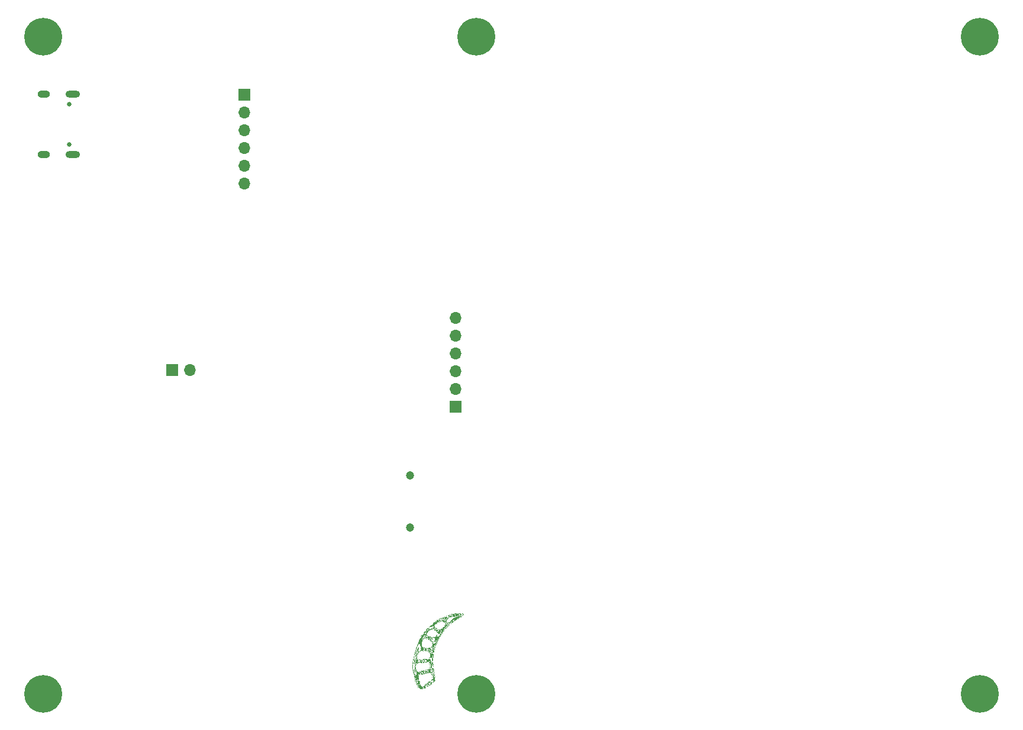
<source format=gbr>
%TF.GenerationSoftware,KiCad,Pcbnew,8.0.9-8.0.9-0~ubuntu22.04.1*%
%TF.CreationDate,2025-08-02T16:06:56-04:00*%
%TF.ProjectId,task-controller,7461736b-2d63-46f6-9e74-726f6c6c6572,rev?*%
%TF.SameCoordinates,Original*%
%TF.FileFunction,Soldermask,Bot*%
%TF.FilePolarity,Negative*%
%FSLAX46Y46*%
G04 Gerber Fmt 4.6, Leading zero omitted, Abs format (unit mm)*
G04 Created by KiCad (PCBNEW 8.0.9-8.0.9-0~ubuntu22.04.1) date 2025-08-02 16:06:56*
%MOMM*%
%LPD*%
G01*
G04 APERTURE LIST*
%ADD10C,0.000000*%
%ADD11R,1.700000X1.700000*%
%ADD12O,1.700000X1.700000*%
%ADD13C,3.100000*%
%ADD14C,5.400000*%
%ADD15C,0.650000*%
%ADD16O,2.100000X1.000000*%
%ADD17O,1.800000X1.000000*%
%ADD18C,1.200000*%
G04 APERTURE END LIST*
D10*
%TO.C,G2*%
G36*
X55861683Y-92267136D02*
G01*
X55860341Y-92268478D01*
X55858999Y-92267136D01*
X55860341Y-92265795D01*
X55861683Y-92267136D01*
G37*
G36*
X55861683Y-92272503D02*
G01*
X55860341Y-92273844D01*
X55858999Y-92272503D01*
X55860341Y-92271161D01*
X55861683Y-92272503D01*
G37*
G36*
X55861683Y-93622101D02*
G01*
X55860341Y-93623443D01*
X55858999Y-93622101D01*
X55860341Y-93620760D01*
X55861683Y-93622101D01*
G37*
G36*
X55869732Y-93667714D02*
G01*
X55868390Y-93669055D01*
X55867049Y-93667714D01*
X55868390Y-93666372D01*
X55869732Y-93667714D01*
G37*
G36*
X55877781Y-93713326D02*
G01*
X55876440Y-93714668D01*
X55875098Y-93713326D01*
X55876440Y-93711985D01*
X55877781Y-93713326D01*
G37*
G36*
X55899246Y-94051397D02*
G01*
X55897904Y-94052738D01*
X55896563Y-94051397D01*
X55897904Y-94050055D01*
X55899246Y-94051397D01*
G37*
G36*
X55926077Y-93868946D02*
G01*
X55924735Y-93870288D01*
X55923394Y-93868946D01*
X55924735Y-93867605D01*
X55926077Y-93868946D01*
G37*
G36*
X55950225Y-91934432D02*
G01*
X55948883Y-91935774D01*
X55947542Y-91934432D01*
X55948883Y-91933091D01*
X55950225Y-91934432D01*
G37*
G36*
X55966323Y-91861988D02*
G01*
X55964982Y-91863330D01*
X55963640Y-91861988D01*
X55964982Y-91860647D01*
X55966323Y-91861988D01*
G37*
G36*
X55974373Y-91778812D02*
G01*
X55973031Y-91780154D01*
X55971690Y-91778812D01*
X55973031Y-91777471D01*
X55974373Y-91778812D01*
G37*
G36*
X55977056Y-91816376D02*
G01*
X55975714Y-91817717D01*
X55974373Y-91816376D01*
X55975714Y-91815034D01*
X55977056Y-91816376D01*
G37*
G36*
X55982422Y-91792228D02*
G01*
X55981080Y-91793569D01*
X55979739Y-91792228D01*
X55981080Y-91790886D01*
X55982422Y-91792228D01*
G37*
G36*
X56001204Y-94325073D02*
G01*
X55999862Y-94326414D01*
X55998521Y-94325073D01*
X55999862Y-94323731D01*
X56001204Y-94325073D01*
G37*
G36*
X56006570Y-91644657D02*
G01*
X56005228Y-91645999D01*
X56003887Y-91644657D01*
X56005228Y-91643316D01*
X56006570Y-91644657D01*
G37*
G36*
X56028035Y-91604411D02*
G01*
X56026693Y-91605753D01*
X56025352Y-91604411D01*
X56026693Y-91603069D01*
X56028035Y-91604411D01*
G37*
G36*
X56030718Y-91596362D02*
G01*
X56029376Y-91597703D01*
X56028035Y-91596362D01*
X56029376Y-91595020D01*
X56030718Y-91596362D01*
G37*
G36*
X56036084Y-91577580D02*
G01*
X56034742Y-91578922D01*
X56033401Y-91577580D01*
X56034742Y-91576238D01*
X56036084Y-91577580D01*
G37*
G36*
X56036084Y-94464594D02*
G01*
X56034742Y-94465936D01*
X56033401Y-94464594D01*
X56034742Y-94463253D01*
X56036084Y-94464594D01*
G37*
G36*
X56038767Y-94475326D02*
G01*
X56037425Y-94476668D01*
X56036084Y-94475326D01*
X56037425Y-94473985D01*
X56038767Y-94475326D01*
G37*
G36*
X56041450Y-91553432D02*
G01*
X56040109Y-91554774D01*
X56038767Y-91553432D01*
X56040109Y-91552091D01*
X56041450Y-91553432D01*
G37*
G36*
X56060232Y-91435376D02*
G01*
X56058890Y-91436717D01*
X56057549Y-91435376D01*
X56058890Y-91434034D01*
X56060232Y-91435376D01*
G37*
G36*
X56062915Y-91421960D02*
G01*
X56061573Y-91423302D01*
X56060232Y-91421960D01*
X56061573Y-91420619D01*
X56062915Y-91421960D01*
G37*
G36*
X56062915Y-91470256D02*
G01*
X56061573Y-91471598D01*
X56060232Y-91470256D01*
X56061573Y-91468914D01*
X56062915Y-91470256D01*
G37*
G36*
X56068281Y-94523622D02*
G01*
X56066940Y-94524964D01*
X56065598Y-94523622D01*
X56066940Y-94522281D01*
X56068281Y-94523622D01*
G37*
G36*
X56070964Y-94534355D02*
G01*
X56069623Y-94535696D01*
X56068281Y-94534355D01*
X56069623Y-94533013D01*
X56070964Y-94534355D01*
G37*
G36*
X56079014Y-91360249D02*
G01*
X56077672Y-91361591D01*
X56076330Y-91360249D01*
X56077672Y-91358907D01*
X56079014Y-91360249D01*
G37*
G36*
X56087063Y-94585334D02*
G01*
X56085721Y-94586675D01*
X56084380Y-94585334D01*
X56085721Y-94583992D01*
X56087063Y-94585334D01*
G37*
G36*
X56089746Y-91384397D02*
G01*
X56088404Y-91385738D01*
X56087063Y-91384397D01*
X56088404Y-91383055D01*
X56089746Y-91384397D01*
G37*
G36*
X56089746Y-94612164D02*
G01*
X56088404Y-94613506D01*
X56087063Y-94612164D01*
X56088404Y-94610823D01*
X56089746Y-94612164D01*
G37*
G36*
X56092429Y-94708756D02*
G01*
X56091087Y-94710098D01*
X56089746Y-94708756D01*
X56091087Y-94707414D01*
X56092429Y-94708756D01*
G37*
G36*
X56095112Y-94609481D02*
G01*
X56093771Y-94610823D01*
X56092429Y-94609481D01*
X56093771Y-94608140D01*
X56095112Y-94609481D01*
G37*
G36*
X56097795Y-94649728D02*
G01*
X56096454Y-94651069D01*
X56095112Y-94649728D01*
X56096454Y-94648386D01*
X56097795Y-94649728D01*
G37*
G36*
X56100478Y-91341467D02*
G01*
X56099137Y-91342809D01*
X56097795Y-91341467D01*
X56099137Y-91340126D01*
X56100478Y-91341467D01*
G37*
G36*
X56100478Y-94628263D02*
G01*
X56099137Y-94629605D01*
X56097795Y-94628263D01*
X56099137Y-94626922D01*
X56100478Y-94628263D01*
G37*
G36*
X56100478Y-94657777D02*
G01*
X56099137Y-94659119D01*
X56097795Y-94657777D01*
X56099137Y-94656436D01*
X56100478Y-94657777D01*
G37*
G36*
X56103161Y-94671193D02*
G01*
X56101820Y-94672534D01*
X56100478Y-94671193D01*
X56101820Y-94669851D01*
X56103161Y-94671193D01*
G37*
G36*
X56108528Y-94673876D02*
G01*
X56107186Y-94675217D01*
X56105845Y-94673876D01*
X56107186Y-94672534D01*
X56108528Y-94673876D01*
G37*
G36*
X56108528Y-94687291D02*
G01*
X56107186Y-94688633D01*
X56105845Y-94687291D01*
X56107186Y-94685950D01*
X56108528Y-94687291D01*
G37*
G36*
X56116577Y-94695341D02*
G01*
X56115235Y-94696682D01*
X56113894Y-94695341D01*
X56115235Y-94693999D01*
X56116577Y-94695341D01*
G37*
G36*
X56119260Y-94689974D02*
G01*
X56117918Y-94691316D01*
X56116577Y-94689974D01*
X56117918Y-94688633D01*
X56119260Y-94689974D01*
G37*
G36*
X56124626Y-94738270D02*
G01*
X56123285Y-94739612D01*
X56121943Y-94738270D01*
X56123285Y-94736929D01*
X56124626Y-94738270D01*
G37*
G36*
X56140725Y-91223411D02*
G01*
X56139383Y-91224753D01*
X56138042Y-91223411D01*
X56139383Y-91222069D01*
X56140725Y-91223411D01*
G37*
G36*
X56143408Y-91215362D02*
G01*
X56142066Y-91216703D01*
X56140725Y-91215362D01*
X56142066Y-91214020D01*
X56143408Y-91215362D01*
G37*
G36*
X56151457Y-91185848D02*
G01*
X56150116Y-91187189D01*
X56148774Y-91185848D01*
X56150116Y-91184506D01*
X56151457Y-91185848D01*
G37*
G36*
X56151457Y-94842911D02*
G01*
X56150116Y-94844253D01*
X56148774Y-94842911D01*
X56150116Y-94841569D01*
X56151457Y-94842911D01*
G37*
G36*
X56154140Y-94931453D02*
G01*
X56152799Y-94932795D01*
X56151457Y-94931453D01*
X56152799Y-94930112D01*
X56154140Y-94931453D01*
G37*
G36*
X56156823Y-94867059D02*
G01*
X56155482Y-94868400D01*
X56154140Y-94867059D01*
X56155482Y-94865717D01*
X56156823Y-94867059D01*
G37*
G36*
X56156823Y-94942186D02*
G01*
X56155482Y-94943527D01*
X56154140Y-94942186D01*
X56155482Y-94940844D01*
X56156823Y-94942186D01*
G37*
G36*
X56159506Y-94952918D02*
G01*
X56158165Y-94954260D01*
X56156823Y-94952918D01*
X56158165Y-94951576D01*
X56159506Y-94952918D01*
G37*
G36*
X56162190Y-91073157D02*
G01*
X56160848Y-91074499D01*
X56159506Y-91073157D01*
X56160848Y-91071816D01*
X56162190Y-91073157D01*
G37*
G36*
X56162190Y-94963650D02*
G01*
X56160848Y-94964992D01*
X56159506Y-94963650D01*
X56160848Y-94962309D01*
X56162190Y-94963650D01*
G37*
G36*
X56167556Y-94982432D02*
G01*
X56166214Y-94983774D01*
X56164873Y-94982432D01*
X56166214Y-94981091D01*
X56167556Y-94982432D01*
G37*
G36*
X56170239Y-94912672D02*
G01*
X56168897Y-94914013D01*
X56167556Y-94912672D01*
X56168897Y-94911330D01*
X56170239Y-94912672D01*
G37*
G36*
X56170239Y-94990481D02*
G01*
X56168897Y-94991823D01*
X56167556Y-94990481D01*
X56168897Y-94989140D01*
X56170239Y-94990481D01*
G37*
G36*
X56172922Y-94926087D02*
G01*
X56171580Y-94927429D01*
X56170239Y-94926087D01*
X56171580Y-94924745D01*
X56172922Y-94926087D01*
G37*
G36*
X56175605Y-94939503D02*
G01*
X56174264Y-94940844D01*
X56172922Y-94939503D01*
X56174264Y-94938161D01*
X56175605Y-94939503D01*
G37*
G36*
X56175605Y-95009263D02*
G01*
X56174264Y-95010605D01*
X56172922Y-95009263D01*
X56174264Y-95007922D01*
X56175605Y-95009263D01*
G37*
G36*
X56175605Y-95089756D02*
G01*
X56174264Y-95091098D01*
X56172922Y-95089756D01*
X56174264Y-95088414D01*
X56175605Y-95089756D01*
G37*
G36*
X56178288Y-94944869D02*
G01*
X56176947Y-94946210D01*
X56175605Y-94944869D01*
X56176947Y-94943527D01*
X56178288Y-94944869D01*
G37*
G36*
X56180971Y-95108538D02*
G01*
X56179630Y-95109879D01*
X56178288Y-95108538D01*
X56179630Y-95107196D01*
X56180971Y-95108538D01*
G37*
G36*
X56186337Y-95124636D02*
G01*
X56184996Y-95125978D01*
X56183654Y-95124636D01*
X56184996Y-95123295D01*
X56186337Y-95124636D01*
G37*
G36*
X56194387Y-95151467D02*
G01*
X56193045Y-95152809D01*
X56191704Y-95151467D01*
X56193045Y-95150126D01*
X56194387Y-95151467D01*
G37*
G36*
X56197070Y-95159517D02*
G01*
X56195728Y-95160858D01*
X56194387Y-95159517D01*
X56195728Y-95158175D01*
X56197070Y-95159517D01*
G37*
G36*
X56199753Y-95025362D02*
G01*
X56198411Y-95026703D01*
X56197070Y-95025362D01*
X56198411Y-95024020D01*
X56199753Y-95025362D01*
G37*
G36*
X56199753Y-95167566D02*
G01*
X56198411Y-95168907D01*
X56197070Y-95167566D01*
X56198411Y-95166224D01*
X56199753Y-95167566D01*
G37*
G36*
X56202436Y-95175615D02*
G01*
X56201095Y-95176957D01*
X56199753Y-95175615D01*
X56201095Y-95174274D01*
X56202436Y-95175615D01*
G37*
G36*
X56205119Y-95183664D02*
G01*
X56203778Y-95185006D01*
X56202436Y-95183664D01*
X56203778Y-95182323D01*
X56205119Y-95183664D01*
G37*
G36*
X56207802Y-91032911D02*
G01*
X56206461Y-91034253D01*
X56205119Y-91032911D01*
X56206461Y-91031569D01*
X56207802Y-91032911D01*
G37*
G36*
X56231950Y-95269524D02*
G01*
X56230609Y-95270865D01*
X56229267Y-95269524D01*
X56230609Y-95268182D01*
X56231950Y-95269524D01*
G37*
G36*
X56234633Y-95277573D02*
G01*
X56233292Y-95278914D01*
X56231950Y-95277573D01*
X56233292Y-95276231D01*
X56234633Y-95277573D01*
G37*
G36*
X56237316Y-95285622D02*
G01*
X56235975Y-95286964D01*
X56234633Y-95285622D01*
X56235975Y-95284281D01*
X56237316Y-95285622D01*
G37*
G36*
X56239999Y-90922904D02*
G01*
X56238658Y-90924245D01*
X56237316Y-90922904D01*
X56238658Y-90921562D01*
X56239999Y-90922904D01*
G37*
G36*
X56239999Y-90928270D02*
G01*
X56238658Y-90929612D01*
X56237316Y-90928270D01*
X56238658Y-90926929D01*
X56239999Y-90928270D01*
G37*
G36*
X56245366Y-90885341D02*
G01*
X56244024Y-90886682D01*
X56242683Y-90885341D01*
X56244024Y-90883999D01*
X56245366Y-90885341D01*
G37*
G36*
X56245366Y-95312453D02*
G01*
X56244024Y-95313795D01*
X56242683Y-95312453D01*
X56244024Y-95311112D01*
X56245366Y-95312453D01*
G37*
G36*
X56266830Y-95269524D02*
G01*
X56265489Y-95270865D01*
X56264147Y-95269524D01*
X56265489Y-95268182D01*
X56266830Y-95269524D01*
G37*
G36*
X56274880Y-95293672D02*
G01*
X56273538Y-95295013D01*
X56272197Y-95293672D01*
X56273538Y-95292330D01*
X56274880Y-95293672D01*
G37*
G36*
X56288295Y-90735087D02*
G01*
X56286954Y-90736429D01*
X56285612Y-90735087D01*
X56286954Y-90733745D01*
X56288295Y-90735087D01*
G37*
G36*
X56288295Y-94231164D02*
G01*
X56286954Y-94232506D01*
X56285612Y-94231164D01*
X56286954Y-94229823D01*
X56288295Y-94231164D01*
G37*
G36*
X56288295Y-95341967D02*
G01*
X56286954Y-95343309D01*
X56285612Y-95341967D01*
X56286954Y-95340626D01*
X56288295Y-95341967D01*
G37*
G36*
X56290978Y-90724355D02*
G01*
X56289637Y-90725696D01*
X56288295Y-90724355D01*
X56289637Y-90723013D01*
X56290978Y-90724355D01*
G37*
G36*
X56293661Y-90713622D02*
G01*
X56292320Y-90714964D01*
X56290978Y-90713622D01*
X56292320Y-90712281D01*
X56293661Y-90713622D01*
G37*
G36*
X56304394Y-90678742D02*
G01*
X56303052Y-90680084D01*
X56301711Y-90678742D01*
X56303052Y-90677400D01*
X56304394Y-90678742D01*
G37*
G36*
X56304394Y-95387580D02*
G01*
X56303052Y-95388922D01*
X56301711Y-95387580D01*
X56303052Y-95386238D01*
X56304394Y-95387580D01*
G37*
G36*
X56312443Y-95328552D02*
G01*
X56311102Y-95329893D01*
X56309760Y-95328552D01*
X56311102Y-95327210D01*
X56312443Y-95328552D01*
G37*
G36*
X56312443Y-95411728D02*
G01*
X56311102Y-95413069D01*
X56309760Y-95411728D01*
X56311102Y-95410386D01*
X56312443Y-95411728D01*
G37*
G36*
X56315126Y-95366115D02*
G01*
X56313785Y-95367457D01*
X56312443Y-95366115D01*
X56313785Y-95364774D01*
X56315126Y-95366115D01*
G37*
G36*
X56315126Y-95438559D02*
G01*
X56313785Y-95439900D01*
X56312443Y-95438559D01*
X56313785Y-95437217D01*
X56315126Y-95438559D01*
G37*
G36*
X56317809Y-90638495D02*
G01*
X56316468Y-90639837D01*
X56315126Y-90638495D01*
X56316468Y-90637154D01*
X56317809Y-90638495D01*
G37*
G36*
X56317809Y-95347334D02*
G01*
X56316468Y-95348675D01*
X56315126Y-95347334D01*
X56316468Y-95345992D01*
X56317809Y-95347334D01*
G37*
G36*
X56323175Y-92428122D02*
G01*
X56321834Y-92429464D01*
X56320492Y-92428122D01*
X56321834Y-92426781D01*
X56323175Y-92428122D01*
G37*
G36*
X56325859Y-95400995D02*
G01*
X56324517Y-95402337D01*
X56323175Y-95400995D01*
X56324517Y-95399654D01*
X56325859Y-95400995D01*
G37*
G36*
X56328542Y-93192805D02*
G01*
X56327200Y-93194147D01*
X56325859Y-93192805D01*
X56327200Y-93191464D01*
X56328542Y-93192805D01*
G37*
G36*
X56328542Y-95409045D02*
G01*
X56327200Y-95410386D01*
X56325859Y-95409045D01*
X56327200Y-95407703D01*
X56328542Y-95409045D01*
G37*
G36*
X56331225Y-90598249D02*
G01*
X56329883Y-90599591D01*
X56328542Y-90598249D01*
X56329883Y-90596907D01*
X56331225Y-90598249D01*
G37*
G36*
X56333908Y-90590200D02*
G01*
X56332566Y-90591541D01*
X56331225Y-90590200D01*
X56332566Y-90588858D01*
X56333908Y-90590200D01*
G37*
G36*
X56333908Y-95425143D02*
G01*
X56332566Y-95426485D01*
X56331225Y-95425143D01*
X56332566Y-95423802D01*
X56333908Y-95425143D01*
G37*
G36*
X56336591Y-90579467D02*
G01*
X56335249Y-90580809D01*
X56333908Y-90579467D01*
X56335249Y-90578126D01*
X56336591Y-90579467D01*
G37*
G36*
X56336591Y-95403679D02*
G01*
X56335249Y-95405020D01*
X56333908Y-95403679D01*
X56335249Y-95402337D01*
X56336591Y-95403679D01*
G37*
G36*
X56341957Y-90566052D02*
G01*
X56340616Y-90567393D01*
X56339274Y-90566052D01*
X56340616Y-90564710D01*
X56341957Y-90566052D01*
G37*
G36*
X56344640Y-95425143D02*
G01*
X56343299Y-95426485D01*
X56341957Y-95425143D01*
X56343299Y-95423802D01*
X56344640Y-95425143D01*
G37*
G36*
X56347323Y-95451974D02*
G01*
X56345982Y-95453316D01*
X56344640Y-95451974D01*
X56345982Y-95450633D01*
X56347323Y-95451974D01*
G37*
G36*
X56350006Y-93176707D02*
G01*
X56348665Y-93178048D01*
X56347323Y-93176707D01*
X56348665Y-93175365D01*
X56350006Y-93176707D01*
G37*
G36*
X56350006Y-93182073D02*
G01*
X56348665Y-93183414D01*
X56347323Y-93182073D01*
X56348665Y-93180731D01*
X56350006Y-93182073D01*
G37*
G36*
X56350006Y-93198172D02*
G01*
X56348665Y-93199513D01*
X56347323Y-93198172D01*
X56348665Y-93196830D01*
X56350006Y-93198172D01*
G37*
G36*
X56352690Y-95462707D02*
G01*
X56351348Y-95464048D01*
X56350006Y-95462707D01*
X56351348Y-95461365D01*
X56352690Y-95462707D01*
G37*
G36*
X56352690Y-95535150D02*
G01*
X56351348Y-95536492D01*
X56350006Y-95535150D01*
X56351348Y-95533809D01*
X56352690Y-95535150D01*
G37*
G36*
X56358056Y-92744728D02*
G01*
X56356714Y-92746069D01*
X56355373Y-92744728D01*
X56356714Y-92743386D01*
X56358056Y-92744728D01*
G37*
G36*
X56360739Y-94394834D02*
G01*
X56359397Y-94396175D01*
X56358056Y-94394834D01*
X56359397Y-94393492D01*
X56360739Y-94394834D01*
G37*
G36*
X56374154Y-95594179D02*
G01*
X56372813Y-95595520D01*
X56371471Y-95594179D01*
X56372813Y-95592837D01*
X56374154Y-95594179D01*
G37*
G36*
X56376837Y-93275981D02*
G01*
X56375496Y-93277323D01*
X56374154Y-93275981D01*
X56375496Y-93274640D01*
X56376837Y-93275981D01*
G37*
G36*
X56384887Y-95559298D02*
G01*
X56383545Y-95560640D01*
X56382204Y-95559298D01*
X56383545Y-95557957D01*
X56384887Y-95559298D01*
G37*
G36*
X56392936Y-93439650D02*
G01*
X56391595Y-93440992D01*
X56390253Y-93439650D01*
X56391595Y-93438309D01*
X56392936Y-93439650D01*
G37*
G36*
X56395619Y-95591495D02*
G01*
X56394278Y-95592837D01*
X56392936Y-95591495D01*
X56394278Y-95590154D01*
X56395619Y-95591495D01*
G37*
G36*
X56409035Y-90998031D02*
G01*
X56407693Y-90999372D01*
X56406352Y-90998031D01*
X56407693Y-90996689D01*
X56409035Y-90998031D01*
G37*
G36*
X56435866Y-93659664D02*
G01*
X56434524Y-93661006D01*
X56433183Y-93659664D01*
X56434524Y-93658323D01*
X56435866Y-93659664D01*
G37*
G36*
X56438549Y-93665031D02*
G01*
X56437207Y-93666372D01*
X56435866Y-93665031D01*
X56437207Y-93663689D01*
X56438549Y-93665031D01*
G37*
G36*
X56438549Y-95398312D02*
G01*
X56437207Y-95399654D01*
X56435866Y-95398312D01*
X56437207Y-95396971D01*
X56438549Y-95398312D01*
G37*
G36*
X56451964Y-92744728D02*
G01*
X56450623Y-92746069D01*
X56449281Y-92744728D01*
X56450623Y-92743386D01*
X56451964Y-92744728D01*
G37*
G36*
X56451964Y-95776629D02*
G01*
X56450623Y-95777971D01*
X56449281Y-95776629D01*
X56450623Y-95775288D01*
X56451964Y-95776629D01*
G37*
G36*
X56457330Y-90185052D02*
G01*
X56455989Y-90186393D01*
X56454647Y-90185052D01*
X56455989Y-90183710D01*
X56457330Y-90185052D01*
G37*
G36*
X56460014Y-90179686D02*
G01*
X56458672Y-90181027D01*
X56457330Y-90179686D01*
X56458672Y-90178344D01*
X56460014Y-90179686D01*
G37*
G36*
X56462697Y-90171636D02*
G01*
X56461355Y-90172978D01*
X56460014Y-90171636D01*
X56461355Y-90170295D01*
X56462697Y-90171636D01*
G37*
G36*
X56462697Y-95787362D02*
G01*
X56461355Y-95788703D01*
X56460014Y-95787362D01*
X56461355Y-95786020D01*
X56462697Y-95787362D01*
G37*
G36*
X56465380Y-90163587D02*
G01*
X56464038Y-90164929D01*
X56462697Y-90163587D01*
X56464038Y-90162245D01*
X56465380Y-90163587D01*
G37*
G36*
X56470746Y-95824925D02*
G01*
X56469404Y-95826267D01*
X56468063Y-95824925D01*
X56469404Y-95823584D01*
X56470746Y-95824925D01*
G37*
G36*
X56470746Y-96055672D02*
G01*
X56469404Y-96057013D01*
X56468063Y-96055672D01*
X56469404Y-96054330D01*
X56470746Y-96055672D01*
G37*
G36*
X56476112Y-90134073D02*
G01*
X56474771Y-90135414D01*
X56473429Y-90134073D01*
X56474771Y-90132731D01*
X56476112Y-90134073D01*
G37*
G36*
X56476112Y-95819559D02*
G01*
X56474771Y-95820900D01*
X56473429Y-95819559D01*
X56474771Y-95818217D01*
X56476112Y-95819559D01*
G37*
G36*
X56492211Y-90091143D02*
G01*
X56490869Y-90092485D01*
X56489528Y-90091143D01*
X56490869Y-90089802D01*
X56492211Y-90091143D01*
G37*
G36*
X56492211Y-95913467D02*
G01*
X56490869Y-95914809D01*
X56489528Y-95913467D01*
X56490869Y-95912126D01*
X56492211Y-95913467D01*
G37*
G36*
X56494894Y-95948348D02*
G01*
X56493552Y-95949689D01*
X56492211Y-95948348D01*
X56493552Y-95947006D01*
X56494894Y-95948348D01*
G37*
G36*
X56497577Y-95953714D02*
G01*
X56496235Y-95955055D01*
X56494894Y-95953714D01*
X56496235Y-95952372D01*
X56497577Y-95953714D01*
G37*
G36*
X56500260Y-90072362D02*
G01*
X56498918Y-90073703D01*
X56497577Y-90072362D01*
X56498918Y-90071020D01*
X56500260Y-90072362D01*
G37*
G36*
X56500260Y-95959080D02*
G01*
X56498918Y-95960422D01*
X56497577Y-95959080D01*
X56498918Y-95957738D01*
X56500260Y-95959080D01*
G37*
G36*
X56502943Y-95964446D02*
G01*
X56501602Y-95965788D01*
X56500260Y-95964446D01*
X56501602Y-95963105D01*
X56502943Y-95964446D01*
G37*
G36*
X56505626Y-95969812D02*
G01*
X56504285Y-95971154D01*
X56502943Y-95969812D01*
X56504285Y-95968471D01*
X56505626Y-95969812D01*
G37*
G36*
X56508309Y-95975179D02*
G01*
X56506968Y-95976520D01*
X56505626Y-95975179D01*
X56506968Y-95973837D01*
X56508309Y-95975179D01*
G37*
G36*
X56510992Y-92334214D02*
G01*
X56509651Y-92335555D01*
X56508309Y-92334214D01*
X56509651Y-92332872D01*
X56510992Y-92334214D01*
G37*
G36*
X56516359Y-95991277D02*
G01*
X56515017Y-95992619D01*
X56513675Y-95991277D01*
X56515017Y-95989936D01*
X56516359Y-95991277D01*
G37*
G36*
X56516359Y-96023474D02*
G01*
X56515017Y-96024816D01*
X56513675Y-96023474D01*
X56515017Y-96022133D01*
X56516359Y-96023474D01*
G37*
G36*
X56519042Y-95996643D02*
G01*
X56517700Y-95997985D01*
X56516359Y-95996643D01*
X56517700Y-95995302D01*
X56519042Y-95996643D01*
G37*
G36*
X56521725Y-92693749D02*
G01*
X56520383Y-92695091D01*
X56519042Y-92693749D01*
X56520383Y-92692407D01*
X56521725Y-92693749D01*
G37*
G36*
X56521725Y-96002010D02*
G01*
X56520383Y-96003351D01*
X56519042Y-96002010D01*
X56520383Y-96000668D01*
X56521725Y-96002010D01*
G37*
G36*
X56524408Y-96007376D02*
G01*
X56523066Y-96008717D01*
X56521725Y-96007376D01*
X56523066Y-96006034D01*
X56524408Y-96007376D01*
G37*
G36*
X56527091Y-92350312D02*
G01*
X56525749Y-92351654D01*
X56524408Y-92350312D01*
X56525749Y-92348971D01*
X56527091Y-92350312D01*
G37*
G36*
X56527091Y-92691066D02*
G01*
X56525749Y-92692407D01*
X56524408Y-92691066D01*
X56525749Y-92689724D01*
X56527091Y-92691066D01*
G37*
G36*
X56527091Y-95956397D02*
G01*
X56525749Y-95957738D01*
X56524408Y-95956397D01*
X56525749Y-95955055D01*
X56527091Y-95956397D01*
G37*
G36*
X56527091Y-96012742D02*
G01*
X56525749Y-96014084D01*
X56524408Y-96012742D01*
X56525749Y-96011400D01*
X56527091Y-96012742D01*
G37*
G36*
X56529774Y-96018108D02*
G01*
X56528433Y-96019450D01*
X56527091Y-96018108D01*
X56528433Y-96016767D01*
X56529774Y-96018108D01*
G37*
G36*
X56532457Y-91781495D02*
G01*
X56531116Y-91782837D01*
X56529774Y-91781495D01*
X56531116Y-91780154D01*
X56532457Y-91781495D01*
G37*
G36*
X56532457Y-92385193D02*
G01*
X56531116Y-92386534D01*
X56529774Y-92385193D01*
X56531116Y-92383851D01*
X56532457Y-92385193D01*
G37*
G36*
X56532457Y-96023474D02*
G01*
X56531116Y-96024816D01*
X56529774Y-96023474D01*
X56531116Y-96022133D01*
X56532457Y-96023474D01*
G37*
G36*
X56535140Y-90058946D02*
G01*
X56533799Y-90060288D01*
X56532457Y-90058946D01*
X56533799Y-90057605D01*
X56535140Y-90058946D01*
G37*
G36*
X56537823Y-91770763D02*
G01*
X56536482Y-91772105D01*
X56535140Y-91770763D01*
X56536482Y-91769422D01*
X56537823Y-91770763D01*
G37*
G36*
X56540506Y-91701003D02*
G01*
X56539165Y-91702344D01*
X56537823Y-91701003D01*
X56539165Y-91699661D01*
X56540506Y-91701003D01*
G37*
G36*
X56540506Y-91824425D02*
G01*
X56539165Y-91825767D01*
X56537823Y-91824425D01*
X56539165Y-91823084D01*
X56540506Y-91824425D01*
G37*
G36*
X56540506Y-92323481D02*
G01*
X56539165Y-92324823D01*
X56537823Y-92323481D01*
X56539165Y-92322140D01*
X56540506Y-92323481D01*
G37*
G36*
X56543190Y-91690270D02*
G01*
X56541848Y-91691612D01*
X56540506Y-91690270D01*
X56541848Y-91688929D01*
X56543190Y-91690270D01*
G37*
G36*
X56543190Y-91907601D02*
G01*
X56541848Y-91908943D01*
X56540506Y-91907601D01*
X56541848Y-91906260D01*
X56543190Y-91907601D01*
G37*
G36*
X56545873Y-96047622D02*
G01*
X56544531Y-96048964D01*
X56543190Y-96047622D01*
X56544531Y-96046281D01*
X56545873Y-96047622D01*
G37*
G36*
X56548556Y-91939798D02*
G01*
X56547214Y-91941140D01*
X56545873Y-91939798D01*
X56547214Y-91938457D01*
X56548556Y-91939798D01*
G37*
G36*
X56548556Y-94799981D02*
G01*
X56547214Y-94801323D01*
X56545873Y-94799981D01*
X56547214Y-94798640D01*
X56548556Y-94799981D01*
G37*
G36*
X56551239Y-89922108D02*
G01*
X56549897Y-89923450D01*
X56548556Y-89922108D01*
X56549897Y-89920767D01*
X56551239Y-89922108D01*
G37*
G36*
X56553922Y-94805348D02*
G01*
X56552580Y-94806689D01*
X56551239Y-94805348D01*
X56552580Y-94804006D01*
X56553922Y-94805348D01*
G37*
G36*
X56553922Y-95969812D02*
G01*
X56552580Y-95971154D01*
X56551239Y-95969812D01*
X56552580Y-95968471D01*
X56553922Y-95969812D01*
G37*
G36*
X56556605Y-91950531D02*
G01*
X56555264Y-91951872D01*
X56553922Y-91950531D01*
X56555264Y-91949189D01*
X56556605Y-91950531D01*
G37*
G36*
X56556605Y-95975179D02*
G01*
X56555264Y-95976520D01*
X56553922Y-95975179D01*
X56555264Y-95973837D01*
X56556605Y-95975179D01*
G37*
G36*
X56556605Y-96018108D02*
G01*
X56555264Y-96019450D01*
X56553922Y-96018108D01*
X56555264Y-96016767D01*
X56556605Y-96018108D01*
G37*
G36*
X56556605Y-96066404D02*
G01*
X56555264Y-96067745D01*
X56553922Y-96066404D01*
X56555264Y-96065062D01*
X56556605Y-96066404D01*
G37*
G36*
X56559288Y-94810714D02*
G01*
X56557947Y-94812055D01*
X56556605Y-94810714D01*
X56557947Y-94809372D01*
X56559288Y-94810714D01*
G37*
G36*
X56559288Y-95980545D02*
G01*
X56557947Y-95981886D01*
X56556605Y-95980545D01*
X56557947Y-95979203D01*
X56559288Y-95980545D01*
G37*
G36*
X56564654Y-94123841D02*
G01*
X56563313Y-94125182D01*
X56561971Y-94123841D01*
X56563313Y-94122499D01*
X56564654Y-94123841D01*
G37*
G36*
X56567337Y-92283235D02*
G01*
X56565996Y-92284576D01*
X56564654Y-92283235D01*
X56565996Y-92281893D01*
X56567337Y-92283235D01*
G37*
G36*
X56567337Y-95996643D02*
G01*
X56565996Y-95997985D01*
X56564654Y-95996643D01*
X56565996Y-95995302D01*
X56567337Y-95996643D01*
G37*
G36*
X56570021Y-96002010D02*
G01*
X56568679Y-96003351D01*
X56567337Y-96002010D01*
X56568679Y-96000668D01*
X56570021Y-96002010D01*
G37*
G36*
X56570021Y-96044939D02*
G01*
X56568679Y-96046281D01*
X56567337Y-96044939D01*
X56568679Y-96043598D01*
X56570021Y-96044939D01*
G37*
G36*
X56572704Y-92672284D02*
G01*
X56571362Y-92673626D01*
X56570021Y-92672284D01*
X56571362Y-92670943D01*
X56572704Y-92672284D01*
G37*
G36*
X56575387Y-92664235D02*
G01*
X56574045Y-92665576D01*
X56572704Y-92664235D01*
X56574045Y-92662893D01*
X56575387Y-92664235D01*
G37*
G36*
X56575387Y-96012742D02*
G01*
X56574045Y-96014084D01*
X56572704Y-96012742D01*
X56574045Y-96011400D01*
X56575387Y-96012742D01*
G37*
G36*
X56575387Y-96052988D02*
G01*
X56574045Y-96054330D01*
X56572704Y-96052988D01*
X56574045Y-96051647D01*
X56575387Y-96052988D01*
G37*
G36*
X56578070Y-96058355D02*
G01*
X56576728Y-96059696D01*
X56575387Y-96058355D01*
X56576728Y-96057013D01*
X56578070Y-96058355D01*
G37*
G36*
X56580753Y-96063721D02*
G01*
X56579411Y-96065062D01*
X56578070Y-96063721D01*
X56579411Y-96062379D01*
X56580753Y-96063721D01*
G37*
G36*
X56583436Y-91470256D02*
G01*
X56582095Y-91471598D01*
X56580753Y-91470256D01*
X56582095Y-91468914D01*
X56583436Y-91470256D01*
G37*
G36*
X56583436Y-93815284D02*
G01*
X56582095Y-93816626D01*
X56580753Y-93815284D01*
X56582095Y-93813943D01*
X56583436Y-93815284D01*
G37*
G36*
X56586119Y-91451474D02*
G01*
X56584778Y-91452816D01*
X56583436Y-91451474D01*
X56584778Y-91450133D01*
X56586119Y-91451474D01*
G37*
G36*
X56586119Y-91971995D02*
G01*
X56584778Y-91973337D01*
X56583436Y-91971995D01*
X56584778Y-91970654D01*
X56586119Y-91971995D01*
G37*
G36*
X56591485Y-91980045D02*
G01*
X56590144Y-91981386D01*
X56588802Y-91980045D01*
X56590144Y-91978703D01*
X56591485Y-91980045D01*
G37*
G36*
X56594168Y-91985411D02*
G01*
X56592827Y-91986753D01*
X56591485Y-91985411D01*
X56592827Y-91984069D01*
X56594168Y-91985411D01*
G37*
G36*
X56594168Y-96047622D02*
G01*
X56592827Y-96048964D01*
X56591485Y-96047622D01*
X56592827Y-96046281D01*
X56594168Y-96047622D01*
G37*
G36*
X56599535Y-91993460D02*
G01*
X56598193Y-91994802D01*
X56596852Y-91993460D01*
X56598193Y-91992119D01*
X56599535Y-91993460D01*
G37*
G36*
X56599535Y-96055672D02*
G01*
X56598193Y-96057013D01*
X56596852Y-96055672D01*
X56598193Y-96054330D01*
X56599535Y-96055672D01*
G37*
G36*
X56607584Y-96112017D02*
G01*
X56606242Y-96113358D01*
X56604901Y-96112017D01*
X56606242Y-96110675D01*
X56607584Y-96112017D01*
G37*
G36*
X56610267Y-91338784D02*
G01*
X56608925Y-91340126D01*
X56607584Y-91338784D01*
X56608925Y-91337443D01*
X56610267Y-91338784D01*
G37*
G36*
X56610267Y-92658869D02*
G01*
X56608925Y-92660210D01*
X56607584Y-92658869D01*
X56608925Y-92657527D01*
X56610267Y-92658869D01*
G37*
G36*
X56610267Y-96074453D02*
G01*
X56608925Y-96075795D01*
X56607584Y-96074453D01*
X56608925Y-96073112D01*
X56610267Y-96074453D01*
G37*
G36*
X56612950Y-96120066D02*
G01*
X56611609Y-96121407D01*
X56610267Y-96120066D01*
X56611609Y-96118724D01*
X56612950Y-96120066D01*
G37*
G36*
X56615633Y-91325369D02*
G01*
X56614292Y-91326710D01*
X56612950Y-91325369D01*
X56614292Y-91324027D01*
X56615633Y-91325369D01*
G37*
G36*
X56615633Y-91362932D02*
G01*
X56614292Y-91364274D01*
X56612950Y-91362932D01*
X56614292Y-91361591D01*
X56615633Y-91362932D01*
G37*
G36*
X56615633Y-91368298D02*
G01*
X56614292Y-91369640D01*
X56612950Y-91368298D01*
X56614292Y-91366957D01*
X56615633Y-91368298D01*
G37*
G36*
X56618316Y-91320003D02*
G01*
X56616975Y-91321344D01*
X56615633Y-91320003D01*
X56616975Y-91318661D01*
X56618316Y-91320003D01*
G37*
G36*
X56620999Y-91311953D02*
G01*
X56619658Y-91313295D01*
X56618316Y-91311953D01*
X56619658Y-91310612D01*
X56620999Y-91311953D01*
G37*
G36*
X56620999Y-96109334D02*
G01*
X56619658Y-96110675D01*
X56618316Y-96109334D01*
X56619658Y-96107992D01*
X56620999Y-96109334D01*
G37*
G36*
X56623683Y-91306587D02*
G01*
X56622341Y-91307929D01*
X56620999Y-91306587D01*
X56622341Y-91305245D01*
X56623683Y-91306587D01*
G37*
G36*
X56623683Y-96095918D02*
G01*
X56622341Y-96097260D01*
X56620999Y-96095918D01*
X56622341Y-96094576D01*
X56623683Y-96095918D01*
G37*
G36*
X56626366Y-91301221D02*
G01*
X56625024Y-91302562D01*
X56623683Y-91301221D01*
X56625024Y-91299879D01*
X56626366Y-91301221D01*
G37*
G36*
X56626366Y-94829495D02*
G01*
X56625024Y-94830837D01*
X56623683Y-94829495D01*
X56625024Y-94828154D01*
X56626366Y-94829495D01*
G37*
G36*
X56629049Y-91293172D02*
G01*
X56627707Y-91294513D01*
X56626366Y-91293172D01*
X56627707Y-91291830D01*
X56629049Y-91293172D01*
G37*
G36*
X56629049Y-91325369D02*
G01*
X56627707Y-91326710D01*
X56626366Y-91325369D01*
X56627707Y-91324027D01*
X56629049Y-91325369D01*
G37*
G36*
X56629049Y-91338784D02*
G01*
X56627707Y-91340126D01*
X56626366Y-91338784D01*
X56627707Y-91337443D01*
X56629049Y-91338784D01*
G37*
G36*
X56631732Y-91287805D02*
G01*
X56630390Y-91289147D01*
X56629049Y-91287805D01*
X56630390Y-91286464D01*
X56631732Y-91287805D01*
G37*
G36*
X56631732Y-91333418D02*
G01*
X56630390Y-91334760D01*
X56629049Y-91333418D01*
X56630390Y-91332076D01*
X56631732Y-91333418D01*
G37*
G36*
X56634415Y-91282439D02*
G01*
X56633073Y-91283781D01*
X56631732Y-91282439D01*
X56633073Y-91281098D01*
X56634415Y-91282439D01*
G37*
G36*
X56634415Y-91325369D02*
G01*
X56633073Y-91326710D01*
X56631732Y-91325369D01*
X56633073Y-91324027D01*
X56634415Y-91325369D01*
G37*
G36*
X56637098Y-91277073D02*
G01*
X56635756Y-91278414D01*
X56634415Y-91277073D01*
X56635756Y-91275731D01*
X56637098Y-91277073D01*
G37*
G36*
X56639781Y-91271707D02*
G01*
X56638440Y-91273048D01*
X56637098Y-91271707D01*
X56638440Y-91270365D01*
X56639781Y-91271707D01*
G37*
G36*
X56639781Y-96162995D02*
G01*
X56638440Y-96164337D01*
X56637098Y-96162995D01*
X56638440Y-96161654D01*
X56639781Y-96162995D01*
G37*
G36*
X56647830Y-95290988D02*
G01*
X56646489Y-95292330D01*
X56645147Y-95290988D01*
X56646489Y-95289647D01*
X56647830Y-95290988D01*
G37*
G36*
X56650514Y-95282939D02*
G01*
X56649172Y-95284281D01*
X56647830Y-95282939D01*
X56649172Y-95281598D01*
X56650514Y-95282939D01*
G37*
G36*
X56650514Y-96138848D02*
G01*
X56649172Y-96140189D01*
X56647830Y-96138848D01*
X56649172Y-96137506D01*
X56650514Y-96138848D01*
G37*
G36*
X56658563Y-96189826D02*
G01*
X56657221Y-96191168D01*
X56655880Y-96189826D01*
X56657221Y-96188485D01*
X56658563Y-96189826D01*
G37*
G36*
X56671978Y-92645453D02*
G01*
X56670637Y-92646795D01*
X56669295Y-92645453D01*
X56670637Y-92644112D01*
X56671978Y-92645453D01*
G37*
G36*
X56674661Y-96227390D02*
G01*
X56673320Y-96228731D01*
X56671978Y-96227390D01*
X56673320Y-96226048D01*
X56674661Y-96227390D01*
G37*
G36*
X56677345Y-96176411D02*
G01*
X56676003Y-96177753D01*
X56674661Y-96176411D01*
X56676003Y-96175069D01*
X56677345Y-96176411D01*
G37*
G36*
X56690760Y-96246172D02*
G01*
X56689418Y-96247513D01*
X56688077Y-96246172D01*
X56689418Y-96244830D01*
X56690760Y-96246172D01*
G37*
G36*
X56698809Y-93826017D02*
G01*
X56697468Y-93827358D01*
X56696126Y-93826017D01*
X56697468Y-93824675D01*
X56698809Y-93826017D01*
G37*
G36*
X56706859Y-96264953D02*
G01*
X56705517Y-96266295D01*
X56704175Y-96264953D01*
X56705517Y-96263612D01*
X56706859Y-96264953D01*
G37*
G36*
X56712225Y-96337397D02*
G01*
X56710883Y-96338738D01*
X56709542Y-96337397D01*
X56710883Y-96336055D01*
X56712225Y-96337397D01*
G37*
G36*
X56714908Y-96224707D02*
G01*
X56713566Y-96226048D01*
X56712225Y-96224707D01*
X56713566Y-96223365D01*
X56714908Y-96224707D01*
G37*
G36*
X56717591Y-96342763D02*
G01*
X56716249Y-96344105D01*
X56714908Y-96342763D01*
X56716249Y-96341422D01*
X56717591Y-96342763D01*
G37*
G36*
X56722957Y-96345446D02*
G01*
X56721616Y-96346788D01*
X56720274Y-96345446D01*
X56721616Y-96344105D01*
X56722957Y-96345446D01*
G37*
G36*
X56728323Y-93817967D02*
G01*
X56726982Y-93819309D01*
X56725640Y-93817967D01*
X56726982Y-93816626D01*
X56728323Y-93817967D01*
G37*
G36*
X56728323Y-96350812D02*
G01*
X56726982Y-96352154D01*
X56725640Y-96350812D01*
X56726982Y-96349471D01*
X56728323Y-96350812D01*
G37*
G36*
X56739056Y-90305791D02*
G01*
X56737714Y-90307133D01*
X56736373Y-90305791D01*
X56737714Y-90304450D01*
X56739056Y-90305791D01*
G37*
G36*
X56739056Y-96361545D02*
G01*
X56737714Y-96362886D01*
X56736373Y-96361545D01*
X56737714Y-96360203D01*
X56739056Y-96361545D01*
G37*
G36*
X56752471Y-89323777D02*
G01*
X56751130Y-89325119D01*
X56749788Y-89323777D01*
X56751130Y-89322436D01*
X56752471Y-89323777D01*
G37*
G36*
X56755154Y-89318411D02*
G01*
X56753813Y-89319753D01*
X56752471Y-89318411D01*
X56753813Y-89317069D01*
X56755154Y-89318411D01*
G37*
G36*
X56760521Y-96289101D02*
G01*
X56759179Y-96290443D01*
X56757837Y-96289101D01*
X56759179Y-96287760D01*
X56760521Y-96289101D01*
G37*
G36*
X56765887Y-89294263D02*
G01*
X56764545Y-89295605D01*
X56763204Y-89294263D01*
X56764545Y-89292922D01*
X56765887Y-89294263D01*
G37*
G36*
X56765887Y-96323981D02*
G01*
X56764545Y-96325323D01*
X56763204Y-96323981D01*
X56764545Y-96322640D01*
X56765887Y-96323981D01*
G37*
G36*
X56765887Y-96383010D02*
G01*
X56764545Y-96384351D01*
X56763204Y-96383010D01*
X56764545Y-96381668D01*
X56765887Y-96383010D01*
G37*
G36*
X56771253Y-95336601D02*
G01*
X56769911Y-95337943D01*
X56768570Y-95336601D01*
X56769911Y-95335260D01*
X56771253Y-95336601D01*
G37*
G36*
X56773936Y-96305200D02*
G01*
X56772595Y-96306541D01*
X56771253Y-96305200D01*
X56772595Y-96303858D01*
X56773936Y-96305200D01*
G37*
G36*
X56773936Y-96310566D02*
G01*
X56772595Y-96311907D01*
X56771253Y-96310566D01*
X56772595Y-96309224D01*
X56773936Y-96310566D01*
G37*
G36*
X56776619Y-89275481D02*
G01*
X56775278Y-89276823D01*
X56773936Y-89275481D01*
X56775278Y-89274140D01*
X56776619Y-89275481D01*
G37*
G36*
X56776619Y-95336601D02*
G01*
X56775278Y-95337943D01*
X56773936Y-95336601D01*
X56775278Y-95335260D01*
X56776619Y-95336601D01*
G37*
G36*
X56779302Y-96310566D02*
G01*
X56777961Y-96311907D01*
X56776619Y-96310566D01*
X56777961Y-96309224D01*
X56779302Y-96310566D01*
G37*
G36*
X56781985Y-89264749D02*
G01*
X56780644Y-89266091D01*
X56779302Y-89264749D01*
X56780644Y-89263407D01*
X56781985Y-89264749D01*
G37*
G36*
X56781985Y-96366911D02*
G01*
X56780644Y-96368253D01*
X56779302Y-96366911D01*
X56780644Y-96365569D01*
X56781985Y-96366911D01*
G37*
G36*
X56792718Y-89240601D02*
G01*
X56791376Y-89241943D01*
X56790035Y-89240601D01*
X56791376Y-89239260D01*
X56792718Y-89240601D01*
G37*
G36*
X56792718Y-95671988D02*
G01*
X56791376Y-95673330D01*
X56790035Y-95671988D01*
X56791376Y-95670647D01*
X56792718Y-95671988D01*
G37*
G36*
X56795401Y-89235235D02*
G01*
X56794059Y-89236576D01*
X56792718Y-89235235D01*
X56794059Y-89233893D01*
X56795401Y-89235235D01*
G37*
G36*
X56798084Y-89229869D02*
G01*
X56796742Y-89231210D01*
X56795401Y-89229869D01*
X56796742Y-89228527D01*
X56798084Y-89229869D01*
G37*
G36*
X56800767Y-89221819D02*
G01*
X56799425Y-89223161D01*
X56798084Y-89221819D01*
X56799425Y-89220478D01*
X56800767Y-89221819D01*
G37*
G36*
X56800767Y-94998531D02*
G01*
X56799425Y-94999872D01*
X56798084Y-94998531D01*
X56799425Y-94997189D01*
X56800767Y-94998531D01*
G37*
G36*
X56803450Y-89216453D02*
G01*
X56802109Y-89217795D01*
X56800767Y-89216453D01*
X56802109Y-89215112D01*
X56803450Y-89216453D01*
G37*
G36*
X56806133Y-91113404D02*
G01*
X56804792Y-91114745D01*
X56803450Y-91113404D01*
X56804792Y-91112062D01*
X56806133Y-91113404D01*
G37*
G36*
X56806133Y-96340080D02*
G01*
X56804792Y-96341422D01*
X56803450Y-96340080D01*
X56804792Y-96338738D01*
X56806133Y-96340080D01*
G37*
G36*
X56808816Y-89154742D02*
G01*
X56807475Y-89156084D01*
X56806133Y-89154742D01*
X56807475Y-89153400D01*
X56808816Y-89154742D01*
G37*
G36*
X56808816Y-95709552D02*
G01*
X56807475Y-95710893D01*
X56806133Y-95709552D01*
X56807475Y-95708210D01*
X56808816Y-95709552D01*
G37*
G36*
X56814183Y-95422460D02*
G01*
X56812841Y-95423802D01*
X56811499Y-95422460D01*
X56812841Y-95421119D01*
X56814183Y-95422460D01*
G37*
G36*
X56816866Y-94204334D02*
G01*
X56815524Y-94205675D01*
X56814183Y-94204334D01*
X56815524Y-94202992D01*
X56816866Y-94204334D01*
G37*
G36*
X56816866Y-96348129D02*
G01*
X56815524Y-96349471D01*
X56814183Y-96348129D01*
X56815524Y-96346788D01*
X56816866Y-96348129D01*
G37*
G36*
X56819549Y-89149376D02*
G01*
X56818207Y-89150717D01*
X56816866Y-89149376D01*
X56818207Y-89148034D01*
X56819549Y-89149376D01*
G37*
G36*
X56819549Y-92648136D02*
G01*
X56818207Y-92649478D01*
X56816866Y-92648136D01*
X56818207Y-92646795D01*
X56819549Y-92648136D01*
G37*
G36*
X56824915Y-89138643D02*
G01*
X56823573Y-89139985D01*
X56822232Y-89138643D01*
X56823573Y-89137302D01*
X56824915Y-89138643D01*
G37*
G36*
X56824915Y-92079319D02*
G01*
X56823573Y-92080661D01*
X56822232Y-92079319D01*
X56823573Y-92077978D01*
X56824915Y-92079319D01*
G37*
G36*
X56827598Y-93807235D02*
G01*
X56826256Y-93808576D01*
X56824915Y-93807235D01*
X56826256Y-93805893D01*
X56827598Y-93807235D01*
G37*
G36*
X56827598Y-94174819D02*
G01*
X56826256Y-94176161D01*
X56824915Y-94174819D01*
X56826256Y-94173478D01*
X56827598Y-94174819D01*
G37*
G36*
X56827598Y-94212383D02*
G01*
X56826256Y-94213724D01*
X56824915Y-94212383D01*
X56826256Y-94211041D01*
X56827598Y-94212383D01*
G37*
G36*
X56830281Y-94190918D02*
G01*
X56828940Y-94192260D01*
X56827598Y-94190918D01*
X56828940Y-94189576D01*
X56830281Y-94190918D01*
G37*
G36*
X56835647Y-91094622D02*
G01*
X56834306Y-91095964D01*
X56832964Y-91094622D01*
X56834306Y-91093281D01*
X56835647Y-91094622D01*
G37*
G36*
X56835647Y-95712235D02*
G01*
X56834306Y-95713576D01*
X56832964Y-95712235D01*
X56834306Y-95710893D01*
X56835647Y-95712235D01*
G37*
G36*
X56838330Y-92082003D02*
G01*
X56836989Y-92083344D01*
X56835647Y-92082003D01*
X56836989Y-92080661D01*
X56838330Y-92082003D01*
G37*
G36*
X56841014Y-95623693D02*
G01*
X56839672Y-95625034D01*
X56838330Y-95623693D01*
X56839672Y-95622351D01*
X56841014Y-95623693D01*
G37*
G36*
X56843697Y-93804552D02*
G01*
X56842355Y-93805893D01*
X56841014Y-93804552D01*
X56842355Y-93803210D01*
X56843697Y-93804552D01*
G37*
G36*
X56859795Y-89152059D02*
G01*
X56858454Y-89153400D01*
X56857112Y-89152059D01*
X56858454Y-89150717D01*
X56859795Y-89152059D01*
G37*
G36*
X56862478Y-89146693D02*
G01*
X56861137Y-89148034D01*
X56859795Y-89146693D01*
X56861137Y-89145351D01*
X56862478Y-89146693D01*
G37*
G36*
X56865161Y-89141326D02*
G01*
X56863820Y-89142668D01*
X56862478Y-89141326D01*
X56863820Y-89139985D01*
X56865161Y-89141326D01*
G37*
G36*
X56865161Y-91062425D02*
G01*
X56863820Y-91063767D01*
X56862478Y-91062425D01*
X56863820Y-91061084D01*
X56865161Y-91062425D01*
G37*
G36*
X56873211Y-91065108D02*
G01*
X56871869Y-91066450D01*
X56870528Y-91065108D01*
X56871869Y-91063767D01*
X56873211Y-91065108D01*
G37*
G36*
X56878577Y-95226594D02*
G01*
X56877235Y-95227936D01*
X56875894Y-95226594D01*
X56877235Y-95225253D01*
X56878577Y-95226594D01*
G37*
G36*
X56883943Y-96340080D02*
G01*
X56882602Y-96341422D01*
X56881260Y-96340080D01*
X56882602Y-96338738D01*
X56883943Y-96340080D01*
G37*
G36*
X56897359Y-95274890D02*
G01*
X56896017Y-95276231D01*
X56894675Y-95274890D01*
X56896017Y-95273548D01*
X56897359Y-95274890D01*
G37*
G36*
X56900042Y-92071270D02*
G01*
X56898700Y-92072612D01*
X56897359Y-92071270D01*
X56898700Y-92069929D01*
X56900042Y-92071270D01*
G37*
G36*
X56900042Y-94410932D02*
G01*
X56898700Y-94412274D01*
X56897359Y-94410932D01*
X56898700Y-94409591D01*
X56900042Y-94410932D01*
G37*
G36*
X56900042Y-96356179D02*
G01*
X56898700Y-96357520D01*
X56897359Y-96356179D01*
X56898700Y-96354837D01*
X56900042Y-96356179D01*
G37*
G36*
X56905408Y-92637404D02*
G01*
X56904066Y-92638745D01*
X56902725Y-92637404D01*
X56904066Y-92636062D01*
X56905408Y-92637404D01*
G37*
G36*
X56908091Y-91051693D02*
G01*
X56906749Y-91053034D01*
X56905408Y-91051693D01*
X56906749Y-91050351D01*
X56908091Y-91051693D01*
G37*
G36*
X56908091Y-95301721D02*
G01*
X56906749Y-95303062D01*
X56905408Y-95301721D01*
X56906749Y-95300379D01*
X56908091Y-95301721D01*
G37*
G36*
X56910774Y-95309770D02*
G01*
X56909433Y-95311112D01*
X56908091Y-95309770D01*
X56909433Y-95308429D01*
X56910774Y-95309770D01*
G37*
G36*
X56913457Y-91038277D02*
G01*
X56912116Y-91039619D01*
X56910774Y-91038277D01*
X56912116Y-91036936D01*
X56913457Y-91038277D01*
G37*
G36*
X56913457Y-95317819D02*
G01*
X56912116Y-95319161D01*
X56910774Y-95317819D01*
X56912116Y-95316478D01*
X56913457Y-95317819D01*
G37*
G36*
X56916140Y-92637404D02*
G01*
X56914799Y-92638745D01*
X56913457Y-92637404D01*
X56914799Y-92636062D01*
X56916140Y-92637404D01*
G37*
G36*
X56916140Y-95323186D02*
G01*
X56914799Y-95324527D01*
X56913457Y-95323186D01*
X56914799Y-95321844D01*
X56916140Y-95323186D01*
G37*
G36*
X56918823Y-96366911D02*
G01*
X56917482Y-96368253D01*
X56916140Y-96366911D01*
X56917482Y-96365569D01*
X56918823Y-96366911D01*
G37*
G36*
X56921506Y-94394834D02*
G01*
X56920165Y-94396175D01*
X56918823Y-94394834D01*
X56920165Y-94393492D01*
X56921506Y-94394834D01*
G37*
G36*
X56926873Y-91030228D02*
G01*
X56925531Y-91031569D01*
X56924190Y-91030228D01*
X56925531Y-91028886D01*
X56926873Y-91030228D01*
G37*
G36*
X56926873Y-92119566D02*
G01*
X56925531Y-92120907D01*
X56924190Y-92119566D01*
X56925531Y-92118224D01*
X56926873Y-92119566D01*
G37*
G36*
X56926873Y-95374164D02*
G01*
X56925531Y-95375506D01*
X56924190Y-95374164D01*
X56925531Y-95372823D01*
X56926873Y-95374164D01*
G37*
G36*
X56929556Y-95763214D02*
G01*
X56928214Y-95764555D01*
X56926873Y-95763214D01*
X56928214Y-95761872D01*
X56929556Y-95763214D01*
G37*
G36*
X56932239Y-93785770D02*
G01*
X56930897Y-93787112D01*
X56929556Y-93785770D01*
X56930897Y-93784429D01*
X56932239Y-93785770D01*
G37*
G36*
X56932239Y-95387580D02*
G01*
X56930897Y-95388922D01*
X56929556Y-95387580D01*
X56930897Y-95386238D01*
X56932239Y-95387580D01*
G37*
G36*
X56934922Y-91035594D02*
G01*
X56933580Y-91036936D01*
X56932239Y-91035594D01*
X56933580Y-91034253D01*
X56934922Y-91035594D01*
G37*
G36*
X56937605Y-95400995D02*
G01*
X56936264Y-95402337D01*
X56934922Y-95400995D01*
X56936264Y-95399654D01*
X56937605Y-95400995D01*
G37*
G36*
X56937605Y-96369594D02*
G01*
X56936264Y-96370936D01*
X56934922Y-96369594D01*
X56936264Y-96368253D01*
X56937605Y-96369594D01*
G37*
G36*
X56942971Y-95417094D02*
G01*
X56941630Y-95418436D01*
X56940288Y-95417094D01*
X56941630Y-95415753D01*
X56942971Y-95417094D01*
G37*
G36*
X56945654Y-91019495D02*
G01*
X56944313Y-91020837D01*
X56942971Y-91019495D01*
X56944313Y-91018154D01*
X56945654Y-91019495D01*
G37*
G36*
X56945654Y-93780404D02*
G01*
X56944313Y-93781745D01*
X56942971Y-93780404D01*
X56944313Y-93779062D01*
X56945654Y-93780404D01*
G37*
G36*
X56951021Y-91016812D02*
G01*
X56949679Y-91018154D01*
X56948337Y-91016812D01*
X56949679Y-91015471D01*
X56951021Y-91016812D01*
G37*
G36*
X56951021Y-93783087D02*
G01*
X56949679Y-93784429D01*
X56948337Y-93783087D01*
X56949679Y-93781745D01*
X56951021Y-93783087D01*
G37*
G36*
X56964436Y-88902531D02*
G01*
X56963095Y-88903872D01*
X56961753Y-88902531D01*
X56963095Y-88901189D01*
X56964436Y-88902531D01*
G37*
G36*
X56964436Y-89621601D02*
G01*
X56963095Y-89622943D01*
X56961753Y-89621601D01*
X56963095Y-89620260D01*
X56964436Y-89621601D01*
G37*
G36*
X56964436Y-91008763D02*
G01*
X56963095Y-91010105D01*
X56961753Y-91008763D01*
X56963095Y-91007422D01*
X56964436Y-91008763D01*
G37*
G36*
X56969802Y-88894481D02*
G01*
X56968461Y-88895823D01*
X56967119Y-88894481D01*
X56968461Y-88893140D01*
X56969802Y-88894481D01*
G37*
G36*
X56969802Y-91022179D02*
G01*
X56968461Y-91023520D01*
X56967119Y-91022179D01*
X56968461Y-91020837D01*
X56969802Y-91022179D01*
G37*
G36*
X56972485Y-88889115D02*
G01*
X56971144Y-88890457D01*
X56969802Y-88889115D01*
X56971144Y-88887774D01*
X56972485Y-88889115D01*
G37*
G36*
X56977852Y-96380326D02*
G01*
X56976510Y-96381668D01*
X56975168Y-96380326D01*
X56976510Y-96378985D01*
X56977852Y-96380326D01*
G37*
G36*
X56980535Y-91000714D02*
G01*
X56979193Y-91002055D01*
X56977852Y-91000714D01*
X56979193Y-90999372D01*
X56980535Y-91000714D01*
G37*
G36*
X56985901Y-90998031D02*
G01*
X56984559Y-90999372D01*
X56983218Y-90998031D01*
X56984559Y-90996689D01*
X56985901Y-90998031D01*
G37*
G36*
X56991267Y-90995348D02*
G01*
X56989925Y-90996689D01*
X56988584Y-90995348D01*
X56989925Y-90994006D01*
X56991267Y-90995348D01*
G37*
G36*
X56996633Y-90992664D02*
G01*
X56995292Y-90994006D01*
X56993950Y-90992664D01*
X56995292Y-90991323D01*
X56996633Y-90992664D01*
G37*
G36*
X56996633Y-96388376D02*
G01*
X56995292Y-96389717D01*
X56993950Y-96388376D01*
X56995292Y-96387034D01*
X56996633Y-96388376D01*
G37*
G36*
X57001999Y-90989981D02*
G01*
X57000658Y-90991323D01*
X56999316Y-90989981D01*
X57000658Y-90988640D01*
X57001999Y-90989981D01*
G37*
G36*
X57004683Y-95623693D02*
G01*
X57003341Y-95625034D01*
X57001999Y-95623693D01*
X57003341Y-95622351D01*
X57004683Y-95623693D01*
G37*
G36*
X57015415Y-96391059D02*
G01*
X57014073Y-96392400D01*
X57012732Y-96391059D01*
X57014073Y-96389717D01*
X57015415Y-96391059D01*
G37*
G36*
X57018098Y-90995348D02*
G01*
X57016756Y-90996689D01*
X57015415Y-90995348D01*
X57016756Y-90994006D01*
X57018098Y-90995348D01*
G37*
G36*
X57020781Y-95674672D02*
G01*
X57019440Y-95676013D01*
X57018098Y-95674672D01*
X57019440Y-95673330D01*
X57020781Y-95674672D01*
G37*
G36*
X57026147Y-92259087D02*
G01*
X57024806Y-92260429D01*
X57023464Y-92259087D01*
X57024806Y-92257745D01*
X57026147Y-92259087D01*
G37*
G36*
X57028830Y-90989981D02*
G01*
X57027489Y-90991323D01*
X57026147Y-90989981D01*
X57027489Y-90988640D01*
X57028830Y-90989981D01*
G37*
G36*
X57031514Y-92267136D02*
G01*
X57030172Y-92268478D01*
X57028830Y-92267136D01*
X57030172Y-92265795D01*
X57031514Y-92267136D01*
G37*
G36*
X57036880Y-96393742D02*
G01*
X57035538Y-96395083D01*
X57034197Y-96393742D01*
X57035538Y-96392400D01*
X57036880Y-96393742D01*
G37*
G36*
X57044929Y-95736383D02*
G01*
X57043587Y-95737724D01*
X57042246Y-95736383D01*
X57043587Y-95735041D01*
X57044929Y-95736383D01*
G37*
G36*
X57047612Y-95744432D02*
G01*
X57046271Y-95745774D01*
X57044929Y-95744432D01*
X57046271Y-95743091D01*
X57047612Y-95744432D01*
G37*
G36*
X57050295Y-90968517D02*
G01*
X57048954Y-90969858D01*
X57047612Y-90968517D01*
X57048954Y-90967175D01*
X57050295Y-90968517D01*
G37*
G36*
X57050295Y-92632038D02*
G01*
X57048954Y-92633379D01*
X57047612Y-92632038D01*
X57048954Y-92630696D01*
X57050295Y-92632038D01*
G37*
G36*
X57055661Y-90965834D02*
G01*
X57054320Y-90967175D01*
X57052978Y-90965834D01*
X57054320Y-90964492D01*
X57055661Y-90965834D01*
G37*
G36*
X57055661Y-95763214D02*
G01*
X57054320Y-95764555D01*
X57052978Y-95763214D01*
X57054320Y-95761872D01*
X57055661Y-95763214D01*
G37*
G36*
X57069077Y-90960467D02*
G01*
X57067735Y-90961809D01*
X57066394Y-90960467D01*
X57067735Y-90959126D01*
X57069077Y-90960467D01*
G37*
G36*
X57085176Y-90968517D02*
G01*
X57083834Y-90969858D01*
X57082492Y-90968517D01*
X57083834Y-90967175D01*
X57085176Y-90968517D01*
G37*
G36*
X57087859Y-92626672D02*
G01*
X57086517Y-92628013D01*
X57085176Y-92626672D01*
X57086517Y-92625330D01*
X57087859Y-92626672D01*
G37*
G36*
X57090542Y-92618622D02*
G01*
X57089200Y-92619964D01*
X57087859Y-92618622D01*
X57089200Y-92617281D01*
X57090542Y-92618622D01*
G37*
G36*
X57093225Y-96396425D02*
G01*
X57091883Y-96397767D01*
X57090542Y-96396425D01*
X57091883Y-96395083D01*
X57093225Y-96396425D01*
G37*
G36*
X57095908Y-90960467D02*
G01*
X57094566Y-90961809D01*
X57093225Y-90960467D01*
X57094566Y-90959126D01*
X57095908Y-90960467D01*
G37*
G36*
X57095908Y-92414707D02*
G01*
X57094566Y-92416048D01*
X57093225Y-92414707D01*
X57094566Y-92413365D01*
X57095908Y-92414707D01*
G37*
G36*
X57098591Y-89264749D02*
G01*
X57097249Y-89266091D01*
X57095908Y-89264749D01*
X57097249Y-89263407D01*
X57098591Y-89264749D01*
G37*
G36*
X57098591Y-96130798D02*
G01*
X57097249Y-96132140D01*
X57095908Y-96130798D01*
X57097249Y-96129457D01*
X57098591Y-96130798D01*
G37*
G36*
X57098591Y-96393742D02*
G01*
X57097249Y-96395083D01*
X57095908Y-96393742D01*
X57097249Y-96392400D01*
X57098591Y-96393742D01*
G37*
G36*
X57109323Y-93726742D02*
G01*
X57107982Y-93728083D01*
X57106640Y-93726742D01*
X57107982Y-93725400D01*
X57109323Y-93726742D01*
G37*
G36*
X57114690Y-94335805D02*
G01*
X57113348Y-94337147D01*
X57112006Y-94335805D01*
X57113348Y-94334464D01*
X57114690Y-94335805D01*
G37*
G36*
X57114690Y-96412524D02*
G01*
X57113348Y-96413865D01*
X57112006Y-96412524D01*
X57113348Y-96411182D01*
X57114690Y-96412524D01*
G37*
G36*
X57122739Y-96085186D02*
G01*
X57121397Y-96086527D01*
X57120056Y-96085186D01*
X57121397Y-96083844D01*
X57122739Y-96085186D01*
G37*
G36*
X57125422Y-93724059D02*
G01*
X57124080Y-93725400D01*
X57122739Y-93724059D01*
X57124080Y-93722717D01*
X57125422Y-93724059D01*
G37*
G36*
X57136154Y-90646545D02*
G01*
X57134813Y-90647886D01*
X57133471Y-90646545D01*
X57134813Y-90645203D01*
X57136154Y-90646545D01*
G37*
G36*
X57138837Y-96388376D02*
G01*
X57137496Y-96389717D01*
X57136154Y-96388376D01*
X57137496Y-96387034D01*
X57138837Y-96388376D01*
G37*
G36*
X57149570Y-92071270D02*
G01*
X57148228Y-92072612D01*
X57146887Y-92071270D01*
X57148228Y-92069929D01*
X57149570Y-92071270D01*
G37*
G36*
X57152253Y-95921517D02*
G01*
X57150911Y-95922858D01*
X57149570Y-95921517D01*
X57150911Y-95920175D01*
X57152253Y-95921517D01*
G37*
G36*
X57154936Y-94303608D02*
G01*
X57153595Y-94304950D01*
X57152253Y-94303608D01*
X57153595Y-94302267D01*
X57154936Y-94303608D01*
G37*
G36*
X57162985Y-94274094D02*
G01*
X57161644Y-94275436D01*
X57160302Y-94274094D01*
X57161644Y-94272753D01*
X57162985Y-94274094D01*
G37*
G36*
X57168352Y-89932841D02*
G01*
X57167010Y-89934182D01*
X57165668Y-89932841D01*
X57167010Y-89931499D01*
X57168352Y-89932841D01*
G37*
G36*
X57168352Y-90649228D02*
G01*
X57167010Y-90650569D01*
X57165668Y-90649228D01*
X57167010Y-90647886D01*
X57168352Y-90649228D01*
G37*
G36*
X57168352Y-90654594D02*
G01*
X57167010Y-90655936D01*
X57165668Y-90654594D01*
X57167010Y-90653253D01*
X57168352Y-90654594D01*
G37*
G36*
X57168352Y-94271411D02*
G01*
X57167010Y-94272753D01*
X57165668Y-94271411D01*
X57167010Y-94270069D01*
X57168352Y-94271411D01*
G37*
G36*
X57171035Y-89903326D02*
G01*
X57169693Y-89904668D01*
X57168352Y-89903326D01*
X57169693Y-89901985D01*
X57171035Y-89903326D01*
G37*
G36*
X57171035Y-89908693D02*
G01*
X57169693Y-89910034D01*
X57168352Y-89908693D01*
X57169693Y-89907351D01*
X57171035Y-89908693D01*
G37*
G36*
X57173718Y-90482876D02*
G01*
X57172376Y-90484217D01*
X57171035Y-90482876D01*
X57172376Y-90481534D01*
X57173718Y-90482876D01*
G37*
G36*
X57173718Y-90641179D02*
G01*
X57172376Y-90642520D01*
X57171035Y-90641179D01*
X57172376Y-90639837D01*
X57173718Y-90641179D01*
G37*
G36*
X57173718Y-94268728D02*
G01*
X57172376Y-94270069D01*
X57171035Y-94268728D01*
X57172376Y-94267386D01*
X57173718Y-94268728D01*
G37*
G36*
X57173718Y-96383010D02*
G01*
X57172376Y-96384351D01*
X57171035Y-96383010D01*
X57172376Y-96381668D01*
X57173718Y-96383010D01*
G37*
G36*
X57176401Y-89871129D02*
G01*
X57175059Y-89872471D01*
X57173718Y-89871129D01*
X57175059Y-89869788D01*
X57176401Y-89871129D01*
G37*
G36*
X57179084Y-90472143D02*
G01*
X57177742Y-90473485D01*
X57176401Y-90472143D01*
X57177742Y-90470802D01*
X57179084Y-90472143D01*
G37*
G36*
X57179084Y-94266045D02*
G01*
X57177742Y-94267386D01*
X57176401Y-94266045D01*
X57177742Y-94264703D01*
X57179084Y-94266045D01*
G37*
G36*
X57181767Y-90608981D02*
G01*
X57180425Y-90610323D01*
X57179084Y-90608981D01*
X57180425Y-90607640D01*
X57181767Y-90608981D01*
G37*
G36*
X57187133Y-90496291D02*
G01*
X57185792Y-90497633D01*
X57184450Y-90496291D01*
X57185792Y-90494950D01*
X57187133Y-90496291D01*
G37*
G36*
X57187133Y-90608981D02*
G01*
X57185792Y-90610323D01*
X57184450Y-90608981D01*
X57185792Y-90607640D01*
X57187133Y-90608981D01*
G37*
G36*
X57187133Y-96388376D02*
G01*
X57185792Y-96389717D01*
X57184450Y-96388376D01*
X57185792Y-96387034D01*
X57187133Y-96388376D01*
G37*
G36*
X57189816Y-88738862D02*
G01*
X57188475Y-88740203D01*
X57187133Y-88738862D01*
X57188475Y-88737520D01*
X57189816Y-88738862D01*
G37*
G36*
X57189816Y-90109925D02*
G01*
X57188475Y-90111267D01*
X57187133Y-90109925D01*
X57188475Y-90108584D01*
X57189816Y-90109925D01*
G37*
G36*
X57189816Y-90598249D02*
G01*
X57188475Y-90599591D01*
X57187133Y-90598249D01*
X57188475Y-90596907D01*
X57189816Y-90598249D01*
G37*
G36*
X57189816Y-96380326D02*
G01*
X57188475Y-96381668D01*
X57187133Y-96380326D01*
X57188475Y-96378985D01*
X57189816Y-96380326D01*
G37*
G36*
X57195183Y-90657277D02*
G01*
X57193841Y-90658619D01*
X57192499Y-90657277D01*
X57193841Y-90655936D01*
X57195183Y-90657277D01*
G37*
G36*
X57197866Y-90007967D02*
G01*
X57196524Y-90009309D01*
X57195183Y-90007967D01*
X57196524Y-90006626D01*
X57197866Y-90007967D01*
G37*
G36*
X57200549Y-89774538D02*
G01*
X57199207Y-89775879D01*
X57197866Y-89774538D01*
X57199207Y-89773196D01*
X57200549Y-89774538D01*
G37*
G36*
X57200549Y-90630446D02*
G01*
X57199207Y-90631788D01*
X57197866Y-90630446D01*
X57199207Y-90629105D01*
X57200549Y-90630446D01*
G37*
G36*
X57203232Y-90144805D02*
G01*
X57201890Y-90146147D01*
X57200549Y-90144805D01*
X57201890Y-90143464D01*
X57203232Y-90144805D01*
G37*
G36*
X57205915Y-88497383D02*
G01*
X57204573Y-88498724D01*
X57203232Y-88497383D01*
X57204573Y-88496041D01*
X57205915Y-88497383D01*
G37*
G36*
X57211281Y-89718193D02*
G01*
X57209940Y-89719534D01*
X57208598Y-89718193D01*
X57209940Y-89716851D01*
X57211281Y-89718193D01*
G37*
G36*
X57211281Y-90150172D02*
G01*
X57209940Y-90151513D01*
X57208598Y-90150172D01*
X57209940Y-90148830D01*
X57211281Y-90150172D01*
G37*
G36*
X57213964Y-90177003D02*
G01*
X57212623Y-90178344D01*
X57211281Y-90177003D01*
X57212623Y-90175661D01*
X57213964Y-90177003D01*
G37*
G36*
X57219330Y-89677946D02*
G01*
X57217989Y-89679288D01*
X57216647Y-89677946D01*
X57217989Y-89676605D01*
X57219330Y-89677946D01*
G37*
G36*
X57219330Y-89710143D02*
G01*
X57217989Y-89711485D01*
X57216647Y-89710143D01*
X57217989Y-89708802D01*
X57219330Y-89710143D01*
G37*
G36*
X57222014Y-90187735D02*
G01*
X57220672Y-90189076D01*
X57219330Y-90187735D01*
X57220672Y-90186393D01*
X57222014Y-90187735D01*
G37*
G36*
X57224697Y-88492017D02*
G01*
X57223355Y-88493358D01*
X57222014Y-88492017D01*
X57223355Y-88490675D01*
X57224697Y-88492017D01*
G37*
G36*
X57224697Y-90171636D02*
G01*
X57223355Y-90172978D01*
X57222014Y-90171636D01*
X57223355Y-90170295D01*
X57224697Y-90171636D01*
G37*
G36*
X57224697Y-90177003D02*
G01*
X57223355Y-90178344D01*
X57222014Y-90177003D01*
X57223355Y-90175661D01*
X57224697Y-90177003D01*
G37*
G36*
X57235429Y-96385693D02*
G01*
X57234087Y-96387034D01*
X57232746Y-96385693D01*
X57234087Y-96384351D01*
X57235429Y-96385693D01*
G37*
G36*
X57240795Y-96374960D02*
G01*
X57239454Y-96376302D01*
X57238112Y-96374960D01*
X57239454Y-96373619D01*
X57240795Y-96374960D01*
G37*
G36*
X57240795Y-96393742D02*
G01*
X57239454Y-96395083D01*
X57238112Y-96393742D01*
X57239454Y-96392400D01*
X57240795Y-96393742D01*
G37*
G36*
X57243478Y-94287510D02*
G01*
X57242137Y-94288851D01*
X57240795Y-94287510D01*
X57242137Y-94286168D01*
X57243478Y-94287510D01*
G37*
G36*
X57251528Y-96391059D02*
G01*
X57250186Y-96392400D01*
X57248845Y-96391059D01*
X57250186Y-96389717D01*
X57251528Y-96391059D01*
G37*
G36*
X57256894Y-89559890D02*
G01*
X57255552Y-89561231D01*
X57254211Y-89559890D01*
X57255552Y-89558548D01*
X57256894Y-89559890D01*
G37*
G36*
X57256894Y-96366911D02*
G01*
X57255552Y-96368253D01*
X57254211Y-96366911D01*
X57255552Y-96365569D01*
X57256894Y-96366911D01*
G37*
G36*
X57259577Y-88988390D02*
G01*
X57258235Y-88989731D01*
X57256894Y-88988390D01*
X57258235Y-88987048D01*
X57259577Y-88988390D01*
G37*
G36*
X57262260Y-90941686D02*
G01*
X57260918Y-90943027D01*
X57259577Y-90941686D01*
X57260918Y-90940344D01*
X57262260Y-90941686D01*
G37*
G36*
X57262260Y-93694545D02*
G01*
X57260918Y-93695886D01*
X57259577Y-93694545D01*
X57260918Y-93693203D01*
X57262260Y-93694545D01*
G37*
G36*
X57262260Y-96388376D02*
G01*
X57260918Y-96389717D01*
X57259577Y-96388376D01*
X57260918Y-96387034D01*
X57262260Y-96388376D01*
G37*
G36*
X57264943Y-90211883D02*
G01*
X57263602Y-90213224D01*
X57262260Y-90211883D01*
X57263602Y-90210541D01*
X57264943Y-90211883D01*
G37*
G36*
X57267626Y-90933636D02*
G01*
X57266285Y-90934978D01*
X57264943Y-90933636D01*
X57266285Y-90932295D01*
X57267626Y-90933636D01*
G37*
G36*
X57270309Y-96160312D02*
G01*
X57268968Y-96161654D01*
X57267626Y-96160312D01*
X57268968Y-96158971D01*
X57270309Y-96160312D01*
G37*
G36*
X57270309Y-96366911D02*
G01*
X57268968Y-96368253D01*
X57267626Y-96366911D01*
X57268968Y-96365569D01*
X57270309Y-96366911D01*
G37*
G36*
X57281042Y-90939003D02*
G01*
X57279700Y-90940344D01*
X57278359Y-90939003D01*
X57279700Y-90937661D01*
X57281042Y-90939003D01*
G37*
G36*
X57281042Y-93694545D02*
G01*
X57279700Y-93695886D01*
X57278359Y-93694545D01*
X57279700Y-93693203D01*
X57281042Y-93694545D01*
G37*
G36*
X57283725Y-96391059D02*
G01*
X57282383Y-96392400D01*
X57281042Y-96391059D01*
X57282383Y-96389717D01*
X57283725Y-96391059D01*
G37*
G36*
X57286408Y-90227981D02*
G01*
X57285066Y-90229323D01*
X57283725Y-90227981D01*
X57285066Y-90226640D01*
X57286408Y-90227981D01*
G37*
G36*
X57289091Y-90930953D02*
G01*
X57287749Y-90932295D01*
X57286408Y-90930953D01*
X57287749Y-90929612D01*
X57289091Y-90930953D01*
G37*
G36*
X57289091Y-92597157D02*
G01*
X57287749Y-92598499D01*
X57286408Y-92597157D01*
X57287749Y-92595816D01*
X57289091Y-92597157D01*
G37*
G36*
X57289091Y-93691862D02*
G01*
X57287749Y-93693203D01*
X57286408Y-93691862D01*
X57287749Y-93690520D01*
X57289091Y-93691862D01*
G37*
G36*
X57289091Y-96353495D02*
G01*
X57287749Y-96354837D01*
X57286408Y-96353495D01*
X57287749Y-96352154D01*
X57289091Y-96353495D01*
G37*
G36*
X57289091Y-96361545D02*
G01*
X57287749Y-96362886D01*
X57286408Y-96361545D01*
X57287749Y-96360203D01*
X57289091Y-96361545D01*
G37*
G36*
X57294457Y-89444517D02*
G01*
X57293116Y-89445858D01*
X57291774Y-89444517D01*
X57293116Y-89443175D01*
X57294457Y-89444517D01*
G37*
G36*
X57294457Y-90936319D02*
G01*
X57293116Y-90937661D01*
X57291774Y-90936319D01*
X57293116Y-90934978D01*
X57294457Y-90936319D01*
G37*
G36*
X57294457Y-96350812D02*
G01*
X57293116Y-96352154D01*
X57291774Y-96350812D01*
X57293116Y-96349471D01*
X57294457Y-96350812D01*
G37*
G36*
X57297140Y-88942777D02*
G01*
X57295799Y-88944119D01*
X57294457Y-88942777D01*
X57295799Y-88941436D01*
X57297140Y-88942777D01*
G37*
G36*
X57297140Y-90928270D02*
G01*
X57295799Y-90929612D01*
X57294457Y-90928270D01*
X57295799Y-90926929D01*
X57297140Y-90928270D01*
G37*
G36*
X57297140Y-93691862D02*
G01*
X57295799Y-93693203D01*
X57294457Y-93691862D01*
X57295799Y-93690520D01*
X57297140Y-93691862D01*
G37*
G36*
X57299823Y-89484763D02*
G01*
X57298482Y-89486105D01*
X57297140Y-89484763D01*
X57298482Y-89483422D01*
X57299823Y-89484763D01*
G37*
G36*
X57302506Y-90236031D02*
G01*
X57301165Y-90237372D01*
X57299823Y-90236031D01*
X57301165Y-90234689D01*
X57302506Y-90236031D01*
G37*
G36*
X57302506Y-90928270D02*
G01*
X57301165Y-90929612D01*
X57299823Y-90928270D01*
X57301165Y-90926929D01*
X57302506Y-90928270D01*
G37*
G36*
X57305190Y-88357862D02*
G01*
X57303848Y-88359203D01*
X57302506Y-88357862D01*
X57303848Y-88356520D01*
X57305190Y-88357862D01*
G37*
G36*
X57305190Y-89471348D02*
G01*
X57303848Y-89472689D01*
X57302506Y-89471348D01*
X57303848Y-89470006D01*
X57305190Y-89471348D01*
G37*
G36*
X57305190Y-90933636D02*
G01*
X57303848Y-90934978D01*
X57302506Y-90933636D01*
X57303848Y-90932295D01*
X57305190Y-90933636D01*
G37*
G36*
X57310556Y-89457932D02*
G01*
X57309214Y-89459274D01*
X57307873Y-89457932D01*
X57309214Y-89456591D01*
X57310556Y-89457932D01*
G37*
G36*
X57310556Y-90925587D02*
G01*
X57309214Y-90926929D01*
X57307873Y-90925587D01*
X57309214Y-90924245D01*
X57310556Y-90925587D01*
G37*
G36*
X57313239Y-89423052D02*
G01*
X57311897Y-89424393D01*
X57310556Y-89423052D01*
X57311897Y-89421710D01*
X57313239Y-89423052D01*
G37*
G36*
X57313239Y-96358862D02*
G01*
X57311897Y-96360203D01*
X57310556Y-96358862D01*
X57311897Y-96357520D01*
X57313239Y-96358862D01*
G37*
G36*
X57315922Y-89444517D02*
G01*
X57314580Y-89445858D01*
X57313239Y-89444517D01*
X57314580Y-89443175D01*
X57315922Y-89444517D01*
G37*
G36*
X57315922Y-93882362D02*
G01*
X57314580Y-93883703D01*
X57313239Y-93882362D01*
X57314580Y-93881020D01*
X57315922Y-93882362D01*
G37*
G36*
X57315922Y-96380326D02*
G01*
X57314580Y-96381668D01*
X57313239Y-96380326D01*
X57314580Y-96378985D01*
X57315922Y-96380326D01*
G37*
G36*
X57318605Y-89412319D02*
G01*
X57317264Y-89413661D01*
X57315922Y-89412319D01*
X57317264Y-89410978D01*
X57318605Y-89412319D01*
G37*
G36*
X57318605Y-94241897D02*
G01*
X57317264Y-94243238D01*
X57315922Y-94241897D01*
X57317264Y-94240555D01*
X57318605Y-94241897D01*
G37*
G36*
X57318605Y-96369594D02*
G01*
X57317264Y-96370936D01*
X57315922Y-96369594D01*
X57317264Y-96368253D01*
X57318605Y-96369594D01*
G37*
G36*
X57321288Y-93885045D02*
G01*
X57319947Y-93886386D01*
X57318605Y-93885045D01*
X57319947Y-93883703D01*
X57321288Y-93885045D01*
G37*
G36*
X57321288Y-96350812D02*
G01*
X57319947Y-96352154D01*
X57318605Y-96350812D01*
X57319947Y-96349471D01*
X57321288Y-96350812D01*
G37*
G36*
X57321288Y-96356179D02*
G01*
X57319947Y-96357520D01*
X57318605Y-96356179D01*
X57319947Y-96354837D01*
X57321288Y-96356179D01*
G37*
G36*
X57323971Y-89425735D02*
G01*
X57322630Y-89427076D01*
X57321288Y-89425735D01*
X57322630Y-89424393D01*
X57323971Y-89425735D01*
G37*
G36*
X57323971Y-96377643D02*
G01*
X57322630Y-96378985D01*
X57321288Y-96377643D01*
X57322630Y-96376302D01*
X57323971Y-96377643D01*
G37*
G36*
X57329337Y-96348129D02*
G01*
X57327996Y-96349471D01*
X57326654Y-96348129D01*
X57327996Y-96346788D01*
X57329337Y-96348129D01*
G37*
G36*
X57329337Y-96374960D02*
G01*
X57327996Y-96376302D01*
X57326654Y-96374960D01*
X57327996Y-96373619D01*
X57329337Y-96374960D01*
G37*
G36*
X57332021Y-89406953D02*
G01*
X57330679Y-89408295D01*
X57329337Y-89406953D01*
X57330679Y-89405612D01*
X57332021Y-89406953D01*
G37*
G36*
X57332021Y-94236531D02*
G01*
X57330679Y-94237872D01*
X57329337Y-94236531D01*
X57330679Y-94235189D01*
X57332021Y-94236531D01*
G37*
G36*
X57332021Y-94249946D02*
G01*
X57330679Y-94251288D01*
X57329337Y-94249946D01*
X57330679Y-94248605D01*
X57332021Y-94249946D01*
G37*
G36*
X57334704Y-89401587D02*
G01*
X57333362Y-89402929D01*
X57332021Y-89401587D01*
X57333362Y-89400245D01*
X57334704Y-89401587D01*
G37*
G36*
X57337387Y-89366707D02*
G01*
X57336045Y-89368048D01*
X57334704Y-89366707D01*
X57336045Y-89365365D01*
X57337387Y-89366707D01*
G37*
G36*
X57337387Y-89396221D02*
G01*
X57336045Y-89397562D01*
X57334704Y-89396221D01*
X57336045Y-89394879D01*
X57337387Y-89396221D01*
G37*
G36*
X57337387Y-96372277D02*
G01*
X57336045Y-96373619D01*
X57334704Y-96372277D01*
X57336045Y-96370936D01*
X57337387Y-96372277D01*
G37*
G36*
X57340070Y-89361341D02*
G01*
X57338728Y-89362682D01*
X57337387Y-89361341D01*
X57338728Y-89359999D01*
X57340070Y-89361341D01*
G37*
G36*
X57340070Y-89390855D02*
G01*
X57338728Y-89392196D01*
X57337387Y-89390855D01*
X57338728Y-89389513D01*
X57340070Y-89390855D01*
G37*
G36*
X57342753Y-96369594D02*
G01*
X57341411Y-96370936D01*
X57340070Y-96369594D01*
X57341411Y-96368253D01*
X57342753Y-96369594D01*
G37*
G36*
X57348119Y-89372073D02*
G01*
X57346778Y-89373414D01*
X57345436Y-89372073D01*
X57346778Y-89370731D01*
X57348119Y-89372073D01*
G37*
G36*
X57350802Y-96366911D02*
G01*
X57349461Y-96368253D01*
X57348119Y-96366911D01*
X57349461Y-96365569D01*
X57350802Y-96366911D01*
G37*
G36*
X57353485Y-89342559D02*
G01*
X57352144Y-89343900D01*
X57350802Y-89342559D01*
X57352144Y-89341217D01*
X57353485Y-89342559D01*
G37*
G36*
X57353485Y-94244580D02*
G01*
X57352144Y-94245922D01*
X57350802Y-94244580D01*
X57352144Y-94243238D01*
X57353485Y-94244580D01*
G37*
G36*
X57358852Y-89350608D02*
G01*
X57357510Y-89351950D01*
X57356168Y-89350608D01*
X57357510Y-89349267D01*
X57358852Y-89350608D01*
G37*
G36*
X57358852Y-95883953D02*
G01*
X57357510Y-95885295D01*
X57356168Y-95883953D01*
X57357510Y-95882612D01*
X57358852Y-95883953D01*
G37*
G36*
X57364218Y-89339876D02*
G01*
X57362876Y-89341217D01*
X57361535Y-89339876D01*
X57362876Y-89338534D01*
X57364218Y-89339876D01*
G37*
G36*
X57364218Y-96350812D02*
G01*
X57362876Y-96352154D01*
X57361535Y-96350812D01*
X57362876Y-96349471D01*
X57364218Y-96350812D01*
G37*
G36*
X57364218Y-96361545D02*
G01*
X57362876Y-96362886D01*
X57361535Y-96361545D01*
X57362876Y-96360203D01*
X57364218Y-96361545D01*
G37*
G36*
X57366901Y-89334510D02*
G01*
X57365559Y-89335851D01*
X57364218Y-89334510D01*
X57365559Y-89333168D01*
X57366901Y-89334510D01*
G37*
G36*
X57369584Y-94239214D02*
G01*
X57368242Y-94240555D01*
X57366901Y-94239214D01*
X57368242Y-94237872D01*
X57369584Y-94239214D01*
G37*
G36*
X57369584Y-95883953D02*
G01*
X57368242Y-95885295D01*
X57366901Y-95883953D01*
X57368242Y-95882612D01*
X57369584Y-95883953D01*
G37*
G36*
X57369584Y-96348129D02*
G01*
X57368242Y-96349471D01*
X57366901Y-96348129D01*
X57368242Y-96346788D01*
X57369584Y-96348129D01*
G37*
G36*
X57369584Y-96358862D02*
G01*
X57368242Y-96360203D01*
X57366901Y-96358862D01*
X57368242Y-96357520D01*
X57369584Y-96358862D01*
G37*
G36*
X57372267Y-95878587D02*
G01*
X57370925Y-95879929D01*
X57369584Y-95878587D01*
X57370925Y-95877245D01*
X57372267Y-95878587D01*
G37*
G36*
X57374950Y-96345446D02*
G01*
X57373609Y-96346788D01*
X57372267Y-96345446D01*
X57373609Y-96344105D01*
X57374950Y-96345446D01*
G37*
G36*
X57380316Y-88736179D02*
G01*
X57378975Y-88737520D01*
X57377633Y-88736179D01*
X57378975Y-88734837D01*
X57380316Y-88736179D01*
G37*
G36*
X57391049Y-94247263D02*
G01*
X57389707Y-94248605D01*
X57388366Y-94247263D01*
X57389707Y-94245922D01*
X57391049Y-94247263D01*
G37*
G36*
X57393732Y-95875904D02*
G01*
X57392390Y-95877245D01*
X57391049Y-95875904D01*
X57392390Y-95874562D01*
X57393732Y-95875904D01*
G37*
G36*
X57396415Y-94244580D02*
G01*
X57395073Y-94245922D01*
X57393732Y-94244580D01*
X57395073Y-94243238D01*
X57396415Y-94244580D01*
G37*
G36*
X57399098Y-89275481D02*
G01*
X57397756Y-89276823D01*
X57396415Y-89275481D01*
X57397756Y-89274140D01*
X57399098Y-89275481D01*
G37*
G36*
X57399098Y-90270911D02*
G01*
X57397756Y-90272253D01*
X57396415Y-90270911D01*
X57397756Y-90269569D01*
X57399098Y-90270911D01*
G37*
G36*
X57399098Y-90939003D02*
G01*
X57397756Y-90940344D01*
X57396415Y-90939003D01*
X57397756Y-90937661D01*
X57399098Y-90939003D01*
G37*
G36*
X57399098Y-96334714D02*
G01*
X57397756Y-96336055D01*
X57396415Y-96334714D01*
X57397756Y-96333372D01*
X57399098Y-96334714D01*
G37*
G36*
X57401781Y-90933636D02*
G01*
X57400440Y-90934978D01*
X57399098Y-90933636D01*
X57400440Y-90932295D01*
X57401781Y-90933636D01*
G37*
G36*
X57404464Y-90273594D02*
G01*
X57403123Y-90274936D01*
X57401781Y-90273594D01*
X57403123Y-90272253D01*
X57404464Y-90273594D01*
G37*
G36*
X57404464Y-96332031D02*
G01*
X57403123Y-96333372D01*
X57401781Y-96332031D01*
X57403123Y-96330689D01*
X57404464Y-96332031D01*
G37*
G36*
X57404464Y-96345446D02*
G01*
X57403123Y-96346788D01*
X57401781Y-96345446D01*
X57403123Y-96344105D01*
X57404464Y-96345446D01*
G37*
G36*
X57407147Y-90933636D02*
G01*
X57405806Y-90934978D01*
X57404464Y-90933636D01*
X57405806Y-90932295D01*
X57407147Y-90933636D01*
G37*
G36*
X57407147Y-93954805D02*
G01*
X57405806Y-93956147D01*
X57404464Y-93954805D01*
X57405806Y-93953464D01*
X57407147Y-93954805D01*
G37*
G36*
X57409830Y-96329348D02*
G01*
X57408489Y-96330689D01*
X57407147Y-96329348D01*
X57408489Y-96328006D01*
X57409830Y-96329348D01*
G37*
G36*
X57412514Y-90939003D02*
G01*
X57411172Y-90940344D01*
X57409830Y-90939003D01*
X57411172Y-90937661D01*
X57412514Y-90939003D01*
G37*
G36*
X57415197Y-95827608D02*
G01*
X57413855Y-95828950D01*
X57412514Y-95827608D01*
X57413855Y-95826267D01*
X57415197Y-95827608D01*
G37*
G36*
X57415197Y-96326664D02*
G01*
X57413855Y-96328006D01*
X57412514Y-96326664D01*
X57413855Y-96325323D01*
X57415197Y-96326664D01*
G37*
G36*
X57417880Y-90281643D02*
G01*
X57416538Y-90282985D01*
X57415197Y-90281643D01*
X57416538Y-90280302D01*
X57417880Y-90281643D01*
G37*
G36*
X57417880Y-93954805D02*
G01*
X57416538Y-93956147D01*
X57415197Y-93954805D01*
X57416538Y-93953464D01*
X57417880Y-93954805D01*
G37*
G36*
X57417880Y-94233848D02*
G01*
X57416538Y-94235189D01*
X57415197Y-94233848D01*
X57416538Y-94232506D01*
X57417880Y-94233848D01*
G37*
G36*
X57420563Y-96323981D02*
G01*
X57419221Y-96325323D01*
X57417880Y-96323981D01*
X57419221Y-96322640D01*
X57420563Y-96323981D01*
G37*
G36*
X57423246Y-90284326D02*
G01*
X57421904Y-90285668D01*
X57420563Y-90284326D01*
X57421904Y-90282985D01*
X57423246Y-90284326D01*
G37*
G36*
X57423246Y-93659664D02*
G01*
X57421904Y-93661006D01*
X57420563Y-93659664D01*
X57421904Y-93658323D01*
X57423246Y-93659664D01*
G37*
G36*
X57425929Y-89227186D02*
G01*
X57424587Y-89228527D01*
X57423246Y-89227186D01*
X57424587Y-89225844D01*
X57425929Y-89227186D01*
G37*
G36*
X57425929Y-92581059D02*
G01*
X57424587Y-92582400D01*
X57423246Y-92581059D01*
X57424587Y-92579717D01*
X57425929Y-92581059D01*
G37*
G36*
X57425929Y-96321298D02*
G01*
X57424587Y-96322640D01*
X57423246Y-96321298D01*
X57424587Y-96319957D01*
X57425929Y-96321298D01*
G37*
G36*
X57428612Y-90287010D02*
G01*
X57427271Y-90288351D01*
X57425929Y-90287010D01*
X57427271Y-90285668D01*
X57428612Y-90287010D01*
G37*
G36*
X57431295Y-89219136D02*
G01*
X57429954Y-89220478D01*
X57428612Y-89219136D01*
X57429954Y-89217795D01*
X57431295Y-89219136D01*
G37*
G36*
X57431295Y-89224503D02*
G01*
X57429954Y-89225844D01*
X57428612Y-89224503D01*
X57429954Y-89223161D01*
X57431295Y-89224503D01*
G37*
G36*
X57431295Y-96318615D02*
G01*
X57429954Y-96319957D01*
X57428612Y-96318615D01*
X57429954Y-96317274D01*
X57431295Y-96318615D01*
G37*
G36*
X57436661Y-96315932D02*
G01*
X57435320Y-96317274D01*
X57433978Y-96315932D01*
X57435320Y-96314591D01*
X57436661Y-96315932D01*
G37*
G36*
X57439345Y-89208404D02*
G01*
X57438003Y-89209745D01*
X57436661Y-89208404D01*
X57438003Y-89207062D01*
X57439345Y-89208404D01*
G37*
G36*
X57439345Y-96323981D02*
G01*
X57438003Y-96325323D01*
X57436661Y-96323981D01*
X57438003Y-96322640D01*
X57439345Y-96323981D01*
G37*
G36*
X57444711Y-90295059D02*
G01*
X57443369Y-90296400D01*
X57442028Y-90295059D01*
X57443369Y-90293717D01*
X57444711Y-90295059D01*
G37*
G36*
X57444711Y-96321298D02*
G01*
X57443369Y-96322640D01*
X57442028Y-96321298D01*
X57443369Y-96319957D01*
X57444711Y-96321298D01*
G37*
G36*
X57450077Y-96307883D02*
G01*
X57448735Y-96309224D01*
X57447394Y-96307883D01*
X57448735Y-96306541D01*
X57450077Y-96307883D01*
G37*
G36*
X57460809Y-92573010D02*
G01*
X57459468Y-92574351D01*
X57458126Y-92573010D01*
X57459468Y-92571668D01*
X57460809Y-92573010D01*
G37*
G36*
X57463492Y-95795411D02*
G01*
X57462151Y-95796753D01*
X57460809Y-95795411D01*
X57462151Y-95794069D01*
X57463492Y-95795411D01*
G37*
G36*
X57463492Y-95800777D02*
G01*
X57462151Y-95802119D01*
X57460809Y-95800777D01*
X57462151Y-95799436D01*
X57463492Y-95800777D01*
G37*
G36*
X57466175Y-96299834D02*
G01*
X57464834Y-96301175D01*
X57463492Y-96299834D01*
X57464834Y-96298492D01*
X57466175Y-96299834D01*
G37*
G36*
X57468859Y-90643862D02*
G01*
X57467517Y-90645203D01*
X57466175Y-90643862D01*
X57467517Y-90642520D01*
X57468859Y-90643862D01*
G37*
G36*
X57468859Y-95771263D02*
G01*
X57467517Y-95772605D01*
X57466175Y-95771263D01*
X57467517Y-95769922D01*
X57468859Y-95771263D01*
G37*
G36*
X57468859Y-95798094D02*
G01*
X57467517Y-95799436D01*
X57466175Y-95798094D01*
X57467517Y-95796753D01*
X57468859Y-95798094D01*
G37*
G36*
X57474225Y-90619714D02*
G01*
X57472883Y-90621055D01*
X57471542Y-90619714D01*
X57472883Y-90618372D01*
X57474225Y-90619714D01*
G37*
G36*
X57522521Y-93640883D02*
G01*
X57521179Y-93642224D01*
X57519837Y-93640883D01*
X57521179Y-93639541D01*
X57522521Y-93640883D01*
G37*
G36*
X57530570Y-96273003D02*
G01*
X57529228Y-96274344D01*
X57527887Y-96273003D01*
X57529228Y-96271661D01*
X57530570Y-96273003D01*
G37*
G36*
X57549352Y-92559594D02*
G01*
X57548010Y-92560936D01*
X57546668Y-92559594D01*
X57548010Y-92558253D01*
X57549352Y-92559594D01*
G37*
G36*
X57554718Y-96273003D02*
G01*
X57553376Y-96274344D01*
X57552035Y-96273003D01*
X57553376Y-96271661D01*
X57554718Y-96273003D01*
G37*
G36*
X57560084Y-89125228D02*
G01*
X57558742Y-89126569D01*
X57557401Y-89125228D01*
X57558742Y-89123886D01*
X57560084Y-89125228D01*
G37*
G36*
X57560084Y-90354087D02*
G01*
X57558742Y-90355429D01*
X57557401Y-90354087D01*
X57558742Y-90352745D01*
X57560084Y-90354087D01*
G37*
G36*
X57562767Y-93624784D02*
G01*
X57561426Y-93626126D01*
X57560084Y-93624784D01*
X57561426Y-93623443D01*
X57562767Y-93624784D01*
G37*
G36*
X57562767Y-96273003D02*
G01*
X57561426Y-96274344D01*
X57560084Y-96273003D01*
X57561426Y-96271661D01*
X57562767Y-96273003D01*
G37*
G36*
X57568133Y-89122545D02*
G01*
X57566792Y-89123886D01*
X57565450Y-89122545D01*
X57566792Y-89121203D01*
X57568133Y-89122545D01*
G37*
G36*
X57573499Y-96264953D02*
G01*
X57572158Y-96266295D01*
X57570816Y-96264953D01*
X57572158Y-96263612D01*
X57573499Y-96264953D01*
G37*
G36*
X57576183Y-90955101D02*
G01*
X57574841Y-90956443D01*
X57573499Y-90955101D01*
X57574841Y-90953760D01*
X57576183Y-90955101D01*
G37*
G36*
X57576183Y-93627467D02*
G01*
X57574841Y-93628809D01*
X57573499Y-93627467D01*
X57574841Y-93626126D01*
X57576183Y-93627467D01*
G37*
G36*
X57578866Y-92551545D02*
G01*
X57577524Y-92552886D01*
X57576183Y-92551545D01*
X57577524Y-92550203D01*
X57578866Y-92551545D01*
G37*
G36*
X57584232Y-89117179D02*
G01*
X57582890Y-89118520D01*
X57581549Y-89117179D01*
X57582890Y-89115837D01*
X57584232Y-89117179D01*
G37*
G36*
X57594964Y-92559594D02*
G01*
X57593623Y-92560936D01*
X57592281Y-92559594D01*
X57593623Y-92558253D01*
X57594964Y-92559594D01*
G37*
G36*
X57600330Y-88508115D02*
G01*
X57598989Y-88509457D01*
X57597647Y-88508115D01*
X57598989Y-88506774D01*
X57600330Y-88508115D01*
G37*
G36*
X57600330Y-95953714D02*
G01*
X57598989Y-95955055D01*
X57597647Y-95953714D01*
X57598989Y-95952372D01*
X57600330Y-95953714D01*
G37*
G36*
X57603014Y-92556911D02*
G01*
X57601672Y-92558253D01*
X57600330Y-92556911D01*
X57601672Y-92555569D01*
X57603014Y-92556911D01*
G37*
G36*
X57611063Y-89127911D02*
G01*
X57609721Y-89129253D01*
X57608380Y-89127911D01*
X57609721Y-89126569D01*
X57611063Y-89127911D01*
G37*
G36*
X57616429Y-92554228D02*
G01*
X57615087Y-92555569D01*
X57613746Y-92554228D01*
X57615087Y-92552886D01*
X57616429Y-92554228D01*
G37*
G36*
X57619112Y-93911876D02*
G01*
X57617771Y-93913217D01*
X57616429Y-93911876D01*
X57617771Y-93910534D01*
X57619112Y-93911876D01*
G37*
G36*
X57619112Y-94174819D02*
G01*
X57617771Y-94176161D01*
X57616429Y-94174819D01*
X57617771Y-94173478D01*
X57619112Y-94174819D01*
G37*
G36*
X57621795Y-90735087D02*
G01*
X57620454Y-90736429D01*
X57619112Y-90735087D01*
X57620454Y-90733745D01*
X57621795Y-90735087D01*
G37*
G36*
X57632528Y-88392742D02*
G01*
X57631186Y-88394084D01*
X57629845Y-88392742D01*
X57631186Y-88391400D01*
X57632528Y-88392742D01*
G37*
G36*
X57637894Y-92551545D02*
G01*
X57636552Y-92552886D01*
X57635211Y-92551545D01*
X57636552Y-92550203D01*
X57637894Y-92551545D01*
G37*
G36*
X57640577Y-94166770D02*
G01*
X57639235Y-94168112D01*
X57637894Y-94166770D01*
X57639235Y-94165429D01*
X57640577Y-94166770D01*
G37*
G36*
X57645943Y-88333714D02*
G01*
X57644602Y-88335055D01*
X57643260Y-88333714D01*
X57644602Y-88332372D01*
X57645943Y-88333714D01*
G37*
G36*
X57648626Y-88395425D02*
G01*
X57647285Y-88396767D01*
X57645943Y-88395425D01*
X57647285Y-88394084D01*
X57648626Y-88395425D01*
G37*
G36*
X57648626Y-92546179D02*
G01*
X57647285Y-92547520D01*
X57645943Y-92546179D01*
X57647285Y-92544837D01*
X57648626Y-92546179D01*
G37*
G36*
X57656676Y-92020291D02*
G01*
X57655334Y-92021633D01*
X57653992Y-92020291D01*
X57655334Y-92018950D01*
X57656676Y-92020291D01*
G37*
G36*
X57664725Y-88473235D02*
G01*
X57663383Y-88474576D01*
X57662042Y-88473235D01*
X57663383Y-88471893D01*
X57664725Y-88473235D01*
G37*
G36*
X57664725Y-90617031D02*
G01*
X57663383Y-90618372D01*
X57662042Y-90617031D01*
X57663383Y-90615689D01*
X57664725Y-90617031D01*
G37*
G36*
X57667408Y-90646545D02*
G01*
X57666066Y-90647886D01*
X57664725Y-90646545D01*
X57666066Y-90645203D01*
X57667408Y-90646545D01*
G37*
G36*
X57678140Y-93772355D02*
G01*
X57676799Y-93773696D01*
X57675457Y-93772355D01*
X57676799Y-93771013D01*
X57678140Y-93772355D01*
G37*
G36*
X57680823Y-90375552D02*
G01*
X57679482Y-90376893D01*
X57678140Y-90375552D01*
X57679482Y-90374210D01*
X57680823Y-90375552D01*
G37*
G36*
X57683506Y-92548862D02*
G01*
X57682165Y-92550203D01*
X57680823Y-92548862D01*
X57682165Y-92547520D01*
X57683506Y-92548862D01*
G37*
G36*
X57691556Y-90378235D02*
G01*
X57690214Y-90379576D01*
X57688873Y-90378235D01*
X57690214Y-90376893D01*
X57691556Y-90378235D01*
G37*
G36*
X57694239Y-93772355D02*
G01*
X57692897Y-93773696D01*
X57691556Y-93772355D01*
X57692897Y-93771013D01*
X57694239Y-93772355D01*
G37*
G36*
X57710337Y-92543495D02*
G01*
X57708996Y-92544837D01*
X57707654Y-92543495D01*
X57708996Y-92542154D01*
X57710337Y-92543495D01*
G37*
G36*
X57723753Y-90378235D02*
G01*
X57722411Y-90379576D01*
X57721070Y-90378235D01*
X57722411Y-90376893D01*
X57723753Y-90378235D01*
G37*
G36*
X57723753Y-96246172D02*
G01*
X57722411Y-96247513D01*
X57721070Y-96246172D01*
X57722411Y-96244830D01*
X57723753Y-96246172D01*
G37*
G36*
X57726436Y-95578080D02*
G01*
X57725095Y-95579422D01*
X57723753Y-95578080D01*
X57725095Y-95576738D01*
X57726436Y-95578080D01*
G37*
G36*
X57745218Y-88116383D02*
G01*
X57743876Y-88117724D01*
X57742535Y-88116383D01*
X57743876Y-88115041D01*
X57745218Y-88116383D01*
G37*
G36*
X57747901Y-94142622D02*
G01*
X57746559Y-94143964D01*
X57745218Y-94142622D01*
X57746559Y-94141281D01*
X57747901Y-94142622D01*
G37*
G36*
X57766683Y-87848073D02*
G01*
X57765341Y-87849414D01*
X57763999Y-87848073D01*
X57765341Y-87846731D01*
X57766683Y-87848073D01*
G37*
G36*
X57772049Y-87842707D02*
G01*
X57770707Y-87844048D01*
X57769366Y-87842707D01*
X57770707Y-87841365D01*
X57772049Y-87842707D01*
G37*
G36*
X57774732Y-94131890D02*
G01*
X57773390Y-94133231D01*
X57772049Y-94131890D01*
X57773390Y-94130548D01*
X57774732Y-94131890D01*
G37*
G36*
X57777415Y-87842707D02*
G01*
X57776073Y-87844048D01*
X57774732Y-87842707D01*
X57776073Y-87841365D01*
X57777415Y-87842707D01*
G37*
G36*
X57777415Y-92006876D02*
G01*
X57776073Y-92008217D01*
X57774732Y-92006876D01*
X57776073Y-92005534D01*
X57777415Y-92006876D01*
G37*
G36*
X57782781Y-92001510D02*
G01*
X57781440Y-92002851D01*
X57780098Y-92001510D01*
X57781440Y-92000168D01*
X57782781Y-92001510D01*
G37*
G36*
X57790830Y-94126524D02*
G01*
X57789489Y-94127865D01*
X57788147Y-94126524D01*
X57789489Y-94125182D01*
X57790830Y-94126524D01*
G37*
G36*
X57796197Y-87823925D02*
G01*
X57794855Y-87825267D01*
X57793514Y-87823925D01*
X57794855Y-87822584D01*
X57796197Y-87823925D01*
G37*
G36*
X57796197Y-95519052D02*
G01*
X57794855Y-95520393D01*
X57793514Y-95519052D01*
X57794855Y-95517710D01*
X57796197Y-95519052D01*
G37*
G36*
X57801563Y-88277369D02*
G01*
X57800221Y-88278710D01*
X57798880Y-88277369D01*
X57800221Y-88276027D01*
X57801563Y-88277369D01*
G37*
G36*
X57820345Y-94121157D02*
G01*
X57819003Y-94122499D01*
X57817661Y-94121157D01*
X57819003Y-94119816D01*
X57820345Y-94121157D01*
G37*
G36*
X57841809Y-93560390D02*
G01*
X57840468Y-93561731D01*
X57839126Y-93560390D01*
X57840468Y-93559048D01*
X57841809Y-93560390D01*
G37*
G36*
X57855225Y-88263953D02*
G01*
X57853883Y-88265295D01*
X57852542Y-88263953D01*
X57853883Y-88262612D01*
X57855225Y-88263953D01*
G37*
G36*
X57857908Y-92532763D02*
G01*
X57856566Y-92534105D01*
X57855225Y-92532763D01*
X57856566Y-92531422D01*
X57857908Y-92532763D01*
G37*
G36*
X57863274Y-91996143D02*
G01*
X57861933Y-91997485D01*
X57860591Y-91996143D01*
X57861933Y-91994802D01*
X57863274Y-91996143D01*
G37*
G36*
X57865957Y-90984615D02*
G01*
X57864616Y-90985957D01*
X57863274Y-90984615D01*
X57864616Y-90983274D01*
X57865957Y-90984615D01*
G37*
G36*
X57871323Y-87740749D02*
G01*
X57869982Y-87742091D01*
X57868640Y-87740749D01*
X57869982Y-87739407D01*
X57871323Y-87740749D01*
G37*
G36*
X57874006Y-96106650D02*
G01*
X57872665Y-96107992D01*
X57871323Y-96106650D01*
X57872665Y-96105309D01*
X57874006Y-96106650D01*
G37*
G36*
X57882056Y-88215657D02*
G01*
X57880714Y-88216999D01*
X57879373Y-88215657D01*
X57880714Y-88214316D01*
X57882056Y-88215657D01*
G37*
G36*
X57884739Y-88202242D02*
G01*
X57883397Y-88203584D01*
X57882056Y-88202242D01*
X57883397Y-88200900D01*
X57884739Y-88202242D01*
G37*
G36*
X57884739Y-96098601D02*
G01*
X57883397Y-96099943D01*
X57882056Y-96098601D01*
X57883397Y-96097260D01*
X57884739Y-96098601D01*
G37*
G36*
X57887422Y-90987298D02*
G01*
X57886080Y-90988640D01*
X57884739Y-90987298D01*
X57886080Y-90985957D01*
X57887422Y-90987298D01*
G37*
G36*
X57892788Y-88202242D02*
G01*
X57891447Y-88203584D01*
X57890105Y-88202242D01*
X57891447Y-88200900D01*
X57892788Y-88202242D01*
G37*
G36*
X57892788Y-95438559D02*
G01*
X57891447Y-95439900D01*
X57890105Y-95438559D01*
X57891447Y-95437217D01*
X57892788Y-95438559D01*
G37*
G36*
X57898154Y-92540812D02*
G01*
X57896813Y-92542154D01*
X57895471Y-92540812D01*
X57896813Y-92539471D01*
X57898154Y-92540812D01*
G37*
G36*
X57903521Y-95435876D02*
G01*
X57902179Y-95437217D01*
X57900837Y-95435876D01*
X57902179Y-95434534D01*
X57903521Y-95435876D01*
G37*
G36*
X57906204Y-95430510D02*
G01*
X57904862Y-95431851D01*
X57903521Y-95430510D01*
X57904862Y-95429168D01*
X57906204Y-95430510D01*
G37*
G36*
X57919619Y-95422460D02*
G01*
X57918278Y-95423802D01*
X57916936Y-95422460D01*
X57918278Y-95421119D01*
X57919619Y-95422460D01*
G37*
G36*
X57922302Y-88084186D02*
G01*
X57920961Y-88085527D01*
X57919619Y-88084186D01*
X57920961Y-88082844D01*
X57922302Y-88084186D01*
G37*
G36*
X57946450Y-91019495D02*
G01*
X57945109Y-91020837D01*
X57943767Y-91019495D01*
X57945109Y-91018154D01*
X57946450Y-91019495D01*
G37*
G36*
X57949133Y-89012538D02*
G01*
X57947792Y-89013879D01*
X57946450Y-89012538D01*
X57947792Y-89011196D01*
X57949133Y-89012538D01*
G37*
G36*
X57951816Y-88556411D02*
G01*
X57950475Y-88557753D01*
X57949133Y-88556411D01*
X57950475Y-88555069D01*
X57951816Y-88556411D01*
G37*
G36*
X57951816Y-88561777D02*
G01*
X57950475Y-88563119D01*
X57949133Y-88561777D01*
X57950475Y-88560436D01*
X57951816Y-88561777D01*
G37*
G36*
X57951816Y-88569826D02*
G01*
X57950475Y-88571168D01*
X57949133Y-88569826D01*
X57950475Y-88568485D01*
X57951816Y-88569826D01*
G37*
G36*
X57954499Y-88430305D02*
G01*
X57953158Y-88431647D01*
X57951816Y-88430305D01*
X57953158Y-88428964D01*
X57954499Y-88430305D01*
G37*
G36*
X57959866Y-91022179D02*
G01*
X57958524Y-91023520D01*
X57957183Y-91022179D01*
X57958524Y-91020837D01*
X57959866Y-91022179D01*
G37*
G36*
X57962549Y-88336397D02*
G01*
X57961207Y-88337738D01*
X57959866Y-88336397D01*
X57961207Y-88335055D01*
X57962549Y-88336397D01*
G37*
G36*
X57962549Y-88988390D02*
G01*
X57961207Y-88989731D01*
X57959866Y-88988390D01*
X57961207Y-88987048D01*
X57962549Y-88988390D01*
G37*
G36*
X57962549Y-94097010D02*
G01*
X57961207Y-94098351D01*
X57959866Y-94097010D01*
X57961207Y-94095668D01*
X57962549Y-94097010D01*
G37*
G36*
X57965232Y-88331031D02*
G01*
X57963890Y-88332372D01*
X57962549Y-88331031D01*
X57963890Y-88329689D01*
X57965232Y-88331031D01*
G37*
G36*
X57967915Y-88325664D02*
G01*
X57966573Y-88327006D01*
X57965232Y-88325664D01*
X57966573Y-88324323D01*
X57967915Y-88325664D01*
G37*
G36*
X57967915Y-88575193D02*
G01*
X57966573Y-88576534D01*
X57965232Y-88575193D01*
X57966573Y-88573851D01*
X57967915Y-88575193D01*
G37*
G36*
X57973281Y-88314932D02*
G01*
X57971940Y-88316274D01*
X57970598Y-88314932D01*
X57971940Y-88313591D01*
X57973281Y-88314932D01*
G37*
G36*
X57973281Y-89012538D02*
G01*
X57971940Y-89013879D01*
X57970598Y-89012538D01*
X57971940Y-89011196D01*
X57973281Y-89012538D01*
G37*
G36*
X57978647Y-88304200D02*
G01*
X57977306Y-88305541D01*
X57975964Y-88304200D01*
X57977306Y-88302858D01*
X57978647Y-88304200D01*
G37*
G36*
X57978647Y-95374164D02*
G01*
X57977306Y-95375506D01*
X57975964Y-95374164D01*
X57977306Y-95372823D01*
X57978647Y-95374164D01*
G37*
G36*
X57981330Y-94091643D02*
G01*
X57979989Y-94092985D01*
X57978647Y-94091643D01*
X57979989Y-94090302D01*
X57981330Y-94091643D01*
G37*
G36*
X57984014Y-88612756D02*
G01*
X57982672Y-88614098D01*
X57981330Y-88612756D01*
X57982672Y-88611414D01*
X57984014Y-88612756D01*
G37*
G36*
X57986697Y-96047622D02*
G01*
X57985355Y-96048964D01*
X57984014Y-96047622D01*
X57985355Y-96046281D01*
X57986697Y-96047622D01*
G37*
G36*
X57989380Y-88288101D02*
G01*
X57988038Y-88289443D01*
X57986697Y-88288101D01*
X57988038Y-88286760D01*
X57989380Y-88288101D01*
G37*
G36*
X57989380Y-88612756D02*
G01*
X57988038Y-88614098D01*
X57986697Y-88612756D01*
X57988038Y-88611414D01*
X57989380Y-88612756D01*
G37*
G36*
X57989380Y-92371777D02*
G01*
X57988038Y-92373119D01*
X57986697Y-92371777D01*
X57988038Y-92370436D01*
X57989380Y-92371777D01*
G37*
G36*
X57989380Y-95368798D02*
G01*
X57988038Y-95370140D01*
X57986697Y-95368798D01*
X57988038Y-95367457D01*
X57989380Y-95368798D01*
G37*
G36*
X57989380Y-96052988D02*
G01*
X57988038Y-96054330D01*
X57986697Y-96052988D01*
X57988038Y-96051647D01*
X57989380Y-96052988D01*
G37*
G36*
X57992063Y-88282735D02*
G01*
X57990721Y-88284076D01*
X57989380Y-88282735D01*
X57990721Y-88281393D01*
X57992063Y-88282735D01*
G37*
G36*
X57992063Y-92205425D02*
G01*
X57990721Y-92206767D01*
X57989380Y-92205425D01*
X57990721Y-92204084D01*
X57992063Y-92205425D01*
G37*
G36*
X57992063Y-92213474D02*
G01*
X57990721Y-92214816D01*
X57989380Y-92213474D01*
X57990721Y-92212133D01*
X57992063Y-92213474D01*
G37*
G36*
X57994746Y-88277369D02*
G01*
X57993404Y-88278710D01*
X57992063Y-88277369D01*
X57993404Y-88276027D01*
X57994746Y-88277369D01*
G37*
G36*
X57994746Y-88612756D02*
G01*
X57993404Y-88614098D01*
X57992063Y-88612756D01*
X57993404Y-88611414D01*
X57994746Y-88612756D01*
G37*
G36*
X57997429Y-92240305D02*
G01*
X57996087Y-92241647D01*
X57994746Y-92240305D01*
X57996087Y-92238964D01*
X57997429Y-92240305D01*
G37*
G36*
X57997429Y-95621010D02*
G01*
X57996087Y-95622351D01*
X57994746Y-95621010D01*
X57996087Y-95619668D01*
X57997429Y-95621010D01*
G37*
G36*
X58000112Y-88620805D02*
G01*
X57998771Y-88622147D01*
X57997429Y-88620805D01*
X57998771Y-88619464D01*
X58000112Y-88620805D01*
G37*
G36*
X58000112Y-95363432D02*
G01*
X57998771Y-95364774D01*
X57997429Y-95363432D01*
X57998771Y-95362091D01*
X58000112Y-95363432D01*
G37*
G36*
X58005478Y-88261270D02*
G01*
X58004137Y-88262612D01*
X58002795Y-88261270D01*
X58004137Y-88259929D01*
X58005478Y-88261270D01*
G37*
G36*
X58005478Y-88626172D02*
G01*
X58004137Y-88627513D01*
X58002795Y-88626172D01*
X58004137Y-88624830D01*
X58005478Y-88626172D01*
G37*
G36*
X58005478Y-95360749D02*
G01*
X58004137Y-95362091D01*
X58002795Y-95360749D01*
X58004137Y-95359407D01*
X58005478Y-95360749D01*
G37*
G36*
X58010845Y-95358066D02*
G01*
X58009503Y-95359407D01*
X58008161Y-95358066D01*
X58009503Y-95356724D01*
X58010845Y-95358066D01*
G37*
G36*
X58013528Y-90434580D02*
G01*
X58012186Y-90435922D01*
X58010845Y-90434580D01*
X58012186Y-90433238D01*
X58013528Y-90434580D01*
G37*
G36*
X58013528Y-95621010D02*
G01*
X58012186Y-95622351D01*
X58010845Y-95621010D01*
X58012186Y-95619668D01*
X58013528Y-95621010D01*
G37*
G36*
X58016211Y-95355383D02*
G01*
X58014869Y-95356724D01*
X58013528Y-95355383D01*
X58014869Y-95354041D01*
X58016211Y-95355383D01*
G37*
G36*
X58032309Y-93493312D02*
G01*
X58030968Y-93494654D01*
X58029626Y-93493312D01*
X58030968Y-93491971D01*
X58032309Y-93493312D01*
G37*
G36*
X58032309Y-95341967D02*
G01*
X58030968Y-95343309D01*
X58029626Y-95341967D01*
X58030968Y-95340626D01*
X58032309Y-95341967D01*
G37*
G36*
X58032309Y-95347334D02*
G01*
X58030968Y-95348675D01*
X58029626Y-95347334D01*
X58030968Y-95345992D01*
X58032309Y-95347334D01*
G37*
G36*
X58037675Y-90439946D02*
G01*
X58036334Y-90441288D01*
X58034992Y-90439946D01*
X58036334Y-90438605D01*
X58037675Y-90439946D01*
G37*
G36*
X58040359Y-95655890D02*
G01*
X58039017Y-95657231D01*
X58037675Y-95655890D01*
X58039017Y-95654548D01*
X58040359Y-95655890D01*
G37*
G36*
X58043042Y-95336601D02*
G01*
X58041700Y-95337943D01*
X58040359Y-95336601D01*
X58041700Y-95335260D01*
X58043042Y-95336601D01*
G37*
G36*
X58045725Y-88915946D02*
G01*
X58044383Y-88917288D01*
X58043042Y-88915946D01*
X58044383Y-88914605D01*
X58045725Y-88915946D01*
G37*
G36*
X58061823Y-88666418D02*
G01*
X58060482Y-88667760D01*
X58059140Y-88666418D01*
X58060482Y-88665076D01*
X58061823Y-88666418D01*
G37*
G36*
X58064506Y-88878383D02*
G01*
X58063165Y-88879724D01*
X58061823Y-88878383D01*
X58063165Y-88877041D01*
X58064506Y-88878383D01*
G37*
G36*
X58064506Y-90439946D02*
G01*
X58063165Y-90441288D01*
X58061823Y-90439946D01*
X58063165Y-90438605D01*
X58064506Y-90439946D01*
G37*
G36*
X58094021Y-89307679D02*
G01*
X58092679Y-89309020D01*
X58091337Y-89307679D01*
X58092679Y-89306337D01*
X58094021Y-89307679D01*
G37*
G36*
X58099387Y-92175911D02*
G01*
X58098045Y-92177253D01*
X58096704Y-92175911D01*
X58098045Y-92174569D01*
X58099387Y-92175911D01*
G37*
G36*
X58102070Y-89331826D02*
G01*
X58100728Y-89333168D01*
X58099387Y-89331826D01*
X58100728Y-89330485D01*
X58102070Y-89331826D01*
G37*
G36*
X58104753Y-95551249D02*
G01*
X58103411Y-95552591D01*
X58102070Y-95551249D01*
X58103411Y-95549907D01*
X58104753Y-95551249D01*
G37*
G36*
X58104753Y-95610277D02*
G01*
X58103411Y-95611619D01*
X58102070Y-95610277D01*
X58103411Y-95608936D01*
X58104753Y-95610277D01*
G37*
G36*
X58107436Y-89323777D02*
G01*
X58106095Y-89325119D01*
X58104753Y-89323777D01*
X58106095Y-89322436D01*
X58107436Y-89323777D01*
G37*
G36*
X58115485Y-89315728D02*
G01*
X58114144Y-89317069D01*
X58112802Y-89315728D01*
X58114144Y-89314386D01*
X58115485Y-89315728D01*
G37*
G36*
X58115485Y-89326460D02*
G01*
X58114144Y-89327802D01*
X58112802Y-89326460D01*
X58114144Y-89325119D01*
X58115485Y-89326460D01*
G37*
G36*
X58118168Y-92591791D02*
G01*
X58116827Y-92593133D01*
X58115485Y-92591791D01*
X58116827Y-92590450D01*
X58118168Y-92591791D01*
G37*
G36*
X58120852Y-90590200D02*
G01*
X58119510Y-90591541D01*
X58118168Y-90590200D01*
X58119510Y-90588858D01*
X58120852Y-90590200D01*
G37*
G36*
X58123535Y-89299629D02*
G01*
X58122193Y-89300971D01*
X58120852Y-89299629D01*
X58122193Y-89298288D01*
X58123535Y-89299629D01*
G37*
G36*
X58123535Y-89329143D02*
G01*
X58122193Y-89330485D01*
X58120852Y-89329143D01*
X58122193Y-89327802D01*
X58123535Y-89329143D01*
G37*
G36*
X58126218Y-88722763D02*
G01*
X58124876Y-88724105D01*
X58123535Y-88722763D01*
X58124876Y-88721422D01*
X58126218Y-88722763D01*
G37*
G36*
X58126218Y-90646545D02*
G01*
X58124876Y-90647886D01*
X58123535Y-90646545D01*
X58124876Y-90645203D01*
X58126218Y-90646545D01*
G37*
G36*
X58126218Y-92599841D02*
G01*
X58124876Y-92601182D01*
X58123535Y-92599841D01*
X58124876Y-92598499D01*
X58126218Y-92599841D01*
G37*
G36*
X58126218Y-95272207D02*
G01*
X58124876Y-95273548D01*
X58123535Y-95272207D01*
X58124876Y-95270865D01*
X58126218Y-95272207D01*
G37*
G36*
X58128901Y-89331826D02*
G01*
X58127559Y-89333168D01*
X58126218Y-89331826D01*
X58127559Y-89330485D01*
X58128901Y-89331826D01*
G37*
G36*
X58128901Y-92610573D02*
G01*
X58127559Y-92611914D01*
X58126218Y-92610573D01*
X58127559Y-92609231D01*
X58128901Y-92610573D01*
G37*
G36*
X58131584Y-89321094D02*
G01*
X58130242Y-89322436D01*
X58128901Y-89321094D01*
X58130242Y-89319753D01*
X58131584Y-89321094D01*
G37*
G36*
X58131584Y-92194693D02*
G01*
X58130242Y-92196034D01*
X58128901Y-92194693D01*
X58130242Y-92193351D01*
X58131584Y-92194693D01*
G37*
G36*
X58131584Y-95269524D02*
G01*
X58130242Y-95270865D01*
X58128901Y-95269524D01*
X58130242Y-95268182D01*
X58131584Y-95269524D01*
G37*
G36*
X58134267Y-88728129D02*
G01*
X58132926Y-88729471D01*
X58131584Y-88728129D01*
X58132926Y-88726788D01*
X58134267Y-88728129D01*
G37*
G36*
X58134267Y-89334510D02*
G01*
X58132926Y-89335851D01*
X58131584Y-89334510D01*
X58132926Y-89333168D01*
X58134267Y-89334510D01*
G37*
G36*
X58134267Y-92613256D02*
G01*
X58132926Y-92614598D01*
X58131584Y-92613256D01*
X58132926Y-92611914D01*
X58134267Y-92613256D01*
G37*
G36*
X58136950Y-92438855D02*
G01*
X58135609Y-92440196D01*
X58134267Y-92438855D01*
X58135609Y-92437513D01*
X58136950Y-92438855D01*
G37*
G36*
X58136950Y-95266841D02*
G01*
X58135609Y-95268182D01*
X58134267Y-95266841D01*
X58135609Y-95265499D01*
X58136950Y-95266841D01*
G37*
G36*
X58139633Y-92615939D02*
G01*
X58138292Y-92617281D01*
X58136950Y-92615939D01*
X58138292Y-92614598D01*
X58139633Y-92615939D01*
G37*
G36*
X58142316Y-95264157D02*
G01*
X58140975Y-95265499D01*
X58139633Y-95264157D01*
X58140975Y-95262816D01*
X58142316Y-95264157D01*
G37*
G36*
X58147683Y-95261474D02*
G01*
X58146341Y-95262816D01*
X58144999Y-95261474D01*
X58146341Y-95260133D01*
X58147683Y-95261474D01*
G37*
G36*
X58155732Y-91073157D02*
G01*
X58154390Y-91074499D01*
X58153049Y-91073157D01*
X58154390Y-91071816D01*
X58155732Y-91073157D01*
G37*
G36*
X58161098Y-93638200D02*
G01*
X58159756Y-93639541D01*
X58158415Y-93638200D01*
X58159756Y-93636858D01*
X58161098Y-93638200D01*
G37*
G36*
X58161098Y-93858214D02*
G01*
X58159756Y-93859555D01*
X58158415Y-93858214D01*
X58159756Y-93856872D01*
X58161098Y-93858214D01*
G37*
G36*
X58163781Y-93415503D02*
G01*
X58162440Y-93416844D01*
X58161098Y-93415503D01*
X58162440Y-93414161D01*
X58163781Y-93415503D01*
G37*
G36*
X58166464Y-90863876D02*
G01*
X58165123Y-90865217D01*
X58163781Y-90863876D01*
X58165123Y-90862534D01*
X58166464Y-90863876D01*
G37*
G36*
X58177197Y-93404770D02*
G01*
X58175855Y-93406112D01*
X58174514Y-93404770D01*
X58175855Y-93403429D01*
X58177197Y-93404770D01*
G37*
G36*
X58177197Y-93600636D02*
G01*
X58175855Y-93601978D01*
X58174514Y-93600636D01*
X58175855Y-93599295D01*
X58177197Y-93600636D01*
G37*
G36*
X58190612Y-87437559D02*
G01*
X58189271Y-87438900D01*
X58187929Y-87437559D01*
X58189271Y-87436217D01*
X58190612Y-87437559D01*
G37*
G36*
X58190612Y-87799777D02*
G01*
X58189271Y-87801119D01*
X58187929Y-87799777D01*
X58189271Y-87798436D01*
X58190612Y-87799777D01*
G37*
G36*
X58193295Y-93713326D02*
G01*
X58191954Y-93714668D01*
X58190612Y-93713326D01*
X58191954Y-93711985D01*
X58193295Y-93713326D01*
G37*
G36*
X58195978Y-93689179D02*
G01*
X58194637Y-93690520D01*
X58193295Y-93689179D01*
X58194637Y-93687837D01*
X58195978Y-93689179D01*
G37*
G36*
X58198661Y-90579467D02*
G01*
X58197320Y-90580809D01*
X58195978Y-90579467D01*
X58197320Y-90578126D01*
X58198661Y-90579467D01*
G37*
G36*
X58198661Y-93716010D02*
G01*
X58197320Y-93717351D01*
X58195978Y-93716010D01*
X58197320Y-93714668D01*
X58198661Y-93716010D01*
G37*
G36*
X58201345Y-93815284D02*
G01*
X58200003Y-93816626D01*
X58198661Y-93815284D01*
X58200003Y-93813943D01*
X58201345Y-93815284D01*
G37*
G36*
X58204028Y-90576784D02*
G01*
X58202686Y-90578126D01*
X58201345Y-90576784D01*
X58202686Y-90575443D01*
X58204028Y-90576784D01*
G37*
G36*
X58204028Y-93799186D02*
G01*
X58202686Y-93800527D01*
X58201345Y-93799186D01*
X58202686Y-93797844D01*
X58204028Y-93799186D01*
G37*
G36*
X58206711Y-93713326D02*
G01*
X58205369Y-93714668D01*
X58204028Y-93713326D01*
X58205369Y-93711985D01*
X58206711Y-93713326D01*
G37*
G36*
X58209394Y-93758939D02*
G01*
X58208052Y-93760281D01*
X58206711Y-93758939D01*
X58208052Y-93757598D01*
X58209394Y-93758939D01*
G37*
G36*
X58209394Y-93799186D02*
G01*
X58208052Y-93800527D01*
X58206711Y-93799186D01*
X58208052Y-93797844D01*
X58209394Y-93799186D01*
G37*
G36*
X58209394Y-93804552D02*
G01*
X58208052Y-93805893D01*
X58206711Y-93804552D01*
X58208052Y-93803210D01*
X58209394Y-93804552D01*
G37*
G36*
X58212077Y-88768376D02*
G01*
X58210735Y-88769717D01*
X58209394Y-88768376D01*
X58210735Y-88767034D01*
X58212077Y-88768376D01*
G37*
G36*
X58214760Y-93780404D02*
G01*
X58213418Y-93781745D01*
X58212077Y-93780404D01*
X58213418Y-93779062D01*
X58214760Y-93780404D01*
G37*
G36*
X58225492Y-90456045D02*
G01*
X58224151Y-90457386D01*
X58222809Y-90456045D01*
X58224151Y-90454703D01*
X58225492Y-90456045D01*
G37*
G36*
X58228175Y-93817967D02*
G01*
X58226834Y-93819309D01*
X58225492Y-93817967D01*
X58226834Y-93816626D01*
X58228175Y-93817967D01*
G37*
G36*
X58230859Y-93603319D02*
G01*
X58229517Y-93604661D01*
X58228175Y-93603319D01*
X58229517Y-93601978D01*
X58230859Y-93603319D01*
G37*
G36*
X58233542Y-93608686D02*
G01*
X58232200Y-93610027D01*
X58230859Y-93608686D01*
X58232200Y-93607344D01*
X58233542Y-93608686D01*
G37*
G36*
X58236225Y-93420869D02*
G01*
X58234883Y-93422210D01*
X58233542Y-93420869D01*
X58234883Y-93419527D01*
X58236225Y-93420869D01*
G37*
G36*
X58238908Y-90568735D02*
G01*
X58237566Y-90570076D01*
X58236225Y-90568735D01*
X58237566Y-90567393D01*
X58238908Y-90568735D01*
G37*
G36*
X58238908Y-93608686D02*
G01*
X58237566Y-93610027D01*
X58236225Y-93608686D01*
X58237566Y-93607344D01*
X58238908Y-93608686D01*
G37*
G36*
X58255006Y-90576784D02*
G01*
X58253665Y-90578126D01*
X58252323Y-90576784D01*
X58253665Y-90575443D01*
X58255006Y-90576784D01*
G37*
G36*
X58257690Y-93796503D02*
G01*
X58256348Y-93797844D01*
X58255006Y-93796503D01*
X58256348Y-93795161D01*
X58257690Y-93796503D01*
G37*
G36*
X58265739Y-93783087D02*
G01*
X58264397Y-93784429D01*
X58263056Y-93783087D01*
X58264397Y-93781745D01*
X58265739Y-93783087D01*
G37*
G36*
X58268422Y-90456045D02*
G01*
X58267080Y-90457386D01*
X58265739Y-90456045D01*
X58267080Y-90454703D01*
X58268422Y-90456045D01*
G37*
G36*
X58268422Y-95186348D02*
G01*
X58267080Y-95187689D01*
X58265739Y-95186348D01*
X58267080Y-95185006D01*
X58268422Y-95186348D01*
G37*
G36*
X58273788Y-91725150D02*
G01*
X58272447Y-91726492D01*
X58271105Y-91725150D01*
X58272447Y-91723809D01*
X58273788Y-91725150D01*
G37*
G36*
X58281837Y-93216953D02*
G01*
X58280496Y-93218295D01*
X58279154Y-93216953D01*
X58280496Y-93215612D01*
X58281837Y-93216953D01*
G37*
G36*
X58284521Y-93729425D02*
G01*
X58283179Y-93730767D01*
X58281837Y-93729425D01*
X58283179Y-93728083D01*
X58284521Y-93729425D01*
G37*
G36*
X58292570Y-93713326D02*
G01*
X58291228Y-93714668D01*
X58289887Y-93713326D01*
X58291228Y-93711985D01*
X58292570Y-93713326D01*
G37*
G36*
X58292570Y-93718693D02*
G01*
X58291228Y-93720034D01*
X58289887Y-93718693D01*
X58291228Y-93717351D01*
X58292570Y-93718693D01*
G37*
G36*
X58297936Y-95172932D02*
G01*
X58296595Y-95174274D01*
X58295253Y-95172932D01*
X58296595Y-95171591D01*
X58297936Y-95172932D01*
G37*
G36*
X58303302Y-87314136D02*
G01*
X58301961Y-87315478D01*
X58300619Y-87314136D01*
X58301961Y-87312795D01*
X58303302Y-87314136D01*
G37*
G36*
X58303302Y-91604411D02*
G01*
X58301961Y-91605753D01*
X58300619Y-91604411D01*
X58301961Y-91603069D01*
X58303302Y-91604411D01*
G37*
G36*
X58311352Y-88797890D02*
G01*
X58310010Y-88799231D01*
X58308668Y-88797890D01*
X58310010Y-88796548D01*
X58311352Y-88797890D01*
G37*
G36*
X58311352Y-88805939D02*
G01*
X58310010Y-88807281D01*
X58308668Y-88805939D01*
X58310010Y-88804598D01*
X58311352Y-88805939D01*
G37*
G36*
X58319401Y-87952714D02*
G01*
X58318059Y-87954055D01*
X58316718Y-87952714D01*
X58318059Y-87951372D01*
X58319401Y-87952714D01*
G37*
G36*
X58330133Y-89259383D02*
G01*
X58328792Y-89260724D01*
X58327450Y-89259383D01*
X58328792Y-89258041D01*
X58330133Y-89259383D01*
G37*
G36*
X58338183Y-94075545D02*
G01*
X58336841Y-94076886D01*
X58335499Y-94075545D01*
X58336841Y-94074203D01*
X58338183Y-94075545D01*
G37*
G36*
X58340866Y-89388172D02*
G01*
X58339524Y-89389513D01*
X58338183Y-89388172D01*
X58339524Y-89386830D01*
X58340866Y-89388172D01*
G37*
G36*
X58351598Y-92623988D02*
G01*
X58350256Y-92625330D01*
X58348915Y-92623988D01*
X58350256Y-92622647D01*
X58351598Y-92623988D01*
G37*
G36*
X58351598Y-93466481D02*
G01*
X58350256Y-93467823D01*
X58348915Y-93466481D01*
X58350256Y-93465140D01*
X58351598Y-93466481D01*
G37*
G36*
X58356964Y-93863580D02*
G01*
X58355623Y-93864922D01*
X58354281Y-93863580D01*
X58355623Y-93862238D01*
X58356964Y-93863580D01*
G37*
G36*
X58373063Y-91768080D02*
G01*
X58371721Y-91769422D01*
X58370380Y-91768080D01*
X58371721Y-91766738D01*
X58373063Y-91768080D01*
G37*
G36*
X58373063Y-93860897D02*
G01*
X58371721Y-93862238D01*
X58370380Y-93860897D01*
X58371721Y-93859555D01*
X58373063Y-93860897D01*
G37*
G36*
X58375746Y-93839432D02*
G01*
X58374404Y-93840774D01*
X58373063Y-93839432D01*
X58374404Y-93838091D01*
X58375746Y-93839432D01*
G37*
G36*
X58375746Y-93850164D02*
G01*
X58374404Y-93851506D01*
X58373063Y-93850164D01*
X58374404Y-93848823D01*
X58375746Y-93850164D01*
G37*
G36*
X58378429Y-91049010D02*
G01*
X58377087Y-91050351D01*
X58375746Y-91049010D01*
X58377087Y-91047668D01*
X58378429Y-91049010D01*
G37*
G36*
X58378429Y-91075841D02*
G01*
X58377087Y-91077182D01*
X58375746Y-91075841D01*
X58377087Y-91074499D01*
X58378429Y-91075841D01*
G37*
G36*
X58381112Y-87874904D02*
G01*
X58379771Y-87876245D01*
X58378429Y-87874904D01*
X58379771Y-87873562D01*
X58381112Y-87874904D01*
G37*
G36*
X58381112Y-91054376D02*
G01*
X58379771Y-91055717D01*
X58378429Y-91054376D01*
X58379771Y-91053034D01*
X58381112Y-91054376D01*
G37*
G36*
X58383795Y-89463298D02*
G01*
X58382454Y-89464640D01*
X58381112Y-89463298D01*
X58382454Y-89461957D01*
X58383795Y-89463298D01*
G37*
G36*
X58386478Y-88980341D02*
G01*
X58385137Y-88981682D01*
X58383795Y-88980341D01*
X58385137Y-88978999D01*
X58386478Y-88980341D01*
G37*
G36*
X58389161Y-89465981D02*
G01*
X58387820Y-89467323D01*
X58386478Y-89465981D01*
X58387820Y-89464640D01*
X58389161Y-89465981D01*
G37*
G36*
X58394528Y-89468664D02*
G01*
X58393186Y-89470006D01*
X58391845Y-89468664D01*
X58393186Y-89467323D01*
X58394528Y-89468664D01*
G37*
G36*
X58397211Y-91805643D02*
G01*
X58395869Y-91806985D01*
X58394528Y-91805643D01*
X58395869Y-91804302D01*
X58397211Y-91805643D01*
G37*
G36*
X58399894Y-89471348D02*
G01*
X58398552Y-89472689D01*
X58397211Y-89471348D01*
X58398552Y-89470006D01*
X58399894Y-89471348D01*
G37*
G36*
X58399894Y-93801869D02*
G01*
X58398552Y-93803210D01*
X58397211Y-93801869D01*
X58398552Y-93800527D01*
X58399894Y-93801869D01*
G37*
G36*
X58405260Y-89474031D02*
G01*
X58403918Y-89475372D01*
X58402577Y-89474031D01*
X58403918Y-89472689D01*
X58405260Y-89474031D01*
G37*
G36*
X58405260Y-91733200D02*
G01*
X58403918Y-91734541D01*
X58402577Y-91733200D01*
X58403918Y-91731858D01*
X58405260Y-91733200D01*
G37*
G36*
X58407943Y-95790045D02*
G01*
X58406602Y-95791386D01*
X58405260Y-95790045D01*
X58406602Y-95788703D01*
X58407943Y-95790045D01*
G37*
G36*
X58415992Y-89479397D02*
G01*
X58414651Y-89480738D01*
X58413309Y-89479397D01*
X58414651Y-89478055D01*
X58415992Y-89479397D01*
G37*
G36*
X58415992Y-91038277D02*
G01*
X58414651Y-91039619D01*
X58413309Y-91038277D01*
X58414651Y-91036936D01*
X58415992Y-91038277D01*
G37*
G36*
X58418675Y-89474031D02*
G01*
X58417334Y-89475372D01*
X58415992Y-89474031D01*
X58417334Y-89472689D01*
X58418675Y-89474031D01*
G37*
G36*
X58418675Y-95781995D02*
G01*
X58417334Y-95783337D01*
X58415992Y-95781995D01*
X58417334Y-95780654D01*
X58418675Y-95781995D01*
G37*
G36*
X58421359Y-89482080D02*
G01*
X58420017Y-89483422D01*
X58418675Y-89482080D01*
X58420017Y-89480738D01*
X58421359Y-89482080D01*
G37*
G36*
X58421359Y-91741249D02*
G01*
X58420017Y-91742591D01*
X58418675Y-91741249D01*
X58420017Y-91739907D01*
X58421359Y-91741249D01*
G37*
G36*
X58421359Y-92707164D02*
G01*
X58420017Y-92708506D01*
X58418675Y-92707164D01*
X58420017Y-92705823D01*
X58421359Y-92707164D01*
G37*
G36*
X58426725Y-91695636D02*
G01*
X58425383Y-91696978D01*
X58424042Y-91695636D01*
X58425383Y-91694295D01*
X58426725Y-91695636D01*
G37*
G36*
X58426725Y-91711735D02*
G01*
X58425383Y-91713076D01*
X58424042Y-91711735D01*
X58425383Y-91710393D01*
X58426725Y-91711735D01*
G37*
G36*
X58426725Y-91738566D02*
G01*
X58425383Y-91739907D01*
X58424042Y-91738566D01*
X58425383Y-91737224D01*
X58426725Y-91738566D01*
G37*
G36*
X58432091Y-91714418D02*
G01*
X58430749Y-91715760D01*
X58429408Y-91714418D01*
X58430749Y-91713076D01*
X58432091Y-91714418D01*
G37*
G36*
X58434774Y-91684904D02*
G01*
X58433433Y-91686245D01*
X58432091Y-91684904D01*
X58433433Y-91683562D01*
X58434774Y-91684904D01*
G37*
G36*
X58440140Y-95081707D02*
G01*
X58438799Y-95083048D01*
X58437457Y-95081707D01*
X58438799Y-95080365D01*
X58440140Y-95081707D01*
G37*
G36*
X58440140Y-95760531D02*
G01*
X58438799Y-95761872D01*
X58437457Y-95760531D01*
X58438799Y-95759189D01*
X58440140Y-95760531D01*
G37*
G36*
X58442823Y-91676855D02*
G01*
X58441482Y-91678196D01*
X58440140Y-91676855D01*
X58441482Y-91675513D01*
X58442823Y-91676855D01*
G37*
G36*
X58448190Y-95755164D02*
G01*
X58446848Y-95756506D01*
X58445506Y-95755164D01*
X58446848Y-95753823D01*
X58448190Y-95755164D01*
G37*
G36*
X58453556Y-95744432D02*
G01*
X58452214Y-95745774D01*
X58450873Y-95744432D01*
X58452214Y-95743091D01*
X58453556Y-95744432D01*
G37*
G36*
X58456239Y-91625876D02*
G01*
X58454897Y-91627217D01*
X58453556Y-91625876D01*
X58454897Y-91624534D01*
X58456239Y-91625876D01*
G37*
G36*
X58458922Y-91714418D02*
G01*
X58457580Y-91715760D01*
X58456239Y-91714418D01*
X58457580Y-91713076D01*
X58458922Y-91714418D01*
G37*
G36*
X58461605Y-89511594D02*
G01*
X58460264Y-89512936D01*
X58458922Y-89511594D01*
X58460264Y-89510253D01*
X58461605Y-89511594D01*
G37*
G36*
X58461605Y-90399700D02*
G01*
X58460264Y-90401041D01*
X58458922Y-90399700D01*
X58460264Y-90398358D01*
X58461605Y-90399700D01*
G37*
G36*
X58461605Y-91623193D02*
G01*
X58460264Y-91624534D01*
X58458922Y-91623193D01*
X58460264Y-91621851D01*
X58461605Y-91623193D01*
G37*
G36*
X58464288Y-91703686D02*
G01*
X58462947Y-91705027D01*
X58461605Y-91703686D01*
X58462947Y-91702344D01*
X58464288Y-91703686D01*
G37*
G36*
X58466971Y-94185552D02*
G01*
X58465630Y-94186893D01*
X58464288Y-94185552D01*
X58465630Y-94184210D01*
X58466971Y-94185552D01*
G37*
G36*
X58469654Y-95312453D02*
G01*
X58468313Y-95313795D01*
X58466971Y-95312453D01*
X58468313Y-95311112D01*
X58469654Y-95312453D01*
G37*
G36*
X58472337Y-91631242D02*
G01*
X58470996Y-91632583D01*
X58469654Y-91631242D01*
X58470996Y-91629900D01*
X58472337Y-91631242D01*
G37*
G36*
X58472337Y-91644657D02*
G01*
X58470996Y-91645999D01*
X58469654Y-91644657D01*
X58470996Y-91643316D01*
X58472337Y-91644657D01*
G37*
G36*
X58475021Y-90394334D02*
G01*
X58473679Y-90395675D01*
X58472337Y-90394334D01*
X58473679Y-90392992D01*
X58475021Y-90394334D01*
G37*
G36*
X58475021Y-95052193D02*
G01*
X58473679Y-95053534D01*
X58472337Y-95052193D01*
X58473679Y-95050851D01*
X58475021Y-95052193D01*
G37*
G36*
X58477704Y-95320503D02*
G01*
X58476362Y-95321844D01*
X58475021Y-95320503D01*
X58476362Y-95319161D01*
X58477704Y-95320503D01*
G37*
G36*
X58480387Y-90391650D02*
G01*
X58479045Y-90392992D01*
X58477704Y-90391650D01*
X58479045Y-90390309D01*
X58480387Y-90391650D01*
G37*
G36*
X58480387Y-91400495D02*
G01*
X58479045Y-91401837D01*
X58477704Y-91400495D01*
X58479045Y-91399154D01*
X58480387Y-91400495D01*
G37*
G36*
X58485753Y-95293672D02*
G01*
X58484411Y-95295013D01*
X58483070Y-95293672D01*
X58484411Y-95292330D01*
X58485753Y-95293672D01*
G37*
G36*
X58488436Y-92535446D02*
G01*
X58487095Y-92536788D01*
X58485753Y-92535446D01*
X58487095Y-92534105D01*
X58488436Y-92535446D01*
G37*
G36*
X58488436Y-92546179D02*
G01*
X58487095Y-92547520D01*
X58485753Y-92546179D01*
X58487095Y-92544837D01*
X58488436Y-92546179D01*
G37*
G36*
X58491119Y-91397812D02*
G01*
X58489778Y-91399154D01*
X58488436Y-91397812D01*
X58489778Y-91396471D01*
X58491119Y-91397812D01*
G37*
G36*
X58491119Y-91427326D02*
G01*
X58489778Y-91428668D01*
X58488436Y-91427326D01*
X58489778Y-91425985D01*
X58491119Y-91427326D01*
G37*
G36*
X58491119Y-91438059D02*
G01*
X58489778Y-91439400D01*
X58488436Y-91438059D01*
X58489778Y-91436717D01*
X58491119Y-91438059D01*
G37*
G36*
X58491119Y-95274890D02*
G01*
X58489778Y-95276231D01*
X58488436Y-95274890D01*
X58489778Y-95273548D01*
X58491119Y-95274890D01*
G37*
G36*
X58493802Y-91448791D02*
G01*
X58492461Y-91450133D01*
X58491119Y-91448791D01*
X58492461Y-91447450D01*
X58493802Y-91448791D01*
G37*
G36*
X58493802Y-95296355D02*
G01*
X58492461Y-95297696D01*
X58491119Y-95296355D01*
X58492461Y-95295013D01*
X58493802Y-95296355D01*
G37*
G36*
X58493802Y-95333918D02*
G01*
X58492461Y-95335260D01*
X58491119Y-95333918D01*
X58492461Y-95332576D01*
X58493802Y-95333918D01*
G37*
G36*
X58496485Y-95706869D02*
G01*
X58495144Y-95708210D01*
X58493802Y-95706869D01*
X58495144Y-95705527D01*
X58496485Y-95706869D01*
G37*
G36*
X58499168Y-92599841D02*
G01*
X58497827Y-92601182D01*
X58496485Y-92599841D01*
X58497827Y-92598499D01*
X58499168Y-92599841D01*
G37*
G36*
X58501852Y-95704186D02*
G01*
X58500510Y-95705527D01*
X58499168Y-95704186D01*
X58500510Y-95702844D01*
X58501852Y-95704186D01*
G37*
G36*
X58504535Y-91631242D02*
G01*
X58503193Y-91632583D01*
X58501852Y-91631242D01*
X58503193Y-91629900D01*
X58504535Y-91631242D01*
G37*
G36*
X58504535Y-91639291D02*
G01*
X58503193Y-91640633D01*
X58501852Y-91639291D01*
X58503193Y-91637950D01*
X58504535Y-91639291D01*
G37*
G36*
X58507218Y-91615143D02*
G01*
X58505876Y-91616485D01*
X58504535Y-91615143D01*
X58505876Y-91613802D01*
X58507218Y-91615143D01*
G37*
G36*
X58507218Y-91625876D02*
G01*
X58505876Y-91627217D01*
X58504535Y-91625876D01*
X58505876Y-91624534D01*
X58507218Y-91625876D01*
G37*
G36*
X58509901Y-94209700D02*
G01*
X58508559Y-94211041D01*
X58507218Y-94209700D01*
X58508559Y-94208358D01*
X58509901Y-94209700D01*
G37*
G36*
X58515267Y-91564164D02*
G01*
X58513925Y-91565506D01*
X58512584Y-91564164D01*
X58513925Y-91562823D01*
X58515267Y-91564164D01*
G37*
G36*
X58515267Y-91652707D02*
G01*
X58513925Y-91654048D01*
X58512584Y-91652707D01*
X58513925Y-91651365D01*
X58515267Y-91652707D01*
G37*
G36*
X58515267Y-91658073D02*
G01*
X58513925Y-91659414D01*
X58512584Y-91658073D01*
X58513925Y-91656731D01*
X58515267Y-91658073D01*
G37*
G36*
X58525999Y-94271411D02*
G01*
X58524658Y-94272753D01*
X58523316Y-94271411D01*
X58524658Y-94270069D01*
X58525999Y-94271411D01*
G37*
G36*
X58536732Y-91443425D02*
G01*
X58535390Y-91444767D01*
X58534049Y-91443425D01*
X58535390Y-91442083D01*
X58536732Y-91443425D01*
G37*
G36*
X58542098Y-87115587D02*
G01*
X58540756Y-87116929D01*
X58539415Y-87115587D01*
X58540756Y-87114245D01*
X58542098Y-87115587D01*
G37*
G36*
X58542098Y-88862284D02*
G01*
X58540756Y-88863626D01*
X58539415Y-88862284D01*
X58540756Y-88860943D01*
X58542098Y-88862284D01*
G37*
G36*
X58542098Y-91448791D02*
G01*
X58540756Y-91450133D01*
X58539415Y-91448791D01*
X58540756Y-91447450D01*
X58542098Y-91448791D01*
G37*
G36*
X58544781Y-94300925D02*
G01*
X58543440Y-94302267D01*
X58542098Y-94300925D01*
X58543440Y-94299583D01*
X58544781Y-94300925D01*
G37*
G36*
X58550147Y-94311657D02*
G01*
X58548806Y-94312999D01*
X58547464Y-94311657D01*
X58548806Y-94310316D01*
X58550147Y-94311657D01*
G37*
G36*
X58550147Y-95677355D02*
G01*
X58548806Y-95678696D01*
X58547464Y-95677355D01*
X58548806Y-95676013D01*
X58550147Y-95677355D01*
G37*
G36*
X58555514Y-93989686D02*
G01*
X58554172Y-93991027D01*
X58552830Y-93989686D01*
X58554172Y-93988344D01*
X58555514Y-93989686D01*
G37*
G36*
X58563563Y-94974383D02*
G01*
X58562221Y-94975724D01*
X58560880Y-94974383D01*
X58562221Y-94973041D01*
X58563563Y-94974383D01*
G37*
G36*
X58566246Y-90295059D02*
G01*
X58564904Y-90296400D01*
X58563563Y-90295059D01*
X58564904Y-90293717D01*
X58566246Y-90295059D01*
G37*
G36*
X58566246Y-95382214D02*
G01*
X58564904Y-95383555D01*
X58563563Y-95382214D01*
X58564904Y-95380872D01*
X58566246Y-95382214D01*
G37*
G36*
X58568929Y-91483672D02*
G01*
X58567587Y-91485013D01*
X58566246Y-91483672D01*
X58567587Y-91482330D01*
X58568929Y-91483672D01*
G37*
G36*
X58568929Y-91489038D02*
G01*
X58567587Y-91490379D01*
X58566246Y-91489038D01*
X58567587Y-91487696D01*
X58568929Y-91489038D01*
G37*
G36*
X58574295Y-91518552D02*
G01*
X58572954Y-91519893D01*
X58571612Y-91518552D01*
X58572954Y-91517210D01*
X58574295Y-91518552D01*
G37*
G36*
X58574295Y-94966334D02*
G01*
X58572954Y-94967675D01*
X58571612Y-94966334D01*
X58572954Y-94964992D01*
X58574295Y-94966334D01*
G37*
G36*
X58579661Y-87078024D02*
G01*
X58578320Y-87079365D01*
X58576978Y-87078024D01*
X58578320Y-87076682D01*
X58579661Y-87078024D01*
G37*
G36*
X58579661Y-90227981D02*
G01*
X58578320Y-90229323D01*
X58576978Y-90227981D01*
X58578320Y-90226640D01*
X58579661Y-90227981D01*
G37*
G36*
X58579661Y-91470256D02*
G01*
X58578320Y-91471598D01*
X58576978Y-91470256D01*
X58578320Y-91468914D01*
X58579661Y-91470256D01*
G37*
G36*
X58585028Y-89610869D02*
G01*
X58583686Y-89612210D01*
X58582345Y-89610869D01*
X58583686Y-89609527D01*
X58585028Y-89610869D01*
G37*
G36*
X58587711Y-95406362D02*
G01*
X58586369Y-95407703D01*
X58585028Y-95406362D01*
X58586369Y-95405020D01*
X58587711Y-95406362D01*
G37*
G36*
X58587711Y-95417094D02*
G01*
X58586369Y-95418436D01*
X58585028Y-95417094D01*
X58586369Y-95415753D01*
X58587711Y-95417094D01*
G37*
G36*
X58598443Y-87864172D02*
G01*
X58597102Y-87865513D01*
X58595760Y-87864172D01*
X58597102Y-87862830D01*
X58598443Y-87864172D01*
G37*
G36*
X58606492Y-87864172D02*
G01*
X58605151Y-87865513D01*
X58603809Y-87864172D01*
X58605151Y-87862830D01*
X58606492Y-87864172D01*
G37*
G36*
X58606492Y-95390263D02*
G01*
X58605151Y-95391605D01*
X58603809Y-95390263D01*
X58605151Y-95388922D01*
X58606492Y-95390263D01*
G37*
G36*
X58609176Y-88897164D02*
G01*
X58607834Y-88898506D01*
X58606492Y-88897164D01*
X58607834Y-88895823D01*
X58609176Y-88897164D01*
G37*
G36*
X58609176Y-95400995D02*
G01*
X58607834Y-95402337D01*
X58606492Y-95400995D01*
X58607834Y-95399654D01*
X58609176Y-95400995D01*
G37*
G36*
X58611859Y-93372573D02*
G01*
X58610517Y-93373914D01*
X58609176Y-93372573D01*
X58610517Y-93371231D01*
X58611859Y-93372573D01*
G37*
G36*
X58614542Y-91762714D02*
G01*
X58613200Y-91764055D01*
X58611859Y-91762714D01*
X58613200Y-91761372D01*
X58614542Y-91762714D01*
G37*
G36*
X58614542Y-94451179D02*
G01*
X58613200Y-94452520D01*
X58611859Y-94451179D01*
X58613200Y-94449837D01*
X58614542Y-94451179D01*
G37*
G36*
X58641373Y-91604411D02*
G01*
X58640031Y-91605753D01*
X58638690Y-91604411D01*
X58640031Y-91603069D01*
X58641373Y-91604411D01*
G37*
G36*
X58652105Y-91644657D02*
G01*
X58650764Y-91645999D01*
X58649422Y-91644657D01*
X58650764Y-91643316D01*
X58652105Y-91644657D01*
G37*
G36*
X58654788Y-91711735D02*
G01*
X58653447Y-91713076D01*
X58652105Y-91711735D01*
X58653447Y-91710393D01*
X58654788Y-91711735D01*
G37*
G36*
X58657471Y-89106446D02*
G01*
X58656130Y-89107788D01*
X58654788Y-89106446D01*
X58656130Y-89105105D01*
X58657471Y-89106446D01*
G37*
G36*
X58657471Y-91676855D02*
G01*
X58656130Y-91678196D01*
X58654788Y-91676855D01*
X58656130Y-91675513D01*
X58657471Y-91676855D01*
G37*
G36*
X58657471Y-91684904D02*
G01*
X58656130Y-91686245D01*
X58654788Y-91684904D01*
X58656130Y-91683562D01*
X58657471Y-91684904D01*
G37*
G36*
X58657471Y-91695636D02*
G01*
X58656130Y-91696978D01*
X58654788Y-91695636D01*
X58656130Y-91694295D01*
X58657471Y-91695636D01*
G37*
G36*
X58665521Y-89152059D02*
G01*
X58664179Y-89153400D01*
X58662837Y-89152059D01*
X58664179Y-89150717D01*
X58665521Y-89152059D01*
G37*
G36*
X58665521Y-94749003D02*
G01*
X58664179Y-94750344D01*
X58662837Y-94749003D01*
X58664179Y-94747661D01*
X58665521Y-94749003D01*
G37*
G36*
X58665521Y-94757052D02*
G01*
X58664179Y-94758393D01*
X58662837Y-94757052D01*
X58664179Y-94755710D01*
X58665521Y-94757052D01*
G37*
G36*
X58670887Y-87874904D02*
G01*
X58669545Y-87876245D01*
X58668204Y-87874904D01*
X58669545Y-87873562D01*
X58670887Y-87874904D01*
G37*
G36*
X58676253Y-87362432D02*
G01*
X58674911Y-87363774D01*
X58673570Y-87362432D01*
X58674911Y-87361091D01*
X58676253Y-87362432D01*
G37*
G36*
X58681619Y-86986798D02*
G01*
X58680278Y-86988140D01*
X58678936Y-86986798D01*
X58680278Y-86985457D01*
X58681619Y-86986798D01*
G37*
G36*
X58681619Y-93565756D02*
G01*
X58680278Y-93567098D01*
X58678936Y-93565756D01*
X58680278Y-93564414D01*
X58681619Y-93565756D01*
G37*
G36*
X58684302Y-93587221D02*
G01*
X58682961Y-93588562D01*
X58681619Y-93587221D01*
X58682961Y-93585879D01*
X58684302Y-93587221D01*
G37*
G36*
X58684302Y-93941390D02*
G01*
X58682961Y-93942731D01*
X58681619Y-93941390D01*
X58682961Y-93940048D01*
X58684302Y-93941390D01*
G37*
G36*
X58689668Y-93606003D02*
G01*
X58688327Y-93607344D01*
X58686985Y-93606003D01*
X58688327Y-93604661D01*
X58689668Y-93606003D01*
G37*
G36*
X58689668Y-93632834D02*
G01*
X58688327Y-93634175D01*
X58686985Y-93632834D01*
X58688327Y-93631492D01*
X58689668Y-93632834D01*
G37*
G36*
X58689668Y-93640883D02*
G01*
X58688327Y-93642224D01*
X58686985Y-93640883D01*
X58688327Y-93639541D01*
X58689668Y-93640883D01*
G37*
G36*
X58689668Y-93758939D02*
G01*
X58688327Y-93760281D01*
X58686985Y-93758939D01*
X58688327Y-93757598D01*
X58689668Y-93758939D01*
G37*
G36*
X58689668Y-95588812D02*
G01*
X58688327Y-95590154D01*
X58686985Y-95588812D01*
X58688327Y-95587471D01*
X58689668Y-95588812D01*
G37*
G36*
X58692352Y-87268524D02*
G01*
X58691010Y-87269865D01*
X58689668Y-87268524D01*
X58691010Y-87267182D01*
X58692352Y-87268524D01*
G37*
G36*
X58692352Y-89197672D02*
G01*
X58691010Y-89199013D01*
X58689668Y-89197672D01*
X58691010Y-89196330D01*
X58692352Y-89197672D01*
G37*
G36*
X58692352Y-93651615D02*
G01*
X58691010Y-93652957D01*
X58689668Y-93651615D01*
X58691010Y-93650274D01*
X58692352Y-93651615D01*
G37*
G36*
X58695035Y-93670397D02*
G01*
X58693693Y-93671738D01*
X58692352Y-93670397D01*
X58693693Y-93669055D01*
X58695035Y-93670397D01*
G37*
G36*
X58697718Y-93713326D02*
G01*
X58696376Y-93714668D01*
X58695035Y-93713326D01*
X58696376Y-93711985D01*
X58697718Y-93713326D01*
G37*
G36*
X58700401Y-87263157D02*
G01*
X58699059Y-87264499D01*
X58697718Y-87263157D01*
X58699059Y-87261816D01*
X58700401Y-87263157D01*
G37*
G36*
X58705767Y-90383601D02*
G01*
X58704425Y-90384943D01*
X58703084Y-90383601D01*
X58704425Y-90382260D01*
X58705767Y-90383601D01*
G37*
G36*
X58708450Y-89629650D02*
G01*
X58707109Y-89630992D01*
X58705767Y-89629650D01*
X58707109Y-89628309D01*
X58708450Y-89629650D01*
G37*
G36*
X58713816Y-89632334D02*
G01*
X58712475Y-89633675D01*
X58711133Y-89632334D01*
X58712475Y-89630992D01*
X58713816Y-89632334D01*
G37*
G36*
X58740647Y-89570622D02*
G01*
X58739306Y-89571964D01*
X58737964Y-89570622D01*
X58739306Y-89569281D01*
X58740647Y-89570622D01*
G37*
G36*
X58743330Y-86879474D02*
G01*
X58741989Y-86880816D01*
X58740647Y-86879474D01*
X58741989Y-86878133D01*
X58743330Y-86879474D01*
G37*
G36*
X58748697Y-95551249D02*
G01*
X58747355Y-95552591D01*
X58746014Y-95551249D01*
X58747355Y-95549907D01*
X58748697Y-95551249D01*
G37*
G36*
X58764795Y-89734291D02*
G01*
X58763454Y-89735633D01*
X58762112Y-89734291D01*
X58763454Y-89732950D01*
X58764795Y-89734291D01*
G37*
G36*
X58767478Y-86911672D02*
G01*
X58766137Y-86913013D01*
X58764795Y-86911672D01*
X58766137Y-86910330D01*
X58767478Y-86911672D01*
G37*
G36*
X58767478Y-88918629D02*
G01*
X58766137Y-88919971D01*
X58764795Y-88918629D01*
X58766137Y-88917288D01*
X58767478Y-88918629D01*
G37*
G36*
X58770161Y-89747707D02*
G01*
X58768820Y-89749048D01*
X58767478Y-89747707D01*
X58768820Y-89746365D01*
X58770161Y-89747707D01*
G37*
G36*
X58778211Y-87204129D02*
G01*
X58776869Y-87205471D01*
X58775528Y-87204129D01*
X58776869Y-87202788D01*
X58778211Y-87204129D01*
G37*
G36*
X58794309Y-95492221D02*
G01*
X58792968Y-95493562D01*
X58791626Y-95492221D01*
X58792968Y-95490879D01*
X58794309Y-95492221D01*
G37*
G36*
X58796992Y-86884841D02*
G01*
X58795651Y-86886182D01*
X58794309Y-86884841D01*
X58795651Y-86883499D01*
X58796992Y-86884841D01*
G37*
G36*
X58799675Y-95486855D02*
G01*
X58798334Y-95488196D01*
X58796992Y-95486855D01*
X58798334Y-95485513D01*
X58799675Y-95486855D01*
G37*
G36*
X58805042Y-95481488D02*
G01*
X58803700Y-95482830D01*
X58802359Y-95481488D01*
X58803700Y-95480147D01*
X58805042Y-95481488D01*
G37*
G36*
X58807725Y-87247059D02*
G01*
X58806383Y-87248400D01*
X58805042Y-87247059D01*
X58806383Y-87245717D01*
X58807725Y-87247059D01*
G37*
G36*
X58810408Y-95476122D02*
G01*
X58809066Y-95477464D01*
X58807725Y-95476122D01*
X58809066Y-95474781D01*
X58810408Y-95476122D01*
G37*
G36*
X58813091Y-87204129D02*
G01*
X58811749Y-87205471D01*
X58810408Y-87204129D01*
X58811749Y-87202788D01*
X58813091Y-87204129D01*
G37*
G36*
X58813091Y-90657277D02*
G01*
X58811749Y-90658619D01*
X58810408Y-90657277D01*
X58811749Y-90655936D01*
X58813091Y-90657277D01*
G37*
G36*
X58815774Y-87255108D02*
G01*
X58814433Y-87256450D01*
X58813091Y-87255108D01*
X58814433Y-87253767D01*
X58815774Y-87255108D01*
G37*
G36*
X58831873Y-87190714D02*
G01*
X58830531Y-87192055D01*
X58829190Y-87190714D01*
X58830531Y-87189372D01*
X58831873Y-87190714D01*
G37*
G36*
X58831873Y-87198763D02*
G01*
X58830531Y-87200105D01*
X58829190Y-87198763D01*
X58830531Y-87197422D01*
X58831873Y-87198763D01*
G37*
G36*
X58831873Y-92784974D02*
G01*
X58830531Y-92786316D01*
X58829190Y-92784974D01*
X58830531Y-92783633D01*
X58831873Y-92784974D01*
G37*
G36*
X58837239Y-94963650D02*
G01*
X58835897Y-94964992D01*
X58834556Y-94963650D01*
X58835897Y-94962309D01*
X58837239Y-94963650D01*
G37*
G36*
X58839922Y-89916742D02*
G01*
X58838580Y-89918083D01*
X58837239Y-89916742D01*
X58838580Y-89915400D01*
X58839922Y-89916742D01*
G37*
G36*
X58845288Y-90053580D02*
G01*
X58843947Y-90054922D01*
X58842605Y-90053580D01*
X58843947Y-90052238D01*
X58845288Y-90053580D01*
G37*
G36*
X58847971Y-95460024D02*
G01*
X58846630Y-95461365D01*
X58845288Y-95460024D01*
X58846630Y-95458682D01*
X58847971Y-95460024D01*
G37*
G36*
X58858704Y-90482876D02*
G01*
X58857362Y-90484217D01*
X58856021Y-90482876D01*
X58857362Y-90481534D01*
X58858704Y-90482876D01*
G37*
G36*
X58864070Y-90399700D02*
G01*
X58862728Y-90401041D01*
X58861387Y-90399700D01*
X58862728Y-90398358D01*
X58864070Y-90399700D01*
G37*
G36*
X58869436Y-90032115D02*
G01*
X58868095Y-90033457D01*
X58866753Y-90032115D01*
X58868095Y-90030774D01*
X58869436Y-90032115D01*
G37*
G36*
X58872119Y-89935524D02*
G01*
X58870778Y-89936865D01*
X58869436Y-89935524D01*
X58870778Y-89934182D01*
X58872119Y-89935524D01*
G37*
G36*
X58888218Y-90260179D02*
G01*
X58886876Y-90261520D01*
X58885535Y-90260179D01*
X58886876Y-90258837D01*
X58888218Y-90260179D01*
G37*
G36*
X58888218Y-90391650D02*
G01*
X58886876Y-90392992D01*
X58885535Y-90391650D01*
X58886876Y-90390309D01*
X58888218Y-90391650D01*
G37*
G36*
X58890901Y-91491721D02*
G01*
X58889559Y-91493062D01*
X58888218Y-91491721D01*
X58889559Y-91490379D01*
X58890901Y-91491721D01*
G37*
G36*
X58896267Y-90359453D02*
G01*
X58894926Y-90360795D01*
X58893584Y-90359453D01*
X58894926Y-90358112D01*
X58896267Y-90359453D01*
G37*
G36*
X58896267Y-90415798D02*
G01*
X58894926Y-90417140D01*
X58893584Y-90415798D01*
X58894926Y-90414457D01*
X58896267Y-90415798D01*
G37*
G36*
X58901633Y-87909784D02*
G01*
X58900292Y-87911126D01*
X58898950Y-87909784D01*
X58900292Y-87908443D01*
X58901633Y-87909784D01*
G37*
G36*
X58901633Y-94392150D02*
G01*
X58900292Y-94393492D01*
X58898950Y-94392150D01*
X58900292Y-94390809D01*
X58901633Y-94392150D01*
G37*
G36*
X58909683Y-95041460D02*
G01*
X58908341Y-95042802D01*
X58906999Y-95041460D01*
X58908341Y-95040119D01*
X58909683Y-95041460D01*
G37*
G36*
X58912366Y-87912467D02*
G01*
X58911024Y-87913809D01*
X58909683Y-87912467D01*
X58911024Y-87911126D01*
X58912366Y-87912467D01*
G37*
G36*
X58931147Y-95065608D02*
G01*
X58929806Y-95066950D01*
X58928464Y-95065608D01*
X58929806Y-95064267D01*
X58931147Y-95065608D01*
G37*
G36*
X58933830Y-87936615D02*
G01*
X58932489Y-87937957D01*
X58931147Y-87936615D01*
X58932489Y-87935274D01*
X58933830Y-87936615D01*
G37*
G36*
X58941880Y-95036094D02*
G01*
X58940538Y-95037436D01*
X58939197Y-95036094D01*
X58940538Y-95034753D01*
X58941880Y-95036094D01*
G37*
G36*
X58944563Y-89597453D02*
G01*
X58943221Y-89598795D01*
X58941880Y-89597453D01*
X58943221Y-89596112D01*
X58944563Y-89597453D01*
G37*
G36*
X58944563Y-95041460D02*
G01*
X58943221Y-95042802D01*
X58941880Y-95041460D01*
X58943221Y-95040119D01*
X58944563Y-95041460D01*
G37*
G36*
X58952612Y-87941981D02*
G01*
X58951271Y-87943323D01*
X58949929Y-87941981D01*
X58951271Y-87940640D01*
X58952612Y-87941981D01*
G37*
G36*
X58960661Y-94746319D02*
G01*
X58959320Y-94747661D01*
X58957978Y-94746319D01*
X58959320Y-94744978D01*
X58960661Y-94746319D01*
G37*
G36*
X58971394Y-88913263D02*
G01*
X58970052Y-88914605D01*
X58968711Y-88913263D01*
X58970052Y-88911922D01*
X58971394Y-88913263D01*
G37*
G36*
X58971394Y-95344650D02*
G01*
X58970052Y-95345992D01*
X58968711Y-95344650D01*
X58970052Y-95343309D01*
X58971394Y-95344650D01*
G37*
G36*
X58979443Y-95210495D02*
G01*
X58978102Y-95211837D01*
X58976760Y-95210495D01*
X58978102Y-95209154D01*
X58979443Y-95210495D01*
G37*
G36*
X58990175Y-95320503D02*
G01*
X58988834Y-95321844D01*
X58987492Y-95320503D01*
X58988834Y-95319161D01*
X58990175Y-95320503D01*
G37*
G36*
X58995542Y-88905214D02*
G01*
X58994200Y-88906555D01*
X58992859Y-88905214D01*
X58994200Y-88903872D01*
X58995542Y-88905214D01*
G37*
G36*
X59000908Y-88902531D02*
G01*
X58999566Y-88903872D01*
X58998225Y-88902531D01*
X58999566Y-88901189D01*
X59000908Y-88902531D01*
G37*
G36*
X59008957Y-94824129D02*
G01*
X59007616Y-94825471D01*
X59006274Y-94824129D01*
X59007616Y-94822788D01*
X59008957Y-94824129D01*
G37*
G36*
X59014323Y-94826812D02*
G01*
X59012982Y-94828154D01*
X59011640Y-94826812D01*
X59012982Y-94825471D01*
X59014323Y-94826812D01*
G37*
G36*
X59022373Y-89525010D02*
G01*
X59021031Y-89526351D01*
X59019690Y-89525010D01*
X59021031Y-89523668D01*
X59022373Y-89525010D01*
G37*
G36*
X59025056Y-86648728D02*
G01*
X59023714Y-86650069D01*
X59022373Y-86648728D01*
X59023714Y-86647386D01*
X59025056Y-86648728D01*
G37*
G36*
X59027739Y-90692157D02*
G01*
X59026397Y-90693499D01*
X59025056Y-90692157D01*
X59026397Y-90690816D01*
X59027739Y-90692157D01*
G37*
G36*
X59027739Y-95266841D02*
G01*
X59026397Y-95268182D01*
X59025056Y-95266841D01*
X59026397Y-95265499D01*
X59027739Y-95266841D01*
G37*
G36*
X59030422Y-90678742D02*
G01*
X59029080Y-90680084D01*
X59027739Y-90678742D01*
X59029080Y-90677400D01*
X59030422Y-90678742D01*
G37*
G36*
X59033105Y-90673376D02*
G01*
X59031764Y-90674717D01*
X59030422Y-90673376D01*
X59031764Y-90672034D01*
X59033105Y-90673376D01*
G37*
G36*
X59041154Y-87998326D02*
G01*
X59039813Y-87999668D01*
X59038471Y-87998326D01*
X59039813Y-87996985D01*
X59041154Y-87998326D01*
G37*
G36*
X59041154Y-90651911D02*
G01*
X59039813Y-90653253D01*
X59038471Y-90651911D01*
X59039813Y-90650569D01*
X59041154Y-90651911D01*
G37*
G36*
X59054570Y-89565256D02*
G01*
X59053228Y-89566598D01*
X59051887Y-89565256D01*
X59053228Y-89563914D01*
X59054570Y-89565256D01*
G37*
G36*
X59057253Y-95218545D02*
G01*
X59055911Y-95219886D01*
X59054570Y-95218545D01*
X59055911Y-95217203D01*
X59057253Y-95218545D01*
G37*
G36*
X59059936Y-89573305D02*
G01*
X59058595Y-89574647D01*
X59057253Y-89573305D01*
X59058595Y-89571964D01*
X59059936Y-89573305D01*
G37*
G36*
X59065302Y-86672876D02*
G01*
X59063961Y-86674217D01*
X59062619Y-86672876D01*
X59063961Y-86671534D01*
X59065302Y-86672876D01*
G37*
G36*
X59076035Y-89559890D02*
G01*
X59074693Y-89561231D01*
X59073352Y-89559890D01*
X59074693Y-89558548D01*
X59076035Y-89559890D01*
G37*
G36*
X59086767Y-86656777D02*
G01*
X59085425Y-86658119D01*
X59084084Y-86656777D01*
X59085425Y-86655436D01*
X59086767Y-86656777D01*
G37*
G36*
X59086767Y-90120657D02*
G01*
X59085425Y-90121999D01*
X59084084Y-90120657D01*
X59085425Y-90119316D01*
X59086767Y-90120657D01*
G37*
G36*
X59089450Y-90445312D02*
G01*
X59088109Y-90446654D01*
X59086767Y-90445312D01*
X59088109Y-90443971D01*
X59089450Y-90445312D01*
G37*
G36*
X59092133Y-88017108D02*
G01*
X59090792Y-88018450D01*
X59089450Y-88017108D01*
X59090792Y-88015767D01*
X59092133Y-88017108D01*
G37*
G36*
X59092133Y-90437263D02*
G01*
X59090792Y-90438605D01*
X59089450Y-90437263D01*
X59090792Y-90435922D01*
X59092133Y-90437263D01*
G37*
G36*
X59097499Y-90421164D02*
G01*
X59096158Y-90422506D01*
X59094816Y-90421164D01*
X59096158Y-90419823D01*
X59097499Y-90421164D01*
G37*
G36*
X59100183Y-90413115D02*
G01*
X59098841Y-90414457D01*
X59097499Y-90413115D01*
X59098841Y-90411774D01*
X59100183Y-90413115D01*
G37*
G36*
X59102866Y-90405066D02*
G01*
X59101524Y-90406407D01*
X59100183Y-90405066D01*
X59101524Y-90403724D01*
X59102866Y-90405066D01*
G37*
G36*
X59105549Y-88009059D02*
G01*
X59104207Y-88010400D01*
X59102866Y-88009059D01*
X59104207Y-88007717D01*
X59105549Y-88009059D01*
G37*
G36*
X59105549Y-90397017D02*
G01*
X59104207Y-90398358D01*
X59102866Y-90397017D01*
X59104207Y-90395675D01*
X59105549Y-90397017D01*
G37*
G36*
X59110915Y-87287305D02*
G01*
X59109573Y-87288647D01*
X59108232Y-87287305D01*
X59109573Y-87285964D01*
X59110915Y-87287305D01*
G37*
G36*
X59110915Y-89516960D02*
G01*
X59109573Y-89518302D01*
X59108232Y-89516960D01*
X59109573Y-89515619D01*
X59110915Y-89516960D01*
G37*
G36*
X59121647Y-88030524D02*
G01*
X59120306Y-88031865D01*
X59118964Y-88030524D01*
X59120306Y-88029182D01*
X59121647Y-88030524D01*
G37*
G36*
X59124330Y-88017108D02*
G01*
X59122989Y-88018450D01*
X59121647Y-88017108D01*
X59122989Y-88015767D01*
X59124330Y-88017108D01*
G37*
G36*
X59127014Y-86613848D02*
G01*
X59125672Y-86615189D01*
X59124330Y-86613848D01*
X59125672Y-86612506D01*
X59127014Y-86613848D01*
G37*
G36*
X59127014Y-86632629D02*
G01*
X59125672Y-86633971D01*
X59124330Y-86632629D01*
X59125672Y-86631288D01*
X59127014Y-86632629D01*
G37*
G36*
X59127014Y-87257791D02*
G01*
X59125672Y-87259133D01*
X59124330Y-87257791D01*
X59125672Y-87256450D01*
X59127014Y-87257791D01*
G37*
G36*
X59132380Y-86621897D02*
G01*
X59131038Y-86623238D01*
X59129697Y-86621897D01*
X59131038Y-86620555D01*
X59132380Y-86621897D01*
G37*
G36*
X59135063Y-87233643D02*
G01*
X59133721Y-87234985D01*
X59132380Y-87233643D01*
X59133721Y-87232302D01*
X59135063Y-87233643D01*
G37*
G36*
X59135063Y-89715510D02*
G01*
X59133721Y-89716851D01*
X59132380Y-89715510D01*
X59133721Y-89714168D01*
X59135063Y-89715510D01*
G37*
G36*
X59145795Y-86619214D02*
G01*
X59144454Y-86620555D01*
X59143112Y-86619214D01*
X59144454Y-86617872D01*
X59145795Y-86619214D01*
G37*
G36*
X59145795Y-94614848D02*
G01*
X59144454Y-94616189D01*
X59143112Y-94614848D01*
X59144454Y-94613506D01*
X59145795Y-94614848D01*
G37*
G36*
X59148478Y-87190714D02*
G01*
X59147137Y-87192055D01*
X59145795Y-87190714D01*
X59147137Y-87189372D01*
X59148478Y-87190714D01*
G37*
G36*
X59148478Y-94622897D02*
G01*
X59147137Y-94624238D01*
X59145795Y-94622897D01*
X59147137Y-94621555D01*
X59148478Y-94622897D01*
G37*
G36*
X59151161Y-94614848D02*
G01*
X59149820Y-94616189D01*
X59148478Y-94614848D01*
X59149820Y-94613506D01*
X59151161Y-94614848D01*
G37*
G36*
X59153845Y-86613848D02*
G01*
X59152503Y-86615189D01*
X59151161Y-86613848D01*
X59152503Y-86612506D01*
X59153845Y-86613848D01*
G37*
G36*
X59153845Y-94703390D02*
G01*
X59152503Y-94704731D01*
X59151161Y-94703390D01*
X59152503Y-94702048D01*
X59153845Y-94703390D01*
G37*
G36*
X59156528Y-87424143D02*
G01*
X59155186Y-87425485D01*
X59153845Y-87424143D01*
X59155186Y-87422802D01*
X59156528Y-87424143D01*
G37*
G36*
X59156528Y-94716805D02*
G01*
X59155186Y-94718147D01*
X59153845Y-94716805D01*
X59155186Y-94715464D01*
X59156528Y-94716805D01*
G37*
G36*
X59156528Y-94722172D02*
G01*
X59155186Y-94723513D01*
X59153845Y-94722172D01*
X59155186Y-94720830D01*
X59156528Y-94722172D01*
G37*
G36*
X59156528Y-95054876D02*
G01*
X59155186Y-95056217D01*
X59153845Y-95054876D01*
X59155186Y-95053534D01*
X59156528Y-95054876D01*
G37*
G36*
X59161894Y-88049305D02*
G01*
X59160552Y-88050647D01*
X59159211Y-88049305D01*
X59160552Y-88047964D01*
X59161894Y-88049305D01*
G37*
G36*
X59161894Y-94759735D02*
G01*
X59160552Y-94761076D01*
X59159211Y-94759735D01*
X59160552Y-94758393D01*
X59161894Y-94759735D01*
G37*
G36*
X59164577Y-87995643D02*
G01*
X59163235Y-87996985D01*
X59161894Y-87995643D01*
X59163235Y-87994302D01*
X59164577Y-87995643D01*
G37*
G36*
X59164577Y-94681925D02*
G01*
X59163235Y-94683267D01*
X59161894Y-94681925D01*
X59163235Y-94680584D01*
X59164577Y-94681925D01*
G37*
G36*
X59167260Y-89616235D02*
G01*
X59165918Y-89617576D01*
X59164577Y-89616235D01*
X59165918Y-89614893D01*
X59167260Y-89616235D01*
G37*
G36*
X59169943Y-89610869D02*
G01*
X59168602Y-89612210D01*
X59167260Y-89610869D01*
X59168602Y-89609527D01*
X59169943Y-89610869D01*
G37*
G36*
X59169943Y-94850960D02*
G01*
X59168602Y-94852302D01*
X59167260Y-94850960D01*
X59168602Y-94849619D01*
X59169943Y-94850960D01*
G37*
G36*
X59169943Y-94864376D02*
G01*
X59168602Y-94865717D01*
X59167260Y-94864376D01*
X59168602Y-94863034D01*
X59169943Y-94864376D01*
G37*
G36*
X59172626Y-87789045D02*
G01*
X59171285Y-87790386D01*
X59169943Y-87789045D01*
X59171285Y-87787703D01*
X59172626Y-87789045D01*
G37*
G36*
X59172626Y-89624284D02*
G01*
X59171285Y-89625626D01*
X59169943Y-89624284D01*
X59171285Y-89622943D01*
X59172626Y-89624284D01*
G37*
G36*
X59175309Y-88057355D02*
G01*
X59173968Y-88058696D01*
X59172626Y-88057355D01*
X59173968Y-88056013D01*
X59175309Y-88057355D01*
G37*
G36*
X59177992Y-86587017D02*
G01*
X59176651Y-86588358D01*
X59175309Y-86587017D01*
X59176651Y-86585675D01*
X59177992Y-86587017D01*
G37*
G36*
X59177992Y-87780995D02*
G01*
X59176651Y-87782337D01*
X59175309Y-87780995D01*
X59176651Y-87779654D01*
X59177992Y-87780995D01*
G37*
G36*
X59186042Y-87770263D02*
G01*
X59184700Y-87771605D01*
X59183359Y-87770263D01*
X59184700Y-87768922D01*
X59186042Y-87770263D01*
G37*
G36*
X59207506Y-87504636D02*
G01*
X59206165Y-87505978D01*
X59204823Y-87504636D01*
X59206165Y-87503295D01*
X59207506Y-87504636D01*
G37*
G36*
X59212873Y-87137052D02*
G01*
X59211531Y-87138393D01*
X59210190Y-87137052D01*
X59211531Y-87135710D01*
X59212873Y-87137052D01*
G37*
G36*
X59237021Y-88105650D02*
G01*
X59235679Y-88106992D01*
X59234337Y-88105650D01*
X59235679Y-88104309D01*
X59237021Y-88105650D01*
G37*
G36*
X59266535Y-89970404D02*
G01*
X59265193Y-89971745D01*
X59263852Y-89970404D01*
X59265193Y-89969062D01*
X59266535Y-89970404D01*
G37*
G36*
X59269218Y-88642270D02*
G01*
X59267876Y-88643612D01*
X59266535Y-88642270D01*
X59267876Y-88640929D01*
X59269218Y-88642270D01*
G37*
G36*
X59269218Y-89962355D02*
G01*
X59267876Y-89963696D01*
X59266535Y-89962355D01*
X59267876Y-89961013D01*
X59269218Y-89962355D01*
G37*
G36*
X59274584Y-88634221D02*
G01*
X59273242Y-88635562D01*
X59271901Y-88634221D01*
X59273242Y-88632879D01*
X59274584Y-88634221D01*
G37*
G36*
X59279950Y-89232552D02*
G01*
X59278609Y-89233893D01*
X59277267Y-89232552D01*
X59278609Y-89231210D01*
X59279950Y-89232552D01*
G37*
G36*
X59282633Y-88620805D02*
G01*
X59281292Y-88622147D01*
X59279950Y-88620805D01*
X59281292Y-88619464D01*
X59282633Y-88620805D01*
G37*
G36*
X59287999Y-86847277D02*
G01*
X59286658Y-86848619D01*
X59285316Y-86847277D01*
X59286658Y-86845936D01*
X59287999Y-86847277D01*
G37*
G36*
X59290683Y-88607390D02*
G01*
X59289341Y-88608731D01*
X59287999Y-88607390D01*
X59289341Y-88606048D01*
X59290683Y-88607390D01*
G37*
G36*
X59293366Y-88602024D02*
G01*
X59292024Y-88603365D01*
X59290683Y-88602024D01*
X59292024Y-88600682D01*
X59293366Y-88602024D01*
G37*
G36*
X59296049Y-88596657D02*
G01*
X59294707Y-88597999D01*
X59293366Y-88596657D01*
X59294707Y-88595316D01*
X59296049Y-88596657D01*
G37*
G36*
X59296049Y-88615439D02*
G01*
X59294707Y-88616781D01*
X59293366Y-88615439D01*
X59294707Y-88614098D01*
X59296049Y-88615439D01*
G37*
G36*
X59298732Y-88591291D02*
G01*
X59297390Y-88592633D01*
X59296049Y-88591291D01*
X59297390Y-88589950D01*
X59298732Y-88591291D01*
G37*
G36*
X59301415Y-87056559D02*
G01*
X59300073Y-87057900D01*
X59298732Y-87056559D01*
X59300073Y-87055217D01*
X59301415Y-87056559D01*
G37*
G36*
X59301415Y-88585925D02*
G01*
X59300073Y-88587267D01*
X59298732Y-88585925D01*
X59300073Y-88584583D01*
X59301415Y-88585925D01*
G37*
G36*
X59304098Y-88580559D02*
G01*
X59302756Y-88581900D01*
X59301415Y-88580559D01*
X59302756Y-88579217D01*
X59304098Y-88580559D01*
G37*
G36*
X59306781Y-88575193D02*
G01*
X59305440Y-88576534D01*
X59304098Y-88575193D01*
X59305440Y-88573851D01*
X59306781Y-88575193D01*
G37*
G36*
X59309464Y-87029728D02*
G01*
X59308123Y-87031069D01*
X59306781Y-87029728D01*
X59308123Y-87028386D01*
X59309464Y-87029728D01*
G37*
G36*
X59309464Y-88569826D02*
G01*
X59308123Y-88571168D01*
X59306781Y-88569826D01*
X59308123Y-88568485D01*
X59309464Y-88569826D01*
G37*
G36*
X59312147Y-88564460D02*
G01*
X59310806Y-88565802D01*
X59309464Y-88564460D01*
X59310806Y-88563119D01*
X59312147Y-88564460D01*
G37*
G36*
X59314830Y-87536834D02*
G01*
X59313489Y-87538175D01*
X59312147Y-87536834D01*
X59313489Y-87535492D01*
X59314830Y-87536834D01*
G37*
G36*
X59314830Y-88577876D02*
G01*
X59313489Y-88579217D01*
X59312147Y-88577876D01*
X59313489Y-88576534D01*
X59314830Y-88577876D01*
G37*
G36*
X59320197Y-88567143D02*
G01*
X59318855Y-88568485D01*
X59317514Y-88567143D01*
X59318855Y-88565802D01*
X59320197Y-88567143D01*
G37*
G36*
X59322880Y-87018995D02*
G01*
X59321538Y-87020337D01*
X59320197Y-87018995D01*
X59321538Y-87017654D01*
X59322880Y-87018995D01*
G37*
G36*
X59328246Y-87013629D02*
G01*
X59326904Y-87014971D01*
X59325563Y-87013629D01*
X59326904Y-87012288D01*
X59328246Y-87013629D01*
G37*
G36*
X59333612Y-87008263D02*
G01*
X59332271Y-87009605D01*
X59330929Y-87008263D01*
X59332271Y-87006922D01*
X59333612Y-87008263D01*
G37*
G36*
X59341661Y-87002897D02*
G01*
X59340320Y-87004238D01*
X59338978Y-87002897D01*
X59340320Y-87001555D01*
X59341661Y-87002897D01*
G37*
G36*
X59349711Y-86997531D02*
G01*
X59348369Y-86998872D01*
X59347028Y-86997531D01*
X59348369Y-86996189D01*
X59349711Y-86997531D01*
G37*
G36*
X59373859Y-89723559D02*
G01*
X59372517Y-89724900D01*
X59371176Y-89723559D01*
X59372517Y-89722217D01*
X59373859Y-89723559D01*
G37*
G36*
X59376542Y-89715510D02*
G01*
X59375200Y-89716851D01*
X59373859Y-89715510D01*
X59375200Y-89714168D01*
X59376542Y-89715510D01*
G37*
G36*
X59381908Y-86970700D02*
G01*
X59380566Y-86972041D01*
X59379225Y-86970700D01*
X59380566Y-86969358D01*
X59381908Y-86970700D01*
G37*
G36*
X59387274Y-87888319D02*
G01*
X59385933Y-87889661D01*
X59384591Y-87888319D01*
X59385933Y-87886978D01*
X59387274Y-87888319D01*
G37*
G36*
X59389957Y-86989481D02*
G01*
X59388616Y-86990823D01*
X59387274Y-86989481D01*
X59388616Y-86988140D01*
X59389957Y-86989481D01*
G37*
G36*
X59392640Y-89095714D02*
G01*
X59391299Y-89097055D01*
X59389957Y-89095714D01*
X59391299Y-89094372D01*
X59392640Y-89095714D01*
G37*
G36*
X59398006Y-87925883D02*
G01*
X59396665Y-87927224D01*
X59395323Y-87925883D01*
X59396665Y-87924541D01*
X59398006Y-87925883D01*
G37*
G36*
X59400690Y-89044735D02*
G01*
X59399348Y-89046076D01*
X59398006Y-89044735D01*
X59399348Y-89043393D01*
X59400690Y-89044735D01*
G37*
G36*
X59406056Y-87958080D02*
G01*
X59404714Y-87959422D01*
X59403373Y-87958080D01*
X59404714Y-87956738D01*
X59406056Y-87958080D01*
G37*
G36*
X59408739Y-87625376D02*
G01*
X59407397Y-87626717D01*
X59406056Y-87625376D01*
X59407397Y-87624034D01*
X59408739Y-87625376D01*
G37*
G36*
X59408739Y-89068883D02*
G01*
X59407397Y-89070224D01*
X59406056Y-89068883D01*
X59407397Y-89067541D01*
X59408739Y-89068883D01*
G37*
G36*
X59414105Y-89047418D02*
G01*
X59412764Y-89048760D01*
X59411422Y-89047418D01*
X59412764Y-89046076D01*
X59414105Y-89047418D01*
G37*
G36*
X59414105Y-89058150D02*
G01*
X59412764Y-89059492D01*
X59411422Y-89058150D01*
X59412764Y-89056809D01*
X59414105Y-89058150D01*
G37*
G36*
X59435570Y-86930453D02*
G01*
X59434228Y-86931795D01*
X59432887Y-86930453D01*
X59434228Y-86929112D01*
X59435570Y-86930453D01*
G37*
G36*
X59451668Y-86919721D02*
G01*
X59450327Y-86921062D01*
X59448985Y-86919721D01*
X59450327Y-86918379D01*
X59451668Y-86919721D01*
G37*
G36*
X59462401Y-86879474D02*
G01*
X59461059Y-86880816D01*
X59459718Y-86879474D01*
X59461059Y-86878133D01*
X59462401Y-86879474D01*
G37*
G36*
X59467767Y-86908988D02*
G01*
X59466425Y-86910330D01*
X59465084Y-86908988D01*
X59466425Y-86907647D01*
X59467767Y-86908988D01*
G37*
G36*
X59470450Y-86874108D02*
G01*
X59469109Y-86875450D01*
X59467767Y-86874108D01*
X59469109Y-86872767D01*
X59470450Y-86874108D01*
G37*
G36*
X59475816Y-88983024D02*
G01*
X59474475Y-88984365D01*
X59473133Y-88983024D01*
X59474475Y-88981682D01*
X59475816Y-88983024D01*
G37*
G36*
X59483866Y-86898256D02*
G01*
X59482524Y-86899598D01*
X59481183Y-86898256D01*
X59482524Y-86896914D01*
X59483866Y-86898256D01*
G37*
G36*
X59491915Y-86860693D02*
G01*
X59490573Y-86862034D01*
X59489232Y-86860693D01*
X59490573Y-86859351D01*
X59491915Y-86860693D01*
G37*
G36*
X59510697Y-88132481D02*
G01*
X59509355Y-88133823D01*
X59508014Y-88132481D01*
X59509355Y-88131140D01*
X59510697Y-88132481D01*
G37*
G36*
X59516063Y-86876791D02*
G01*
X59514721Y-86878133D01*
X59513380Y-86876791D01*
X59514721Y-86875450D01*
X59516063Y-86876791D01*
G37*
G36*
X59518746Y-87697819D02*
G01*
X59517404Y-87699161D01*
X59516063Y-87697819D01*
X59517404Y-87696478D01*
X59518746Y-87697819D01*
G37*
G36*
X59524112Y-86871425D02*
G01*
X59522771Y-86872767D01*
X59521429Y-86871425D01*
X59522771Y-86870084D01*
X59524112Y-86871425D01*
G37*
G36*
X59534845Y-88940094D02*
G01*
X59533503Y-88941436D01*
X59532161Y-88940094D01*
X59533503Y-88938753D01*
X59534845Y-88940094D01*
G37*
G36*
X59567042Y-86815080D02*
G01*
X59565700Y-86816422D01*
X59564359Y-86815080D01*
X59565700Y-86813738D01*
X59567042Y-86815080D01*
G37*
G36*
X59572408Y-86812397D02*
G01*
X59571066Y-86813738D01*
X59569725Y-86812397D01*
X59571066Y-86811055D01*
X59572408Y-86812397D01*
G37*
G36*
X59572408Y-88196876D02*
G01*
X59571066Y-88198217D01*
X59569725Y-88196876D01*
X59571066Y-88195534D01*
X59572408Y-88196876D01*
G37*
G36*
X59585823Y-86804348D02*
G01*
X59584482Y-86805689D01*
X59583140Y-86804348D01*
X59584482Y-86803006D01*
X59585823Y-86804348D01*
G37*
G36*
X59588506Y-86852643D02*
G01*
X59587165Y-86853985D01*
X59585823Y-86852643D01*
X59587165Y-86851302D01*
X59588506Y-86852643D01*
G37*
G36*
X59591190Y-86801664D02*
G01*
X59589848Y-86803006D01*
X59588506Y-86801664D01*
X59589848Y-86800323D01*
X59591190Y-86801664D01*
G37*
G36*
X59596556Y-86798981D02*
G01*
X59595214Y-86800323D01*
X59593873Y-86798981D01*
X59595214Y-86797640D01*
X59596556Y-86798981D01*
G37*
G36*
X59601922Y-86796298D02*
G01*
X59600580Y-86797640D01*
X59599239Y-86796298D01*
X59600580Y-86794957D01*
X59601922Y-86796298D01*
G37*
G36*
X59618021Y-87738066D02*
G01*
X59616679Y-87739407D01*
X59615337Y-87738066D01*
X59616679Y-87736724D01*
X59618021Y-87738066D01*
G37*
G36*
X59626070Y-86815080D02*
G01*
X59624728Y-86816422D01*
X59623387Y-86815080D01*
X59624728Y-86813738D01*
X59626070Y-86815080D01*
G37*
G36*
X59628753Y-88159312D02*
G01*
X59627411Y-88160654D01*
X59626070Y-88159312D01*
X59627411Y-88157971D01*
X59628753Y-88159312D01*
G37*
G36*
X59634119Y-89165474D02*
G01*
X59632778Y-89166816D01*
X59631436Y-89165474D01*
X59632778Y-89164133D01*
X59634119Y-89165474D01*
G37*
G36*
X59647535Y-86570918D02*
G01*
X59646193Y-86572260D01*
X59644852Y-86570918D01*
X59646193Y-86569576D01*
X59647535Y-86570918D01*
G37*
G36*
X59660950Y-86796298D02*
G01*
X59659609Y-86797640D01*
X59658267Y-86796298D01*
X59659609Y-86794957D01*
X59660950Y-86796298D01*
G37*
G36*
X59722661Y-86766784D02*
G01*
X59721320Y-86768126D01*
X59719978Y-86766784D01*
X59721320Y-86765443D01*
X59722661Y-86766784D01*
G37*
G36*
X59738760Y-86758735D02*
G01*
X59737418Y-86760076D01*
X59736077Y-86758735D01*
X59737418Y-86757393D01*
X59738760Y-86758735D01*
G37*
G36*
X59757542Y-86750686D02*
G01*
X59756200Y-86752027D01*
X59754859Y-86750686D01*
X59756200Y-86749344D01*
X59757542Y-86750686D01*
G37*
G36*
X59765591Y-86748003D02*
G01*
X59764249Y-86749344D01*
X59762908Y-86748003D01*
X59764249Y-86746661D01*
X59765591Y-86748003D01*
G37*
G36*
X59770957Y-86745319D02*
G01*
X59769616Y-86746661D01*
X59768274Y-86745319D01*
X59769616Y-86743978D01*
X59770957Y-86745319D01*
G37*
G36*
X59779006Y-86742636D02*
G01*
X59777665Y-86743978D01*
X59776323Y-86742636D01*
X59777665Y-86741295D01*
X59779006Y-86742636D01*
G37*
G36*
X59821936Y-88816672D02*
G01*
X59820595Y-88818013D01*
X59819253Y-88816672D01*
X59820595Y-88815330D01*
X59821936Y-88816672D01*
G37*
G36*
X59824619Y-88811305D02*
G01*
X59823278Y-88812647D01*
X59821936Y-88811305D01*
X59823278Y-88809964D01*
X59824619Y-88811305D01*
G37*
G36*
X59829985Y-88803256D02*
G01*
X59828644Y-88804598D01*
X59827302Y-88803256D01*
X59828644Y-88801914D01*
X59829985Y-88803256D01*
G37*
G36*
X59832668Y-88797890D02*
G01*
X59831327Y-88799231D01*
X59829985Y-88797890D01*
X59831327Y-88796548D01*
X59832668Y-88797890D01*
G37*
G36*
X59838035Y-88789841D02*
G01*
X59836693Y-88791182D01*
X59835352Y-88789841D01*
X59836693Y-88788499D01*
X59838035Y-88789841D01*
G37*
G36*
X59840718Y-88784474D02*
G01*
X59839376Y-88785816D01*
X59838035Y-88784474D01*
X59839376Y-88783133D01*
X59840718Y-88784474D01*
G37*
G36*
X59846084Y-86721172D02*
G01*
X59844742Y-86722513D01*
X59843401Y-86721172D01*
X59844742Y-86719830D01*
X59846084Y-86721172D01*
G37*
G36*
X59846084Y-88776425D02*
G01*
X59844742Y-88777767D01*
X59843401Y-88776425D01*
X59844742Y-88775084D01*
X59846084Y-88776425D01*
G37*
G36*
X59848767Y-88771059D02*
G01*
X59847425Y-88772400D01*
X59846084Y-88771059D01*
X59847425Y-88769717D01*
X59848767Y-88771059D01*
G37*
G36*
X59851450Y-86726538D02*
G01*
X59850109Y-86727879D01*
X59848767Y-86726538D01*
X59850109Y-86725196D01*
X59851450Y-86726538D01*
G37*
G36*
X59851450Y-88465186D02*
G01*
X59850109Y-88466527D01*
X59848767Y-88465186D01*
X59850109Y-88463844D01*
X59851450Y-88465186D01*
G37*
G36*
X59851450Y-88765693D02*
G01*
X59850109Y-88767034D01*
X59848767Y-88765693D01*
X59850109Y-88764351D01*
X59851450Y-88765693D01*
G37*
G36*
X59854133Y-86721172D02*
G01*
X59852792Y-86722513D01*
X59851450Y-86721172D01*
X59852792Y-86719830D01*
X59854133Y-86721172D01*
G37*
G36*
X59856816Y-88757643D02*
G01*
X59855475Y-88758985D01*
X59854133Y-88757643D01*
X59855475Y-88756302D01*
X59856816Y-88757643D01*
G37*
G36*
X59870232Y-88733495D02*
G01*
X59868890Y-88734837D01*
X59867549Y-88733495D01*
X59868890Y-88732154D01*
X59870232Y-88733495D01*
G37*
G36*
X59872915Y-88728129D02*
G01*
X59871573Y-88729471D01*
X59870232Y-88728129D01*
X59871573Y-88726788D01*
X59872915Y-88728129D01*
G37*
G36*
X59886330Y-88706664D02*
G01*
X59884989Y-88708006D01*
X59883647Y-88706664D01*
X59884989Y-88705323D01*
X59886330Y-88706664D01*
G37*
G36*
X59889014Y-87759531D02*
G01*
X59887672Y-87760872D01*
X59886330Y-87759531D01*
X59887672Y-87758189D01*
X59889014Y-87759531D01*
G37*
G36*
X59889014Y-88701298D02*
G01*
X59887672Y-88702640D01*
X59886330Y-88701298D01*
X59887672Y-88699957D01*
X59889014Y-88701298D01*
G37*
G36*
X59897063Y-86699707D02*
G01*
X59895721Y-86701048D01*
X59894380Y-86699707D01*
X59895721Y-86698365D01*
X59897063Y-86699707D01*
G37*
G36*
X59910478Y-86697024D02*
G01*
X59909137Y-86698365D01*
X59907795Y-86697024D01*
X59909137Y-86695682D01*
X59910478Y-86697024D01*
G37*
G36*
X59945359Y-88607390D02*
G01*
X59944017Y-88608731D01*
X59942676Y-88607390D01*
X59944017Y-88606048D01*
X59945359Y-88607390D01*
G37*
G36*
X59950725Y-86168453D02*
G01*
X59949383Y-86169795D01*
X59948042Y-86168453D01*
X59949383Y-86167112D01*
X59950725Y-86168453D01*
G37*
G36*
X59958774Y-86165770D02*
G01*
X59957433Y-86167112D01*
X59956091Y-86165770D01*
X59957433Y-86164429D01*
X59958774Y-86165770D01*
G37*
G36*
X59964140Y-86163087D02*
G01*
X59962799Y-86164429D01*
X59961457Y-86163087D01*
X59962799Y-86161745D01*
X59964140Y-86163087D01*
G37*
G36*
X59966823Y-88569826D02*
G01*
X59965482Y-88571168D01*
X59964140Y-88569826D01*
X59965482Y-88568485D01*
X59966823Y-88569826D01*
G37*
G36*
X59972190Y-86160404D02*
G01*
X59970848Y-86161745D01*
X59969506Y-86160404D01*
X59970848Y-86159062D01*
X59972190Y-86160404D01*
G37*
G36*
X59974873Y-86122841D02*
G01*
X59973531Y-86124182D01*
X59972190Y-86122841D01*
X59973531Y-86121499D01*
X59974873Y-86122841D01*
G37*
G36*
X59980239Y-86157721D02*
G01*
X59978897Y-86159062D01*
X59977556Y-86157721D01*
X59978897Y-86156379D01*
X59980239Y-86157721D01*
G37*
G36*
X59980239Y-88545679D02*
G01*
X59978897Y-88547020D01*
X59977556Y-88545679D01*
X59978897Y-88544337D01*
X59980239Y-88545679D01*
G37*
G36*
X59985605Y-86155038D02*
G01*
X59984264Y-86156379D01*
X59982922Y-86155038D01*
X59984264Y-86153696D01*
X59985605Y-86155038D01*
G37*
G36*
X59985605Y-88537629D02*
G01*
X59984264Y-88538971D01*
X59982922Y-88537629D01*
X59984264Y-88536288D01*
X59985605Y-88537629D01*
G37*
G36*
X59988288Y-88532263D02*
G01*
X59986947Y-88533605D01*
X59985605Y-88532263D01*
X59986947Y-88530922D01*
X59988288Y-88532263D01*
G37*
G36*
X59993654Y-86152355D02*
G01*
X59992313Y-86153696D01*
X59990971Y-86152355D01*
X59992313Y-86151013D01*
X59993654Y-86152355D01*
G37*
G36*
X59996337Y-87695136D02*
G01*
X59994996Y-87696478D01*
X59993654Y-87695136D01*
X59994996Y-87693795D01*
X59996337Y-87695136D01*
G37*
G36*
X59996337Y-88518848D02*
G01*
X59994996Y-88520189D01*
X59993654Y-88518848D01*
X59994996Y-88517506D01*
X59996337Y-88518848D01*
G37*
G36*
X59999021Y-88513481D02*
G01*
X59997679Y-88514823D01*
X59996337Y-88513481D01*
X59997679Y-88512140D01*
X59999021Y-88513481D01*
G37*
G36*
X60004387Y-88505432D02*
G01*
X60003045Y-88506774D01*
X60001704Y-88505432D01*
X60003045Y-88504091D01*
X60004387Y-88505432D01*
G37*
G36*
X60007070Y-88500066D02*
G01*
X60005728Y-88501407D01*
X60004387Y-88500066D01*
X60005728Y-88498724D01*
X60007070Y-88500066D01*
G37*
G36*
X60015119Y-86144305D02*
G01*
X60013778Y-86145647D01*
X60012436Y-86144305D01*
X60013778Y-86142964D01*
X60015119Y-86144305D01*
G37*
G36*
X60015119Y-87684404D02*
G01*
X60013778Y-87685745D01*
X60012436Y-87684404D01*
X60013778Y-87683062D01*
X60015119Y-87684404D01*
G37*
G36*
X60023168Y-86141622D02*
G01*
X60021827Y-86142964D01*
X60020485Y-86141622D01*
X60021827Y-86140281D01*
X60023168Y-86141622D01*
G37*
G36*
X60036584Y-86136256D02*
G01*
X60035242Y-86137598D01*
X60033901Y-86136256D01*
X60035242Y-86134914D01*
X60036584Y-86136256D01*
G37*
G36*
X60044633Y-86096010D02*
G01*
X60043292Y-86097351D01*
X60041950Y-86096010D01*
X60043292Y-86094668D01*
X60044633Y-86096010D01*
G37*
G36*
X60047316Y-87646841D02*
G01*
X60045975Y-87648182D01*
X60044633Y-87646841D01*
X60045975Y-87645499D01*
X60047316Y-87646841D01*
G37*
G36*
X60052683Y-86093326D02*
G01*
X60051341Y-86094668D01*
X60049999Y-86093326D01*
X60051341Y-86091985D01*
X60052683Y-86093326D01*
G37*
G36*
X60055366Y-87641474D02*
G01*
X60054024Y-87642816D01*
X60052683Y-87641474D01*
X60054024Y-87640133D01*
X60055366Y-87641474D01*
G37*
G36*
X60058049Y-86128207D02*
G01*
X60056707Y-86129548D01*
X60055366Y-86128207D01*
X60056707Y-86126865D01*
X60058049Y-86128207D01*
G37*
G36*
X60063415Y-87638791D02*
G01*
X60062073Y-87640133D01*
X60060732Y-87638791D01*
X60062073Y-87637450D01*
X60063415Y-87638791D01*
G37*
G36*
X60066098Y-86125524D02*
G01*
X60064756Y-86126865D01*
X60063415Y-86125524D01*
X60064756Y-86124182D01*
X60066098Y-86125524D01*
G37*
G36*
X60068781Y-87630742D02*
G01*
X60067440Y-87632084D01*
X60066098Y-87630742D01*
X60067440Y-87629400D01*
X60068781Y-87630742D01*
G37*
G36*
X60068781Y-87636108D02*
G01*
X60067440Y-87637450D01*
X60066098Y-87636108D01*
X60067440Y-87634767D01*
X60068781Y-87636108D01*
G37*
G36*
X60074147Y-86122841D02*
G01*
X60072806Y-86124182D01*
X60071464Y-86122841D01*
X60072806Y-86121499D01*
X60074147Y-86122841D01*
G37*
G36*
X60074147Y-87630742D02*
G01*
X60072806Y-87632084D01*
X60071464Y-87630742D01*
X60072806Y-87629400D01*
X60074147Y-87630742D01*
G37*
G36*
X60076830Y-87625376D02*
G01*
X60075489Y-87626717D01*
X60074147Y-87625376D01*
X60075489Y-87624034D01*
X60076830Y-87625376D01*
G37*
G36*
X60082197Y-87620010D02*
G01*
X60080855Y-87621351D01*
X60079514Y-87620010D01*
X60080855Y-87618668D01*
X60082197Y-87620010D01*
G37*
G36*
X60087563Y-86117474D02*
G01*
X60086221Y-86118816D01*
X60084880Y-86117474D01*
X60086221Y-86116133D01*
X60087563Y-86117474D01*
G37*
G36*
X60111711Y-87601228D02*
G01*
X60110369Y-87602569D01*
X60109028Y-87601228D01*
X60110369Y-87599886D01*
X60111711Y-87601228D01*
G37*
G36*
X60154640Y-86729221D02*
G01*
X60153299Y-86730562D01*
X60151957Y-86729221D01*
X60153299Y-86727879D01*
X60154640Y-86729221D01*
G37*
G36*
X60160006Y-86729221D02*
G01*
X60158665Y-86730562D01*
X60157323Y-86729221D01*
X60158665Y-86727879D01*
X60160006Y-86729221D01*
G37*
G36*
X60192204Y-86737270D02*
G01*
X60190862Y-86738612D01*
X60189521Y-86737270D01*
X60190862Y-86735929D01*
X60192204Y-86737270D01*
G37*
G36*
X60194887Y-86061129D02*
G01*
X60193545Y-86062471D01*
X60192204Y-86061129D01*
X60193545Y-86059788D01*
X60194887Y-86061129D01*
G37*
G36*
X60202936Y-86058446D02*
G01*
X60201595Y-86059788D01*
X60200253Y-86058446D01*
X60201595Y-86057105D01*
X60202936Y-86058446D01*
G37*
G36*
X60210985Y-86055763D02*
G01*
X60209644Y-86057105D01*
X60208302Y-86055763D01*
X60209644Y-86054422D01*
X60210985Y-86055763D01*
G37*
G36*
X60240499Y-86045031D02*
G01*
X60239158Y-86046372D01*
X60237816Y-86045031D01*
X60239158Y-86043689D01*
X60240499Y-86045031D01*
G37*
G36*
X60248549Y-87467073D02*
G01*
X60247207Y-87468414D01*
X60245866Y-87467073D01*
X60247207Y-87465731D01*
X60248549Y-87467073D01*
G37*
G36*
X60259281Y-86039664D02*
G01*
X60257940Y-86041006D01*
X60256598Y-86039664D01*
X60257940Y-86038323D01*
X60259281Y-86039664D01*
G37*
G36*
X60318309Y-86761418D02*
G01*
X60316968Y-86762760D01*
X60315626Y-86761418D01*
X60316968Y-86760076D01*
X60318309Y-86761418D01*
G37*
G36*
X60326359Y-86197967D02*
G01*
X60325017Y-86199309D01*
X60323675Y-86197967D01*
X60325017Y-86196626D01*
X60326359Y-86197967D01*
G37*
G36*
X60355873Y-86305291D02*
G01*
X60354531Y-86306633D01*
X60353190Y-86305291D01*
X60354531Y-86303950D01*
X60355873Y-86305291D01*
G37*
G36*
X60374654Y-85980636D02*
G01*
X60373313Y-85981978D01*
X60371971Y-85980636D01*
X60373313Y-85979295D01*
X60374654Y-85980636D01*
G37*
G36*
X60382704Y-85977953D02*
G01*
X60381362Y-85979295D01*
X60380021Y-85977953D01*
X60381362Y-85976612D01*
X60382704Y-85977953D01*
G37*
G36*
X60390753Y-85975270D02*
G01*
X60389411Y-85976612D01*
X60388070Y-85975270D01*
X60389411Y-85973929D01*
X60390753Y-85975270D01*
G37*
G36*
X60404168Y-85969904D02*
G01*
X60402827Y-85971245D01*
X60401485Y-85969904D01*
X60402827Y-85968562D01*
X60404168Y-85969904D01*
G37*
G36*
X60412218Y-85967221D02*
G01*
X60410876Y-85968562D01*
X60409535Y-85967221D01*
X60410876Y-85965879D01*
X60412218Y-85967221D01*
G37*
G36*
X60430999Y-85967221D02*
G01*
X60429658Y-85968562D01*
X60428316Y-85967221D01*
X60429658Y-85965879D01*
X60430999Y-85967221D01*
G37*
G36*
X60455147Y-85959172D02*
G01*
X60453806Y-85960513D01*
X60452464Y-85959172D01*
X60453806Y-85957830D01*
X60455147Y-85959172D01*
G37*
G36*
X60457830Y-85951122D02*
G01*
X60456489Y-85952464D01*
X60455147Y-85951122D01*
X60456489Y-85949781D01*
X60457830Y-85951122D01*
G37*
G36*
X60463197Y-85948439D02*
G01*
X60461855Y-85949781D01*
X60460514Y-85948439D01*
X60461855Y-85947098D01*
X60463197Y-85948439D01*
G37*
G36*
X60463197Y-85956488D02*
G01*
X60461855Y-85957830D01*
X60460514Y-85956488D01*
X60461855Y-85955147D01*
X60463197Y-85956488D01*
G37*
G36*
X60471246Y-85953805D02*
G01*
X60469904Y-85955147D01*
X60468563Y-85953805D01*
X60469904Y-85952464D01*
X60471246Y-85953805D01*
G37*
G36*
X60471246Y-86892890D02*
G01*
X60469904Y-86894231D01*
X60468563Y-86892890D01*
X60469904Y-86891548D01*
X60471246Y-86892890D01*
G37*
G36*
X60476612Y-86396517D02*
G01*
X60475271Y-86397858D01*
X60473929Y-86396517D01*
X60475271Y-86395175D01*
X60476612Y-86396517D01*
G37*
G36*
X60481978Y-86396517D02*
G01*
X60480637Y-86397858D01*
X60479295Y-86396517D01*
X60480637Y-86395175D01*
X60481978Y-86396517D01*
G37*
G36*
X60492711Y-86385784D02*
G01*
X60491369Y-86387126D01*
X60490028Y-86385784D01*
X60491369Y-86384443D01*
X60492711Y-86385784D01*
G37*
G36*
X60498077Y-87153150D02*
G01*
X60496735Y-87154492D01*
X60495394Y-87153150D01*
X60496735Y-87151809D01*
X60498077Y-87153150D01*
G37*
G36*
X60503443Y-87139735D02*
G01*
X60502102Y-87141076D01*
X60500760Y-87139735D01*
X60502102Y-87138393D01*
X60503443Y-87139735D01*
G37*
G36*
X60503443Y-87158517D02*
G01*
X60502102Y-87159858D01*
X60500760Y-87158517D01*
X60502102Y-87157175D01*
X60503443Y-87158517D01*
G37*
G36*
X60506126Y-87131686D02*
G01*
X60504785Y-87133027D01*
X60503443Y-87131686D01*
X60504785Y-87130344D01*
X60506126Y-87131686D01*
G37*
G36*
X60573204Y-86721172D02*
G01*
X60571862Y-86722513D01*
X60570521Y-86721172D01*
X60571862Y-86719830D01*
X60573204Y-86721172D01*
G37*
G36*
X60613450Y-87703186D02*
G01*
X60612109Y-87704527D01*
X60610767Y-87703186D01*
X60612109Y-87701844D01*
X60613450Y-87703186D01*
G37*
G36*
X60656380Y-87206812D02*
G01*
X60655038Y-87208154D01*
X60653697Y-87206812D01*
X60655038Y-87205471D01*
X60656380Y-87206812D01*
G37*
G36*
X60685894Y-87625376D02*
G01*
X60684552Y-87626717D01*
X60683211Y-87625376D01*
X60684552Y-87624034D01*
X60685894Y-87625376D01*
G37*
G36*
X60693943Y-87617326D02*
G01*
X60692602Y-87618668D01*
X60691260Y-87617326D01*
X60692602Y-87615985D01*
X60693943Y-87617326D01*
G37*
G36*
X60726140Y-85862580D02*
G01*
X60724799Y-85863922D01*
X60723457Y-85862580D01*
X60724799Y-85861238D01*
X60726140Y-85862580D01*
G37*
G36*
X60747605Y-85854531D02*
G01*
X60746264Y-85855872D01*
X60744922Y-85854531D01*
X60746264Y-85853189D01*
X60747605Y-85854531D01*
G37*
G36*
X60752971Y-85851848D02*
G01*
X60751630Y-85853189D01*
X60750288Y-85851848D01*
X60751630Y-85850506D01*
X60752971Y-85851848D01*
G37*
G36*
X60777119Y-86525305D02*
G01*
X60775778Y-86526647D01*
X60774436Y-86525305D01*
X60775778Y-86523964D01*
X60777119Y-86525305D01*
G37*
G36*
X60779802Y-86519939D02*
G01*
X60778461Y-86521281D01*
X60777119Y-86519939D01*
X60778461Y-86518598D01*
X60779802Y-86519939D01*
G37*
G36*
X60787852Y-87507319D02*
G01*
X60786510Y-87508661D01*
X60785168Y-87507319D01*
X60786510Y-87505978D01*
X60787852Y-87507319D01*
G37*
G36*
X60801267Y-86946552D02*
G01*
X60799926Y-86947893D01*
X60798584Y-86946552D01*
X60799926Y-86945210D01*
X60801267Y-86946552D01*
G37*
G36*
X60844197Y-86981432D02*
G01*
X60842855Y-86982774D01*
X60841514Y-86981432D01*
X60842855Y-86980091D01*
X60844197Y-86981432D01*
G37*
G36*
X60857612Y-86785566D02*
G01*
X60856271Y-86786907D01*
X60854929Y-86785566D01*
X60856271Y-86784224D01*
X60857612Y-86785566D01*
G37*
G36*
X60857612Y-86968017D02*
G01*
X60856271Y-86969358D01*
X60854929Y-86968017D01*
X60856271Y-86966675D01*
X60857612Y-86968017D01*
G37*
G36*
X60860295Y-86790932D02*
G01*
X60858954Y-86792274D01*
X60857612Y-86790932D01*
X60858954Y-86789591D01*
X60860295Y-86790932D01*
G37*
G36*
X60862978Y-86962650D02*
G01*
X60861637Y-86963992D01*
X60860295Y-86962650D01*
X60861637Y-86961309D01*
X60862978Y-86962650D01*
G37*
G36*
X60865661Y-86785566D02*
G01*
X60864320Y-86786907D01*
X60862978Y-86785566D01*
X60864320Y-86784224D01*
X60865661Y-86785566D01*
G37*
G36*
X60897859Y-86946552D02*
G01*
X60896517Y-86947893D01*
X60895175Y-86946552D01*
X60896517Y-86945210D01*
X60897859Y-86946552D01*
G37*
G36*
X60900542Y-86332122D02*
G01*
X60899200Y-86333464D01*
X60897859Y-86332122D01*
X60899200Y-86330781D01*
X60900542Y-86332122D01*
G37*
G36*
X60911274Y-86951918D02*
G01*
X60909933Y-86953260D01*
X60908591Y-86951918D01*
X60909933Y-86950576D01*
X60911274Y-86951918D01*
G37*
G36*
X60913957Y-86321390D02*
G01*
X60912616Y-86322731D01*
X60911274Y-86321390D01*
X60912616Y-86320048D01*
X60913957Y-86321390D01*
G37*
G36*
X60922006Y-86310657D02*
G01*
X60920665Y-86311999D01*
X60919323Y-86310657D01*
X60920665Y-86309316D01*
X60922006Y-86310657D01*
G37*
G36*
X60935422Y-86302608D02*
G01*
X60934080Y-86303950D01*
X60932739Y-86302608D01*
X60934080Y-86301267D01*
X60935422Y-86302608D01*
G37*
G36*
X60938105Y-86297242D02*
G01*
X60936764Y-86298584D01*
X60935422Y-86297242D01*
X60936764Y-86295900D01*
X60938105Y-86297242D01*
G37*
G36*
X60940788Y-86984115D02*
G01*
X60939447Y-86985457D01*
X60938105Y-86984115D01*
X60939447Y-86982774D01*
X60940788Y-86984115D01*
G37*
G36*
X60946154Y-86289193D02*
G01*
X60944813Y-86290534D01*
X60943471Y-86289193D01*
X60944813Y-86287851D01*
X60946154Y-86289193D01*
G37*
G36*
X60956887Y-86281143D02*
G01*
X60955545Y-86282485D01*
X60954204Y-86281143D01*
X60955545Y-86279802D01*
X60956887Y-86281143D01*
G37*
G36*
X60962253Y-86267728D02*
G01*
X60960911Y-86269069D01*
X60959570Y-86267728D01*
X60960911Y-86266386D01*
X60962253Y-86267728D01*
G37*
G36*
X60964936Y-86275777D02*
G01*
X60963595Y-86277119D01*
X60962253Y-86275777D01*
X60963595Y-86274436D01*
X60964936Y-86275777D01*
G37*
G36*
X60972985Y-86270411D02*
G01*
X60971644Y-86271753D01*
X60970302Y-86270411D01*
X60971644Y-86269069D01*
X60972985Y-86270411D01*
G37*
G36*
X61015915Y-86230164D02*
G01*
X61014573Y-86231506D01*
X61013232Y-86230164D01*
X61014573Y-86228823D01*
X61015915Y-86230164D01*
G37*
G36*
X61023964Y-86224798D02*
G01*
X61022623Y-86226140D01*
X61021281Y-86224798D01*
X61022623Y-86223457D01*
X61023964Y-86224798D01*
G37*
G36*
X61045429Y-86222115D02*
G01*
X61044087Y-86223457D01*
X61042746Y-86222115D01*
X61044087Y-86220774D01*
X61045429Y-86222115D01*
G37*
G36*
X61058845Y-86742636D02*
G01*
X61057503Y-86743978D01*
X61056161Y-86742636D01*
X61057503Y-86741295D01*
X61058845Y-86742636D01*
G37*
G36*
X61080309Y-85712326D02*
G01*
X61078968Y-85713668D01*
X61077626Y-85712326D01*
X61078968Y-85710985D01*
X61080309Y-85712326D01*
G37*
G36*
X61088359Y-85709643D02*
G01*
X61087017Y-85710985D01*
X61085675Y-85709643D01*
X61087017Y-85708302D01*
X61088359Y-85709643D01*
G37*
G36*
X61096408Y-85706960D02*
G01*
X61095066Y-85708302D01*
X61093725Y-85706960D01*
X61095066Y-85705619D01*
X61096408Y-85706960D01*
G37*
G36*
X61104457Y-85704277D02*
G01*
X61103116Y-85705619D01*
X61101774Y-85704277D01*
X61103116Y-85702936D01*
X61104457Y-85704277D01*
G37*
G36*
X61107140Y-87010946D02*
G01*
X61105799Y-87012288D01*
X61104457Y-87010946D01*
X61105799Y-87009605D01*
X61107140Y-87010946D01*
G37*
G36*
X61144704Y-87120953D02*
G01*
X61143362Y-87122295D01*
X61142021Y-87120953D01*
X61143362Y-87119612D01*
X61144704Y-87120953D01*
G37*
G36*
X61150070Y-87115587D02*
G01*
X61148728Y-87116929D01*
X61147387Y-87115587D01*
X61148728Y-87114245D01*
X61150070Y-87115587D01*
G37*
G36*
X61155436Y-86989481D02*
G01*
X61154095Y-86990823D01*
X61152753Y-86989481D01*
X61154095Y-86988140D01*
X61155436Y-86989481D01*
G37*
G36*
X61163485Y-85916242D02*
G01*
X61162144Y-85917583D01*
X61160802Y-85916242D01*
X61162144Y-85914900D01*
X61163485Y-85916242D01*
G37*
G36*
X61174218Y-85674763D02*
G01*
X61172876Y-85676105D01*
X61171535Y-85674763D01*
X61172876Y-85673422D01*
X61174218Y-85674763D01*
G37*
G36*
X61174218Y-86807031D02*
G01*
X61172876Y-86808372D01*
X61171535Y-86807031D01*
X61172876Y-86805689D01*
X61174218Y-86807031D01*
G37*
G36*
X61182267Y-86815080D02*
G01*
X61180925Y-86816422D01*
X61179584Y-86815080D01*
X61180925Y-86813738D01*
X61182267Y-86815080D01*
G37*
G36*
X61201049Y-85655981D02*
G01*
X61199707Y-85657323D01*
X61198366Y-85655981D01*
X61199707Y-85654640D01*
X61201049Y-85655981D01*
G37*
G36*
X61203732Y-86782883D02*
G01*
X61202390Y-86784224D01*
X61201049Y-86782883D01*
X61202390Y-86781541D01*
X61203732Y-86782883D01*
G37*
G36*
X61217147Y-87053876D02*
G01*
X61215806Y-87055217D01*
X61214464Y-87053876D01*
X61215806Y-87052534D01*
X61217147Y-87053876D01*
G37*
G36*
X61219830Y-86578967D02*
G01*
X61218489Y-86580309D01*
X61217147Y-86578967D01*
X61218489Y-86577626D01*
X61219830Y-86578967D01*
G37*
G36*
X61222514Y-86833862D02*
G01*
X61221172Y-86835203D01*
X61219830Y-86833862D01*
X61221172Y-86832520D01*
X61222514Y-86833862D01*
G37*
G36*
X61222514Y-87048510D02*
G01*
X61221172Y-87049851D01*
X61219830Y-87048510D01*
X61221172Y-87047168D01*
X61222514Y-87048510D01*
G37*
G36*
X61254711Y-85822334D02*
G01*
X61253369Y-85823675D01*
X61252028Y-85822334D01*
X61253369Y-85820992D01*
X61254711Y-85822334D01*
G37*
G36*
X61265443Y-85900143D02*
G01*
X61264102Y-85901485D01*
X61262760Y-85900143D01*
X61264102Y-85898802D01*
X61265443Y-85900143D01*
G37*
G36*
X61268126Y-86114791D02*
G01*
X61266785Y-86116133D01*
X61265443Y-86114791D01*
X61266785Y-86113450D01*
X61268126Y-86114791D01*
G37*
G36*
X61273492Y-86112108D02*
G01*
X61272151Y-86113450D01*
X61270809Y-86112108D01*
X61272151Y-86110767D01*
X61273492Y-86112108D01*
G37*
G36*
X61281542Y-85886728D02*
G01*
X61280200Y-85888069D01*
X61278859Y-85886728D01*
X61280200Y-85885386D01*
X61281542Y-85886728D01*
G37*
G36*
X61284225Y-86756052D02*
G01*
X61282883Y-86757393D01*
X61281542Y-86756052D01*
X61282883Y-86754710D01*
X61284225Y-86756052D01*
G37*
G36*
X61289591Y-87045826D02*
G01*
X61288249Y-87047168D01*
X61286908Y-87045826D01*
X61288249Y-87044485D01*
X61289591Y-87045826D01*
G37*
G36*
X61380816Y-86624580D02*
G01*
X61379475Y-86625922D01*
X61378133Y-86624580D01*
X61379475Y-86623238D01*
X61380816Y-86624580D01*
G37*
G36*
X61421063Y-86678242D02*
G01*
X61419721Y-86679584D01*
X61418380Y-86678242D01*
X61419721Y-86676900D01*
X61421063Y-86678242D01*
G37*
G36*
X61429112Y-86587017D02*
G01*
X61427771Y-86588358D01*
X61426429Y-86587017D01*
X61427771Y-86585675D01*
X61429112Y-86587017D01*
G37*
G36*
X61429112Y-86670193D02*
G01*
X61427771Y-86671534D01*
X61426429Y-86670193D01*
X61427771Y-86668851D01*
X61429112Y-86670193D01*
G37*
G36*
X61469359Y-86587017D02*
G01*
X61468017Y-86588358D01*
X61466676Y-86587017D01*
X61468017Y-86585675D01*
X61469359Y-86587017D01*
G37*
G36*
X61525704Y-85564756D02*
G01*
X61524362Y-85566098D01*
X61523021Y-85564756D01*
X61524362Y-85563414D01*
X61525704Y-85564756D01*
G37*
G36*
X61547168Y-85559390D02*
G01*
X61545827Y-85560731D01*
X61544485Y-85559390D01*
X61545827Y-85558048D01*
X61547168Y-85559390D01*
G37*
G36*
X61600830Y-86020883D02*
G01*
X61599489Y-86022224D01*
X61598147Y-86020883D01*
X61599489Y-86019541D01*
X61600830Y-86020883D01*
G37*
G36*
X61670591Y-86010150D02*
G01*
X61669249Y-86011492D01*
X61667908Y-86010150D01*
X61669249Y-86008809D01*
X61670591Y-86010150D01*
G37*
G36*
X61675957Y-85712326D02*
G01*
X61674616Y-85713668D01*
X61673274Y-85712326D01*
X61674616Y-85710985D01*
X61675957Y-85712326D01*
G37*
G36*
X61702788Y-86420664D02*
G01*
X61701447Y-86422006D01*
X61700105Y-86420664D01*
X61701447Y-86419323D01*
X61702788Y-86420664D01*
G37*
G36*
X61743035Y-86426031D02*
G01*
X61741693Y-86427372D01*
X61740352Y-86426031D01*
X61741693Y-86424689D01*
X61743035Y-86426031D01*
G37*
G36*
X61751084Y-86734587D02*
G01*
X61749742Y-86735929D01*
X61748401Y-86734587D01*
X61749742Y-86733245D01*
X61751084Y-86734587D01*
G37*
G36*
X61756450Y-86560186D02*
G01*
X61755109Y-86561527D01*
X61753767Y-86560186D01*
X61755109Y-86558844D01*
X61756450Y-86560186D01*
G37*
G36*
X61759133Y-86348221D02*
G01*
X61757792Y-86349562D01*
X61756450Y-86348221D01*
X61757792Y-86346879D01*
X61759133Y-86348221D01*
G37*
G36*
X61759133Y-86375052D02*
G01*
X61757792Y-86376393D01*
X61756450Y-86375052D01*
X61757792Y-86373710D01*
X61759133Y-86375052D01*
G37*
G36*
X61759133Y-86533355D02*
G01*
X61757792Y-86534696D01*
X61756450Y-86533355D01*
X61757792Y-86532013D01*
X61759133Y-86533355D01*
G37*
G36*
X61775232Y-86519939D02*
G01*
X61773890Y-86521281D01*
X61772549Y-86519939D01*
X61773890Y-86518598D01*
X61775232Y-86519939D01*
G37*
G36*
X61788647Y-86707756D02*
G01*
X61787306Y-86709098D01*
X61785964Y-86707756D01*
X61787306Y-86706414D01*
X61788647Y-86707756D01*
G37*
G36*
X61794014Y-86503841D02*
G01*
X61792672Y-86505182D01*
X61791330Y-86503841D01*
X61792672Y-86502499D01*
X61794014Y-86503841D01*
G37*
G36*
X61799380Y-86498474D02*
G01*
X61798038Y-86499816D01*
X61796697Y-86498474D01*
X61798038Y-86497133D01*
X61799380Y-86498474D01*
G37*
G36*
X61807429Y-86694341D02*
G01*
X61806087Y-86695682D01*
X61804746Y-86694341D01*
X61806087Y-86692999D01*
X61807429Y-86694341D01*
G37*
G36*
X61815478Y-86409932D02*
G01*
X61814137Y-86411274D01*
X61812795Y-86409932D01*
X61814137Y-86408591D01*
X61815478Y-86409932D01*
G37*
G36*
X61818161Y-86686291D02*
G01*
X61816820Y-86687633D01*
X61815478Y-86686291D01*
X61816820Y-86684950D01*
X61818161Y-86686291D01*
G37*
G36*
X61823528Y-86396517D02*
G01*
X61822186Y-86397858D01*
X61820845Y-86396517D01*
X61822186Y-86395175D01*
X61823528Y-86396517D01*
G37*
G36*
X61836943Y-86672876D02*
G01*
X61835602Y-86674217D01*
X61834260Y-86672876D01*
X61835602Y-86671534D01*
X61836943Y-86672876D01*
G37*
G36*
X61842309Y-86455545D02*
G01*
X61840968Y-86456886D01*
X61839626Y-86455545D01*
X61840968Y-86454203D01*
X61842309Y-86455545D01*
G37*
G36*
X61855725Y-86659460D02*
G01*
X61854383Y-86660802D01*
X61853042Y-86659460D01*
X61854383Y-86658119D01*
X61855725Y-86659460D01*
G37*
G36*
X61879873Y-86383101D02*
G01*
X61878531Y-86384443D01*
X61877190Y-86383101D01*
X61878531Y-86381760D01*
X61879873Y-86383101D01*
G37*
G36*
X61968415Y-86578967D02*
G01*
X61967073Y-86580309D01*
X61965732Y-86578967D01*
X61967073Y-86577626D01*
X61968415Y-86578967D01*
G37*
G36*
X61971098Y-86348221D02*
G01*
X61969756Y-86349562D01*
X61968415Y-86348221D01*
X61969756Y-86346879D01*
X61971098Y-86348221D01*
G37*
G36*
X61995246Y-85521826D02*
G01*
X61993904Y-85523168D01*
X61992563Y-85521826D01*
X61993904Y-85520485D01*
X61995246Y-85521826D01*
G37*
G36*
X62024760Y-85967221D02*
G01*
X62023418Y-85968562D01*
X62022077Y-85967221D01*
X62023418Y-85965879D01*
X62024760Y-85967221D01*
G37*
G36*
X62078422Y-85959172D02*
G01*
X62077080Y-85960513D01*
X62075739Y-85959172D01*
X62077080Y-85957830D01*
X62078422Y-85959172D01*
G37*
G36*
X62124035Y-85951122D02*
G01*
X62122693Y-85952464D01*
X62121352Y-85951122D01*
X62122693Y-85949781D01*
X62124035Y-85951122D01*
G37*
G36*
X62177697Y-86294559D02*
G01*
X62176355Y-86295900D01*
X62175014Y-86294559D01*
X62176355Y-86293217D01*
X62177697Y-86294559D01*
G37*
G36*
X62204528Y-85715010D02*
G01*
X62203186Y-85716351D01*
X62201845Y-85715010D01*
X62203186Y-85713668D01*
X62204528Y-85715010D01*
G37*
G36*
X62228675Y-85943073D02*
G01*
X62227334Y-85944414D01*
X62225992Y-85943073D01*
X62227334Y-85941731D01*
X62228675Y-85943073D01*
G37*
G36*
X62234042Y-86259679D02*
G01*
X62232700Y-86261020D01*
X62231359Y-86259679D01*
X62232700Y-86258337D01*
X62234042Y-86259679D01*
G37*
G36*
X62236725Y-85940390D02*
G01*
X62235383Y-85941731D01*
X62234042Y-85940390D01*
X62235383Y-85939048D01*
X62236725Y-85940390D01*
G37*
G36*
X62242091Y-86254312D02*
G01*
X62240749Y-86255654D01*
X62239408Y-86254312D01*
X62240749Y-86252971D01*
X62242091Y-86254312D01*
G37*
G36*
X62250140Y-85940390D02*
G01*
X62248799Y-85941731D01*
X62247457Y-85940390D01*
X62248799Y-85939048D01*
X62250140Y-85940390D01*
G37*
G36*
X62260873Y-85940390D02*
G01*
X62259531Y-85941731D01*
X62258190Y-85940390D01*
X62259531Y-85939048D01*
X62260873Y-85940390D01*
G37*
G36*
X62266239Y-86235531D02*
G01*
X62264897Y-86236872D01*
X62263556Y-86235531D01*
X62264897Y-86234189D01*
X62266239Y-86235531D01*
G37*
G36*
X62285021Y-85503045D02*
G01*
X62283679Y-85504386D01*
X62282337Y-85503045D01*
X62283679Y-85501703D01*
X62285021Y-85503045D01*
G37*
G36*
X62295753Y-85503045D02*
G01*
X62294411Y-85504386D01*
X62293070Y-85503045D01*
X62294411Y-85501703D01*
X62295753Y-85503045D01*
G37*
G36*
X62303802Y-86361636D02*
G01*
X62302461Y-86362978D01*
X62301119Y-86361636D01*
X62302461Y-86360295D01*
X62303802Y-86361636D01*
G37*
G36*
X62314535Y-86361636D02*
G01*
X62313193Y-86362978D01*
X62311852Y-86361636D01*
X62313193Y-86360295D01*
X62314535Y-86361636D01*
G37*
G36*
X62341366Y-86345538D02*
G01*
X62340024Y-86346879D01*
X62338683Y-86345538D01*
X62340024Y-86344196D01*
X62341366Y-86345538D01*
G37*
G36*
X62346732Y-86342855D02*
G01*
X62345390Y-86344196D01*
X62344049Y-86342855D01*
X62345390Y-86341513D01*
X62346732Y-86342855D01*
G37*
G36*
X62373563Y-86200650D02*
G01*
X62372221Y-86201992D01*
X62370880Y-86200650D01*
X62372221Y-86199309D01*
X62373563Y-86200650D01*
G37*
G36*
X62373563Y-86326756D02*
G01*
X62372221Y-86328098D01*
X62370880Y-86326756D01*
X62372221Y-86325414D01*
X62373563Y-86326756D01*
G37*
G36*
X62403077Y-86179186D02*
G01*
X62401735Y-86180527D01*
X62400394Y-86179186D01*
X62401735Y-86177844D01*
X62403077Y-86179186D01*
G37*
G36*
X62411126Y-85500362D02*
G01*
X62409785Y-85501703D01*
X62408443Y-85500362D01*
X62409785Y-85499020D01*
X62411126Y-85500362D01*
G37*
G36*
X62427225Y-85752573D02*
G01*
X62425883Y-85753914D01*
X62424542Y-85752573D01*
X62425883Y-85751231D01*
X62427225Y-85752573D01*
G37*
G36*
X62440640Y-86283826D02*
G01*
X62439299Y-86285168D01*
X62437957Y-86283826D01*
X62439299Y-86282485D01*
X62440640Y-86283826D01*
G37*
G36*
X62478204Y-85492312D02*
G01*
X62476862Y-85493654D01*
X62475521Y-85492312D01*
X62476862Y-85490971D01*
X62478204Y-85492312D01*
G37*
G36*
X62483570Y-85492312D02*
G01*
X62482228Y-85493654D01*
X62480887Y-85492312D01*
X62482228Y-85490971D01*
X62483570Y-85492312D01*
G37*
G36*
X62534549Y-86232848D02*
G01*
X62533207Y-86234189D01*
X62531866Y-86232848D01*
X62533207Y-86231506D01*
X62534549Y-86232848D01*
G37*
G36*
X62539915Y-85905510D02*
G01*
X62538573Y-85906851D01*
X62537232Y-85905510D01*
X62538573Y-85904168D01*
X62539915Y-85905510D01*
G37*
G36*
X62550647Y-85902826D02*
G01*
X62549306Y-85904168D01*
X62547964Y-85902826D01*
X62549306Y-85901485D01*
X62550647Y-85902826D01*
G37*
G36*
X62615042Y-85910876D02*
G01*
X62613700Y-85912217D01*
X62612359Y-85910876D01*
X62613700Y-85909534D01*
X62615042Y-85910876D01*
G37*
G36*
X62700901Y-85790136D02*
G01*
X62699559Y-85791478D01*
X62698218Y-85790136D01*
X62699559Y-85788795D01*
X62700901Y-85790136D01*
G37*
G36*
X62703584Y-85776721D02*
G01*
X62702242Y-85778062D01*
X62700901Y-85776721D01*
X62702242Y-85775379D01*
X62703584Y-85776721D01*
G37*
G36*
X62706267Y-85771355D02*
G01*
X62704925Y-85772696D01*
X62703584Y-85771355D01*
X62704925Y-85770013D01*
X62706267Y-85771355D01*
G37*
G36*
X62743830Y-85774038D02*
G01*
X62742489Y-85775379D01*
X62741147Y-85774038D01*
X62742489Y-85772696D01*
X62743830Y-85774038D01*
G37*
G36*
X62767978Y-85669397D02*
G01*
X62766637Y-85670738D01*
X62765295Y-85669397D01*
X62766637Y-85668055D01*
X62767978Y-85669397D01*
G37*
G36*
X62767978Y-86093326D02*
G01*
X62766637Y-86094668D01*
X62765295Y-86093326D01*
X62766637Y-86091985D01*
X62767978Y-86093326D01*
G37*
G36*
X62776028Y-85669397D02*
G01*
X62774686Y-85670738D01*
X62773345Y-85669397D01*
X62774686Y-85668055D01*
X62776028Y-85669397D01*
G37*
G36*
X62853837Y-85672080D02*
G01*
X62852496Y-85673422D01*
X62851154Y-85672080D01*
X62852496Y-85670738D01*
X62853837Y-85672080D01*
G37*
G36*
X62859204Y-85894777D02*
G01*
X62857862Y-85896119D01*
X62856521Y-85894777D01*
X62857862Y-85893436D01*
X62859204Y-85894777D01*
G37*
G36*
X62867253Y-85892094D02*
G01*
X62865911Y-85893436D01*
X62864570Y-85892094D01*
X62865911Y-85890753D01*
X62867253Y-85892094D01*
G37*
G36*
X62872619Y-85505728D02*
G01*
X62871278Y-85507069D01*
X62869936Y-85505728D01*
X62871278Y-85504386D01*
X62872619Y-85505728D01*
G37*
G36*
X62872619Y-85886728D02*
G01*
X62871278Y-85888069D01*
X62869936Y-85886728D01*
X62871278Y-85885386D01*
X62872619Y-85886728D01*
G37*
G36*
X62883352Y-85508411D02*
G01*
X62882010Y-85509753D01*
X62880668Y-85508411D01*
X62882010Y-85507069D01*
X62883352Y-85508411D01*
G37*
G36*
X62886035Y-85884045D02*
G01*
X62884693Y-85885386D01*
X62883352Y-85884045D01*
X62884693Y-85882703D01*
X62886035Y-85884045D01*
G37*
G36*
X62915549Y-85867946D02*
G01*
X62914207Y-85869288D01*
X62912866Y-85867946D01*
X62914207Y-85866605D01*
X62915549Y-85867946D01*
G37*
G36*
X62971894Y-85519143D02*
G01*
X62970552Y-85520485D01*
X62969211Y-85519143D01*
X62970552Y-85517802D01*
X62971894Y-85519143D01*
G37*
G36*
X63036288Y-85519143D02*
G01*
X63034947Y-85520485D01*
X63033605Y-85519143D01*
X63034947Y-85517802D01*
X63036288Y-85519143D01*
G37*
G36*
X63097999Y-85825017D02*
G01*
X63096658Y-85826358D01*
X63095316Y-85825017D01*
X63096658Y-85823675D01*
X63097999Y-85825017D01*
G37*
G36*
X63154345Y-85570122D02*
G01*
X63153003Y-85571464D01*
X63151661Y-85570122D01*
X63153003Y-85568781D01*
X63154345Y-85570122D01*
G37*
G36*
X63162394Y-85757939D02*
G01*
X63161052Y-85759281D01*
X63159711Y-85757939D01*
X63161052Y-85756598D01*
X63162394Y-85757939D01*
G37*
G36*
X55826379Y-93537584D02*
G01*
X55826005Y-93541274D01*
X55825025Y-93540937D01*
X55824671Y-93539723D01*
X55825025Y-93534230D01*
X55825957Y-93533774D01*
X55826379Y-93537584D01*
G37*
G36*
X55845160Y-93430260D02*
G01*
X55844786Y-93433950D01*
X55843807Y-93433613D01*
X55843453Y-93432399D01*
X55843807Y-93426906D01*
X55844739Y-93426451D01*
X55845160Y-93430260D01*
G37*
G36*
X55847843Y-93449041D02*
G01*
X55847469Y-93452732D01*
X55846490Y-93452395D01*
X55846136Y-93451181D01*
X55846490Y-93445687D01*
X55847422Y-93445232D01*
X55847843Y-93449041D01*
G37*
G36*
X55850738Y-93468941D02*
G01*
X55850549Y-93471662D01*
X55849329Y-93472462D01*
X55848797Y-93471513D01*
X55849117Y-93467320D01*
X55850083Y-93466078D01*
X55850738Y-93468941D01*
G37*
G36*
X55853421Y-93487723D02*
G01*
X55853232Y-93490444D01*
X55852012Y-93491244D01*
X55851481Y-93490295D01*
X55851800Y-93486102D01*
X55852766Y-93484860D01*
X55853421Y-93487723D01*
G37*
G36*
X55856105Y-93506504D02*
G01*
X55855915Y-93509226D01*
X55854695Y-93510026D01*
X55854164Y-93509077D01*
X55854483Y-93504883D01*
X55855449Y-93503641D01*
X55856105Y-93506504D01*
G37*
G36*
X55858999Y-93524168D02*
G01*
X55858806Y-93525588D01*
X55857211Y-93525957D01*
X55856890Y-93525563D01*
X55857211Y-93522379D01*
X55858018Y-93521960D01*
X55858999Y-93524168D01*
G37*
G36*
X55861471Y-93541385D02*
G01*
X55861281Y-93544106D01*
X55860062Y-93544906D01*
X55859530Y-93543957D01*
X55859850Y-93539764D01*
X55860815Y-93538522D01*
X55861471Y-93541385D01*
G37*
G36*
X55863942Y-93556365D02*
G01*
X55863568Y-93560056D01*
X55862589Y-93559719D01*
X55862234Y-93558505D01*
X55862589Y-93553011D01*
X55863520Y-93552556D01*
X55863942Y-93556365D01*
G37*
G36*
X55872415Y-93682471D02*
G01*
X55872221Y-93683891D01*
X55870626Y-93684260D01*
X55870305Y-93683866D01*
X55870626Y-93680682D01*
X55871433Y-93680262D01*
X55872415Y-93682471D01*
G37*
G36*
X55875098Y-93698569D02*
G01*
X55874904Y-93699990D01*
X55873309Y-93700358D01*
X55872988Y-93699965D01*
X55873309Y-93696781D01*
X55874116Y-93696361D01*
X55875098Y-93698569D01*
G37*
G36*
X55880464Y-93725400D02*
G01*
X55880271Y-93726821D01*
X55878675Y-93727189D01*
X55878354Y-93726796D01*
X55878675Y-93723612D01*
X55879483Y-93723192D01*
X55880464Y-93725400D01*
G37*
G36*
X55883147Y-93738816D02*
G01*
X55882954Y-93740236D01*
X55881359Y-93740605D01*
X55881037Y-93740211D01*
X55881359Y-93737027D01*
X55882166Y-93736607D01*
X55883147Y-93738816D01*
G37*
G36*
X55885619Y-93584314D02*
G01*
X55885429Y-93587035D01*
X55884209Y-93587836D01*
X55883678Y-93586886D01*
X55883998Y-93582693D01*
X55884963Y-93581451D01*
X55885619Y-93584314D01*
G37*
G36*
X55885830Y-93752231D02*
G01*
X55885637Y-93753652D01*
X55884042Y-93754020D01*
X55883721Y-93753627D01*
X55884042Y-93750443D01*
X55884849Y-93750023D01*
X55885830Y-93752231D01*
G37*
G36*
X55888090Y-93599295D02*
G01*
X55887716Y-93602986D01*
X55886737Y-93602649D01*
X55886382Y-93601434D01*
X55886737Y-93595941D01*
X55887668Y-93595486D01*
X55888090Y-93599295D01*
G37*
G36*
X55891197Y-93781745D02*
G01*
X55891003Y-93783166D01*
X55889408Y-93783534D01*
X55889087Y-93783141D01*
X55889408Y-93779957D01*
X55890215Y-93779537D01*
X55891197Y-93781745D01*
G37*
G36*
X55890773Y-93615393D02*
G01*
X55890399Y-93619084D01*
X55889420Y-93618747D01*
X55889065Y-93617533D01*
X55889420Y-93612039D01*
X55890351Y-93611584D01*
X55890773Y-93615393D01*
G37*
G36*
X55893880Y-93792478D02*
G01*
X55893686Y-93793898D01*
X55892091Y-93794267D01*
X55891770Y-93793873D01*
X55892091Y-93790689D01*
X55892898Y-93790269D01*
X55893880Y-93792478D01*
G37*
G36*
X55896351Y-93807011D02*
G01*
X55896161Y-93809733D01*
X55894942Y-93810533D01*
X55894410Y-93809584D01*
X55894730Y-93805390D01*
X55895696Y-93804148D01*
X55896351Y-93807011D01*
G37*
G36*
X55899246Y-93819309D02*
G01*
X55899052Y-93820729D01*
X55897457Y-93821098D01*
X55897136Y-93820704D01*
X55897457Y-93817520D01*
X55898264Y-93817100D01*
X55899246Y-93819309D01*
G37*
G36*
X55901717Y-93833842D02*
G01*
X55901527Y-93836564D01*
X55900308Y-93837364D01*
X55899776Y-93836415D01*
X55900096Y-93832221D01*
X55901062Y-93830979D01*
X55901717Y-93833842D01*
G37*
G36*
X55904400Y-93844575D02*
G01*
X55904211Y-93847296D01*
X55902991Y-93848096D01*
X55902459Y-93847147D01*
X55902779Y-93842954D01*
X55903745Y-93841712D01*
X55904400Y-93844575D01*
G37*
G36*
X55907083Y-93855307D02*
G01*
X55906894Y-93858028D01*
X55905674Y-93858829D01*
X55905142Y-93857879D01*
X55905462Y-93853686D01*
X55906428Y-93852444D01*
X55907083Y-93855307D01*
G37*
G36*
X55909766Y-93868723D02*
G01*
X55909577Y-93871444D01*
X55908357Y-93872244D01*
X55907826Y-93871295D01*
X55908145Y-93867102D01*
X55909111Y-93865860D01*
X55909766Y-93868723D01*
G37*
G36*
X55912661Y-93881020D02*
G01*
X55912468Y-93882441D01*
X55910873Y-93882809D01*
X55910552Y-93882416D01*
X55910873Y-93879231D01*
X55911680Y-93878812D01*
X55912661Y-93881020D01*
G37*
G36*
X55915345Y-93894436D02*
G01*
X55915151Y-93895856D01*
X55913556Y-93896224D01*
X55913235Y-93895831D01*
X55913556Y-93892647D01*
X55914363Y-93892227D01*
X55915345Y-93894436D01*
G37*
G36*
X55920499Y-92097878D02*
G01*
X55920309Y-92100599D01*
X55919090Y-92101399D01*
X55918558Y-92100450D01*
X55918878Y-92096256D01*
X55919844Y-92095015D01*
X55920499Y-92097878D01*
G37*
G36*
X55923394Y-93856872D02*
G01*
X55923200Y-93858293D01*
X55921605Y-93858661D01*
X55921284Y-93858268D01*
X55921605Y-93855084D01*
X55922412Y-93854664D01*
X55923394Y-93856872D01*
G37*
G36*
X55922970Y-92086027D02*
G01*
X55922596Y-92089718D01*
X55921617Y-92089381D01*
X55921262Y-92088167D01*
X55921617Y-92082673D01*
X55922549Y-92082218D01*
X55922970Y-92086027D01*
G37*
G36*
X55925865Y-92073730D02*
G01*
X55925675Y-92076451D01*
X55924456Y-92077251D01*
X55923924Y-92076302D01*
X55924244Y-92072109D01*
X55925210Y-92070867D01*
X55925865Y-92073730D01*
G37*
G36*
X55939492Y-94023224D02*
G01*
X55939299Y-94024645D01*
X55937704Y-94025013D01*
X55937383Y-94024620D01*
X55937704Y-94021436D01*
X55938511Y-94021016D01*
X55939492Y-94023224D01*
G37*
G36*
X55952696Y-91950307D02*
G01*
X55952506Y-91953028D01*
X55951287Y-91953829D01*
X55950755Y-91952879D01*
X55951075Y-91948686D01*
X55952041Y-91947444D01*
X55952696Y-91950307D01*
G37*
G36*
X55958274Y-91922358D02*
G01*
X55958080Y-91923779D01*
X55956485Y-91924147D01*
X55956164Y-91923754D01*
X55956485Y-91920569D01*
X55957292Y-91920150D01*
X55958274Y-91922358D01*
G37*
G36*
X55960534Y-91911626D02*
G01*
X55960160Y-91915317D01*
X55959180Y-91914980D01*
X55958826Y-91913765D01*
X55959180Y-91908272D01*
X55960112Y-91907817D01*
X55960534Y-91911626D01*
G37*
G36*
X55963640Y-91900893D02*
G01*
X55963447Y-91902314D01*
X55961852Y-91902682D01*
X55961530Y-91902289D01*
X55961852Y-91899105D01*
X55962659Y-91898685D01*
X55963640Y-91900893D01*
G37*
G36*
X55969006Y-91876745D02*
G01*
X55968813Y-91878166D01*
X55967218Y-91878534D01*
X55966897Y-91878141D01*
X55967218Y-91874957D01*
X55968025Y-91874537D01*
X55969006Y-91876745D01*
G37*
G36*
X55971690Y-91839182D02*
G01*
X55971496Y-91840603D01*
X55969901Y-91840971D01*
X55969580Y-91840578D01*
X55969901Y-91837393D01*
X55970708Y-91836974D01*
X55971690Y-91839182D01*
G37*
G36*
X55971266Y-91866013D02*
G01*
X55970892Y-91869704D01*
X55969913Y-91869367D01*
X55969558Y-91868152D01*
X55969913Y-91862659D01*
X55970844Y-91862204D01*
X55971266Y-91866013D01*
G37*
G36*
X55979739Y-91804302D02*
G01*
X55979545Y-91805722D01*
X55977950Y-91806091D01*
X55977629Y-91805697D01*
X55977950Y-91802513D01*
X55978757Y-91802093D01*
X55979739Y-91804302D01*
G37*
G36*
X55984893Y-91781272D02*
G01*
X55984704Y-91783993D01*
X55983484Y-91784793D01*
X55982952Y-91783844D01*
X55983272Y-91779651D01*
X55984238Y-91778409D01*
X55984893Y-91781272D01*
G37*
G36*
X55984893Y-92301793D02*
G01*
X55984704Y-92304514D01*
X55983484Y-92305315D01*
X55982952Y-92304365D01*
X55983272Y-92300172D01*
X55984238Y-92298930D01*
X55984893Y-92301793D01*
G37*
G36*
X55987365Y-92284576D02*
G01*
X55986991Y-92288267D01*
X55986011Y-92287930D01*
X55985657Y-92286716D01*
X55986011Y-92281223D01*
X55986943Y-92280767D01*
X55987365Y-92284576D01*
G37*
G36*
X55990259Y-92269596D02*
G01*
X55990070Y-92272317D01*
X55988850Y-92273117D01*
X55988319Y-92272168D01*
X55988638Y-92267975D01*
X55989604Y-92266733D01*
X55990259Y-92269596D01*
G37*
G36*
X55993154Y-91699661D02*
G01*
X55992961Y-91701081D01*
X55991366Y-91701450D01*
X55991045Y-91701056D01*
X55991366Y-91697872D01*
X55992173Y-91697452D01*
X55993154Y-91699661D01*
G37*
G36*
X55995837Y-91688929D02*
G01*
X55995644Y-91690349D01*
X55994049Y-91690717D01*
X55993728Y-91690324D01*
X55994049Y-91687140D01*
X55994856Y-91686720D01*
X55995837Y-91688929D01*
G37*
G36*
X55998521Y-91678196D02*
G01*
X55998327Y-91679617D01*
X55996732Y-91679985D01*
X55996411Y-91679592D01*
X55996732Y-91676407D01*
X55997539Y-91675988D01*
X55998521Y-91678196D01*
G37*
G36*
X56009041Y-91679314D02*
G01*
X56008851Y-91682036D01*
X56007632Y-91682836D01*
X56007100Y-91681886D01*
X56007420Y-91677693D01*
X56008386Y-91676451D01*
X56009041Y-91679314D01*
G37*
G36*
X56011724Y-91668582D02*
G01*
X56011535Y-91671303D01*
X56010315Y-91672103D01*
X56009783Y-91671154D01*
X56010103Y-91666961D01*
X56011069Y-91665719D01*
X56011724Y-91668582D01*
G37*
G36*
X56014619Y-91659414D02*
G01*
X56014426Y-91660835D01*
X56012830Y-91661203D01*
X56012509Y-91660810D01*
X56012830Y-91657626D01*
X56013637Y-91657206D01*
X56014619Y-91659414D01*
G37*
G36*
X56017090Y-91649800D02*
G01*
X56016901Y-91652521D01*
X56015681Y-91653322D01*
X56015150Y-91652372D01*
X56015469Y-91648179D01*
X56016435Y-91646937D01*
X56017090Y-91649800D01*
G37*
G36*
X56025352Y-91613802D02*
G01*
X56025158Y-91615222D01*
X56023563Y-91615591D01*
X56023242Y-91615197D01*
X56023563Y-91612013D01*
X56024370Y-91611593D01*
X56025352Y-91613802D01*
G37*
G36*
X56076119Y-91370758D02*
G01*
X56075929Y-91373479D01*
X56074709Y-91374279D01*
X56074178Y-91373330D01*
X56074498Y-91369137D01*
X56075463Y-91367895D01*
X56076119Y-91370758D01*
G37*
G36*
X56079014Y-94559844D02*
G01*
X56078820Y-94561264D01*
X56077225Y-94561633D01*
X56076904Y-94561240D01*
X56077225Y-94558055D01*
X56078032Y-94557636D01*
X56079014Y-94559844D01*
G37*
G36*
X56089746Y-94594724D02*
G01*
X56089552Y-94596145D01*
X56087957Y-94596513D01*
X56087636Y-94596120D01*
X56087957Y-94592936D01*
X56088764Y-94592516D01*
X56089746Y-94594724D01*
G37*
G36*
X56095112Y-94640337D02*
G01*
X56094918Y-94641757D01*
X56093323Y-94642126D01*
X56093002Y-94641733D01*
X56093323Y-94638548D01*
X56094130Y-94638129D01*
X56095112Y-94640337D01*
G37*
G36*
X56097795Y-94511548D02*
G01*
X56097602Y-94512969D01*
X56096006Y-94513337D01*
X56095685Y-94512944D01*
X56096006Y-94509760D01*
X56096814Y-94509340D01*
X56097795Y-94511548D01*
G37*
G36*
X56105845Y-94680584D02*
G01*
X56105651Y-94682004D01*
X56104056Y-94682372D01*
X56103735Y-94681979D01*
X56104056Y-94678795D01*
X56104863Y-94678375D01*
X56105845Y-94680584D01*
G37*
G36*
X56108528Y-94656436D02*
G01*
X56108334Y-94657856D01*
X56106739Y-94658224D01*
X56106418Y-94657831D01*
X56106739Y-94654647D01*
X56107546Y-94654227D01*
X56108528Y-94656436D01*
G37*
G36*
X56121049Y-94727091D02*
G01*
X56121468Y-94727898D01*
X56119260Y-94728879D01*
X56117840Y-94728686D01*
X56117471Y-94727091D01*
X56117865Y-94726769D01*
X56121049Y-94727091D01*
G37*
G36*
X56127097Y-94829272D02*
G01*
X56126908Y-94831993D01*
X56125688Y-94832793D01*
X56125157Y-94831844D01*
X56125476Y-94827651D01*
X56126442Y-94826409D01*
X56127097Y-94829272D01*
G37*
G36*
X56135359Y-91240851D02*
G01*
X56135165Y-91242272D01*
X56133570Y-91242640D01*
X56133249Y-91242247D01*
X56133570Y-91239062D01*
X56134377Y-91238643D01*
X56135359Y-91240851D01*
G37*
G36*
X56138042Y-91232802D02*
G01*
X56137848Y-91234222D01*
X56136253Y-91234591D01*
X56135932Y-91234197D01*
X56136253Y-91231013D01*
X56137060Y-91230593D01*
X56138042Y-91232802D01*
G37*
G36*
X56143196Y-94888300D02*
G01*
X56143006Y-94891021D01*
X56141787Y-94891822D01*
X56141255Y-94890872D01*
X56141575Y-94886679D01*
X56142541Y-94885437D01*
X56143196Y-94888300D01*
G37*
G36*
X56145879Y-94899032D02*
G01*
X56145689Y-94901754D01*
X56144470Y-94902554D01*
X56143938Y-94901605D01*
X56144258Y-94897411D01*
X56145224Y-94896169D01*
X56145879Y-94899032D01*
G37*
G36*
X56159506Y-94873767D02*
G01*
X56159313Y-94875187D01*
X56157718Y-94875555D01*
X56157397Y-94875162D01*
X56157718Y-94871978D01*
X56158525Y-94871558D01*
X56159506Y-94873767D01*
G37*
G36*
X56175605Y-94932795D02*
G01*
X56175411Y-94934215D01*
X56173816Y-94934584D01*
X56173495Y-94934190D01*
X56173816Y-94931006D01*
X56174623Y-94930586D01*
X56175605Y-94932795D01*
G37*
G36*
X56186337Y-94973041D02*
G01*
X56186144Y-94974462D01*
X56184549Y-94974830D01*
X56184228Y-94974437D01*
X56184549Y-94971253D01*
X56185356Y-94970833D01*
X56186337Y-94973041D01*
G37*
G36*
X56189021Y-95134027D02*
G01*
X56188827Y-95135448D01*
X56187232Y-95135816D01*
X56186911Y-95135423D01*
X56187232Y-95132238D01*
X56188039Y-95131819D01*
X56189021Y-95134027D01*
G37*
G36*
X56191704Y-95142076D02*
G01*
X56191510Y-95143497D01*
X56189915Y-95143865D01*
X56189594Y-95143472D01*
X56189915Y-95140288D01*
X56190722Y-95139868D01*
X56191704Y-95142076D01*
G37*
G36*
X56207590Y-95054652D02*
G01*
X56207401Y-95057374D01*
X56206181Y-95058174D01*
X56205650Y-95057224D01*
X56205969Y-95053031D01*
X56206935Y-95051789D01*
X56207590Y-95054652D01*
G37*
G36*
X56215852Y-95088414D02*
G01*
X56215658Y-95089835D01*
X56214063Y-95090203D01*
X56213742Y-95089810D01*
X56214063Y-95086626D01*
X56214870Y-95086206D01*
X56215852Y-95088414D01*
G37*
G36*
X56218535Y-95225253D02*
G01*
X56218341Y-95226673D01*
X56216746Y-95227041D01*
X56216425Y-95226648D01*
X56216746Y-95223464D01*
X56217553Y-95223044D01*
X56218535Y-95225253D01*
G37*
G36*
X56221218Y-95233302D02*
G01*
X56221024Y-95234722D01*
X56219429Y-95235091D01*
X56219108Y-95234697D01*
X56219429Y-95231513D01*
X56220236Y-95231093D01*
X56221218Y-95233302D01*
G37*
G36*
X56223689Y-95242469D02*
G01*
X56223499Y-95245190D01*
X56222280Y-95245991D01*
X56221748Y-95245041D01*
X56222068Y-95240848D01*
X56223034Y-95239606D01*
X56223689Y-95242469D01*
G37*
G36*
X56226584Y-95252083D02*
G01*
X56226390Y-95253504D01*
X56224795Y-95253872D01*
X56224474Y-95253479D01*
X56224795Y-95250295D01*
X56225602Y-95249875D01*
X56226584Y-95252083D01*
G37*
G36*
X56229267Y-95260133D02*
G01*
X56229073Y-95261553D01*
X56227478Y-95261922D01*
X56227157Y-95261528D01*
X56227478Y-95258344D01*
X56228285Y-95257924D01*
X56229267Y-95260133D01*
G37*
G36*
X56248049Y-90875950D02*
G01*
X56247855Y-90877370D01*
X56246260Y-90877738D01*
X56245939Y-90877345D01*
X56246260Y-90874161D01*
X56247067Y-90873741D01*
X56248049Y-90875950D01*
G37*
G36*
X56256098Y-95418436D02*
G01*
X56255904Y-95419856D01*
X56254309Y-95420224D01*
X56253988Y-95419831D01*
X56254309Y-95416647D01*
X56255116Y-95416227D01*
X56256098Y-95418436D01*
G37*
G36*
X56261464Y-95260133D02*
G01*
X56261271Y-95261553D01*
X56259675Y-95261922D01*
X56259354Y-95261528D01*
X56259675Y-95258344D01*
X56260483Y-95257924D01*
X56261464Y-95260133D01*
G37*
G36*
X56268619Y-95277126D02*
G01*
X56269039Y-95277933D01*
X56266830Y-95278914D01*
X56265410Y-95278721D01*
X56265042Y-95277126D01*
X56265435Y-95276805D01*
X56268619Y-95277126D01*
G37*
G36*
X56274880Y-91849914D02*
G01*
X56274686Y-91851335D01*
X56273091Y-91851703D01*
X56272770Y-91851310D01*
X56273091Y-91848126D01*
X56273898Y-91847706D01*
X56274880Y-91849914D01*
G37*
G36*
X56282035Y-94064365D02*
G01*
X56282454Y-94065172D01*
X56280246Y-94066154D01*
X56278825Y-94065960D01*
X56278457Y-94064365D01*
X56278850Y-94064044D01*
X56282035Y-94064365D01*
G37*
G36*
X56282717Y-90750962D02*
G01*
X56282527Y-90753683D01*
X56281308Y-90754484D01*
X56280776Y-90753534D01*
X56281096Y-90749341D01*
X56282062Y-90748099D01*
X56282717Y-90750962D01*
G37*
G36*
X56284718Y-91807879D02*
G01*
X56285138Y-91808686D01*
X56282929Y-91809668D01*
X56281509Y-91809474D01*
X56281140Y-91807879D01*
X56281534Y-91807558D01*
X56284718Y-91807879D01*
G37*
G36*
X56285612Y-90741795D02*
G01*
X56285418Y-90743215D01*
X56283823Y-90743584D01*
X56283502Y-90743190D01*
X56283823Y-90740006D01*
X56284630Y-90739586D01*
X56285612Y-90741795D01*
G37*
G36*
X56290978Y-95286964D02*
G01*
X56290785Y-95288384D01*
X56289190Y-95288753D01*
X56288868Y-95288359D01*
X56289190Y-95285175D01*
X56289997Y-95284755D01*
X56290978Y-95286964D01*
G37*
G36*
X56301711Y-95321844D02*
G01*
X56301517Y-95323264D01*
X56299922Y-95323633D01*
X56299601Y-95323240D01*
X56299922Y-95320055D01*
X56300729Y-95319636D01*
X56301711Y-95321844D01*
G37*
G36*
X56304394Y-90709598D02*
G01*
X56304200Y-90711018D01*
X56302605Y-90711386D01*
X56302284Y-90710993D01*
X56302605Y-90707809D01*
X56303412Y-90707389D01*
X56304394Y-90709598D01*
G37*
G36*
X56307077Y-95332576D02*
G01*
X56306883Y-95333997D01*
X56305288Y-95334365D01*
X56304967Y-95333972D01*
X56305288Y-95330788D01*
X56306095Y-95330368D01*
X56307077Y-95332576D01*
G37*
G36*
X56319598Y-95373717D02*
G01*
X56320018Y-95374524D01*
X56317809Y-95375506D01*
X56316389Y-95375312D01*
X56316021Y-95373717D01*
X56316414Y-95373396D01*
X56319598Y-95373717D01*
G37*
G36*
X56323175Y-95391605D02*
G01*
X56322982Y-95393025D01*
X56321387Y-95393393D01*
X56321066Y-95393000D01*
X56321387Y-95389816D01*
X56322194Y-95389396D01*
X56323175Y-95391605D01*
G37*
G36*
X56325647Y-95368575D02*
G01*
X56325457Y-95371296D01*
X56324238Y-95372096D01*
X56323706Y-95371147D01*
X56324026Y-95366954D01*
X56324992Y-95365712D01*
X56325647Y-95368575D01*
G37*
G36*
X56339274Y-90572760D02*
G01*
X56339080Y-90574180D01*
X56337485Y-90574548D01*
X56337164Y-90574155D01*
X56337485Y-90570971D01*
X56338292Y-90570551D01*
X56339274Y-90572760D01*
G37*
G36*
X56350006Y-93188781D02*
G01*
X56349813Y-93190201D01*
X56348218Y-93190569D01*
X56347897Y-93190176D01*
X56348218Y-93186992D01*
X56349025Y-93186572D01*
X56350006Y-93188781D01*
G37*
G36*
X56352690Y-90535196D02*
G01*
X56352496Y-90536617D01*
X56350901Y-90536985D01*
X56350580Y-90536592D01*
X56350901Y-90533407D01*
X56351708Y-90532988D01*
X56352690Y-90535196D01*
G37*
G36*
X56366608Y-95494413D02*
G01*
X56367850Y-95495378D01*
X56364987Y-95496034D01*
X56362266Y-95495844D01*
X56361466Y-95494624D01*
X56362415Y-95494093D01*
X56366608Y-95494413D01*
G37*
G36*
X56379521Y-93129753D02*
G01*
X56379327Y-93131173D01*
X56377732Y-93131541D01*
X56377411Y-93131148D01*
X56377732Y-93127964D01*
X56378539Y-93127544D01*
X56379521Y-93129753D01*
G37*
G36*
X56398302Y-92185302D02*
G01*
X56398109Y-92186722D01*
X56396514Y-92187091D01*
X56396192Y-92186697D01*
X56396514Y-92183513D01*
X56397321Y-92183093D01*
X56398302Y-92185302D01*
G37*
G36*
X56397879Y-93470506D02*
G01*
X56397505Y-93474197D01*
X56396525Y-93473860D01*
X56396171Y-93472645D01*
X56396525Y-93467152D01*
X56397457Y-93466697D01*
X56397879Y-93470506D01*
G37*
G36*
X56419767Y-95329893D02*
G01*
X56419573Y-95331314D01*
X56417978Y-95331682D01*
X56417657Y-95331289D01*
X56417978Y-95328105D01*
X56418785Y-95327685D01*
X56419767Y-95329893D01*
G37*
G36*
X56422450Y-95340626D02*
G01*
X56422257Y-95342046D01*
X56420661Y-95342414D01*
X56420340Y-95342021D01*
X56420661Y-95338837D01*
X56421468Y-95338417D01*
X56422450Y-95340626D01*
G37*
G36*
X56424921Y-95349793D02*
G01*
X56424732Y-95352514D01*
X56423512Y-95353315D01*
X56422981Y-95352365D01*
X56423300Y-95348172D01*
X56424266Y-95346930D01*
X56424921Y-95349793D01*
G37*
G36*
X56427816Y-95359407D02*
G01*
X56427623Y-95360828D01*
X56426028Y-95361196D01*
X56425706Y-95360803D01*
X56426028Y-95357619D01*
X56426835Y-95357199D01*
X56427816Y-95359407D01*
G37*
G36*
X56430288Y-95368575D02*
G01*
X56430098Y-95371296D01*
X56428878Y-95372096D01*
X56428347Y-95371147D01*
X56428667Y-95366954D01*
X56429632Y-95365712D01*
X56430288Y-95368575D01*
G37*
G36*
X56433183Y-95378189D02*
G01*
X56432989Y-95379610D01*
X56431394Y-95379978D01*
X56431073Y-95379585D01*
X56431394Y-95376400D01*
X56432201Y-95375981D01*
X56433183Y-95378189D01*
G37*
G36*
X56435866Y-95388922D02*
G01*
X56435672Y-95390342D01*
X56434077Y-95390710D01*
X56433756Y-95390317D01*
X56434077Y-95387133D01*
X56434884Y-95386713D01*
X56435866Y-95388922D01*
G37*
G36*
X56449281Y-90207858D02*
G01*
X56449087Y-90209279D01*
X56447492Y-90209647D01*
X56447171Y-90209254D01*
X56447492Y-90206069D01*
X56448299Y-90205650D01*
X56449281Y-90207858D01*
G37*
G36*
X56451964Y-90199809D02*
G01*
X56451771Y-90201229D01*
X56450175Y-90201598D01*
X56449854Y-90201204D01*
X56450175Y-90198020D01*
X56450983Y-90197600D01*
X56451964Y-90199809D01*
G37*
G36*
X56454647Y-90191760D02*
G01*
X56454454Y-90193180D01*
X56452859Y-90193548D01*
X56452537Y-90193155D01*
X56452859Y-90189971D01*
X56453666Y-90189551D01*
X56454647Y-90191760D01*
G37*
G36*
X56460014Y-95780654D02*
G01*
X56459820Y-95782074D01*
X56458225Y-95782443D01*
X56457904Y-95782049D01*
X56458225Y-95778865D01*
X56459032Y-95778445D01*
X56460014Y-95780654D01*
G37*
G36*
X56508309Y-90049555D02*
G01*
X56508116Y-90050976D01*
X56506521Y-90051344D01*
X56506199Y-90050951D01*
X56506521Y-90047767D01*
X56507328Y-90047347D01*
X56508309Y-90049555D01*
G37*
G36*
X56510098Y-92339133D02*
G01*
X56510518Y-92339940D01*
X56508309Y-92340922D01*
X56506889Y-92340728D01*
X56506521Y-92339133D01*
X56506914Y-92338812D01*
X56510098Y-92339133D01*
G37*
G36*
X56520830Y-92336450D02*
G01*
X56521250Y-92337257D01*
X56519042Y-92338238D01*
X56517621Y-92338045D01*
X56517253Y-92336450D01*
X56517646Y-92336129D01*
X56520830Y-92336450D01*
G37*
G36*
X56521725Y-90014675D02*
G01*
X56521531Y-90016095D01*
X56519936Y-90016464D01*
X56519615Y-90016071D01*
X56519936Y-90012886D01*
X56520743Y-90012467D01*
X56521725Y-90014675D01*
G37*
G36*
X56532960Y-92331039D02*
G01*
X56534202Y-92332005D01*
X56531339Y-92332660D01*
X56528618Y-92332471D01*
X56527818Y-92331251D01*
X56528767Y-92330720D01*
X56532960Y-92331039D01*
G37*
G36*
X56531563Y-92363281D02*
G01*
X56531983Y-92364088D01*
X56529774Y-92365069D01*
X56528354Y-92364876D01*
X56527985Y-92363281D01*
X56528379Y-92362960D01*
X56531563Y-92363281D01*
G37*
G36*
X56537823Y-92375802D02*
G01*
X56537630Y-92377222D01*
X56536035Y-92377591D01*
X56535714Y-92377197D01*
X56536035Y-92374013D01*
X56536842Y-92373593D01*
X56537823Y-92375802D01*
G37*
G36*
X56540506Y-91710393D02*
G01*
X56540313Y-91711814D01*
X56538718Y-91712182D01*
X56538397Y-91711789D01*
X56538718Y-91708605D01*
X56539525Y-91708185D01*
X56540506Y-91710393D01*
G37*
G36*
X56540506Y-91718443D02*
G01*
X56540313Y-91719863D01*
X56538718Y-91720231D01*
X56538397Y-91719838D01*
X56538718Y-91716654D01*
X56539525Y-91716234D01*
X56540506Y-91718443D01*
G37*
G36*
X56540506Y-91737224D02*
G01*
X56540313Y-91738645D01*
X56538718Y-91739013D01*
X56538397Y-91738620D01*
X56538718Y-91735436D01*
X56539525Y-91735016D01*
X56540506Y-91737224D01*
G37*
G36*
X56540506Y-91788203D02*
G01*
X56540313Y-91789624D01*
X56538718Y-91789992D01*
X56538397Y-91789599D01*
X56538718Y-91786414D01*
X56539525Y-91785995D01*
X56540506Y-91788203D01*
G37*
G36*
X56548556Y-91933091D02*
G01*
X56548362Y-91934511D01*
X56546767Y-91934879D01*
X56546446Y-91934486D01*
X56546767Y-91931302D01*
X56547574Y-91930882D01*
X56548556Y-91933091D01*
G37*
G36*
X56553922Y-92287260D02*
G01*
X56553728Y-92288680D01*
X56552133Y-92289048D01*
X56551812Y-92288655D01*
X56552133Y-92285471D01*
X56552940Y-92285051D01*
X56553922Y-92287260D01*
G37*
G36*
X56571809Y-92277422D02*
G01*
X56572229Y-92278229D01*
X56570021Y-92279210D01*
X56568600Y-92279017D01*
X56568232Y-92277422D01*
X56568625Y-92277100D01*
X56571809Y-92277422D01*
G37*
G36*
X56582542Y-92666471D02*
G01*
X56582961Y-92667278D01*
X56580753Y-92668260D01*
X56579333Y-92668066D01*
X56578964Y-92666471D01*
X56579357Y-92666150D01*
X56582542Y-92666471D01*
G37*
G36*
X56591485Y-96040914D02*
G01*
X56591292Y-96042335D01*
X56589697Y-96042703D01*
X56589376Y-96042310D01*
X56589697Y-96039126D01*
X56590504Y-96038706D01*
X56591485Y-96040914D01*
G37*
G36*
X56595957Y-93820203D02*
G01*
X56596377Y-93821010D01*
X56594168Y-93821992D01*
X56592748Y-93821798D01*
X56592380Y-93820203D01*
X56592773Y-93819882D01*
X56595957Y-93820203D01*
G37*
G36*
X56629049Y-94820105D02*
G01*
X56628855Y-94821525D01*
X56627260Y-94821893D01*
X56626939Y-94821500D01*
X56627260Y-94818316D01*
X56628067Y-94817896D01*
X56629049Y-94820105D01*
G37*
G36*
X56715579Y-93828264D02*
G01*
X56716034Y-93829196D01*
X56712225Y-93829618D01*
X56708534Y-93829244D01*
X56708871Y-93828264D01*
X56710085Y-93827910D01*
X56715579Y-93828264D01*
G37*
G36*
X56731677Y-93830947D02*
G01*
X56732132Y-93831879D01*
X56728323Y-93832301D01*
X56724632Y-93831927D01*
X56724970Y-93830947D01*
X56726184Y-93830593D01*
X56731677Y-93830947D01*
G37*
G36*
X56759626Y-92073506D02*
G01*
X56760046Y-92074313D01*
X56757837Y-92075295D01*
X56756417Y-92075101D01*
X56756049Y-92073506D01*
X56756442Y-92073185D01*
X56759626Y-92073506D01*
G37*
G36*
X56766558Y-92677215D02*
G01*
X56767013Y-92678147D01*
X56763204Y-92678568D01*
X56759513Y-92678194D01*
X56759850Y-92677215D01*
X56761064Y-92676861D01*
X56766558Y-92677215D01*
G37*
G36*
X56766390Y-93836258D02*
G01*
X56767632Y-93837223D01*
X56764769Y-93837879D01*
X56762047Y-93837689D01*
X56761247Y-93836470D01*
X56762196Y-93835938D01*
X56766390Y-93836258D01*
G37*
G36*
X56770359Y-89288450D02*
G01*
X56770778Y-89289257D01*
X56768570Y-89290238D01*
X56767149Y-89290045D01*
X56766781Y-89288450D01*
X56767174Y-89288129D01*
X56770359Y-89288450D01*
G37*
G36*
X56770359Y-92076189D02*
G01*
X56770778Y-92076996D01*
X56768570Y-92077978D01*
X56767149Y-92077784D01*
X56766781Y-92076189D01*
X56767174Y-92075868D01*
X56770359Y-92076189D01*
G37*
G36*
X56781091Y-92078872D02*
G01*
X56781511Y-92079679D01*
X56779302Y-92080661D01*
X56777882Y-92080467D01*
X56777514Y-92078872D01*
X56777907Y-92078551D01*
X56781091Y-92078872D01*
G37*
G36*
X56785339Y-93838997D02*
G01*
X56785794Y-93839928D01*
X56781985Y-93840350D01*
X56778294Y-93839976D01*
X56778631Y-93838997D01*
X56779846Y-93838642D01*
X56785339Y-93838997D01*
G37*
G36*
X56791823Y-92081555D02*
G01*
X56792243Y-92082362D01*
X56790035Y-92083344D01*
X56788614Y-92083150D01*
X56788246Y-92081555D01*
X56788639Y-92081234D01*
X56791823Y-92081555D01*
G37*
G36*
X56803953Y-92084194D02*
G01*
X56805195Y-92085160D01*
X56802332Y-92085815D01*
X56799611Y-92085626D01*
X56798811Y-92084406D01*
X56799760Y-92083874D01*
X56803953Y-92084194D01*
G37*
G36*
X56811499Y-89148034D02*
G01*
X56811306Y-89149455D01*
X56809711Y-89149823D01*
X56809390Y-89149430D01*
X56809711Y-89146245D01*
X56810518Y-89145826D01*
X56811499Y-89148034D01*
G37*
G36*
X56813288Y-93806788D02*
G01*
X56813708Y-93807595D01*
X56811499Y-93808576D01*
X56810079Y-93808383D01*
X56809711Y-93806788D01*
X56810104Y-93806467D01*
X56813288Y-93806788D01*
G37*
G36*
X56817369Y-92086877D02*
G01*
X56818611Y-92087843D01*
X56815748Y-92088498D01*
X56813026Y-92088309D01*
X56812226Y-92087089D01*
X56813175Y-92086558D01*
X56817369Y-92086877D01*
G37*
G36*
X56833635Y-92089616D02*
G01*
X56834090Y-92090548D01*
X56830281Y-92090970D01*
X56826590Y-92090596D01*
X56826927Y-92089616D01*
X56828142Y-92089262D01*
X56833635Y-92089616D01*
G37*
G36*
X56833467Y-94179694D02*
G01*
X56834709Y-94180660D01*
X56831846Y-94181315D01*
X56829125Y-94181126D01*
X56828325Y-94179906D01*
X56829274Y-94179374D01*
X56833467Y-94179694D01*
G37*
G36*
X56844200Y-92092244D02*
G01*
X56845442Y-92093209D01*
X56842579Y-92093865D01*
X56839857Y-92093675D01*
X56839057Y-92092455D01*
X56840006Y-92091924D01*
X56844200Y-92092244D01*
G37*
G36*
X56845485Y-92081555D02*
G01*
X56845905Y-92082362D01*
X56843697Y-92083344D01*
X56842276Y-92083150D01*
X56841908Y-92081555D01*
X56842301Y-92081234D01*
X56845485Y-92081555D01*
G37*
G36*
X56858901Y-92094971D02*
G01*
X56859321Y-92095778D01*
X56857112Y-92096760D01*
X56855692Y-92096566D01*
X56855323Y-92094971D01*
X56855717Y-92094650D01*
X56858901Y-92094971D01*
G37*
G36*
X56873881Y-92097666D02*
G01*
X56874337Y-92098597D01*
X56870528Y-92099019D01*
X56866837Y-92098645D01*
X56867174Y-92097666D01*
X56868388Y-92097311D01*
X56873881Y-92097666D01*
G37*
G36*
X56874999Y-92086922D02*
G01*
X56875419Y-92087729D01*
X56873211Y-92088710D01*
X56871790Y-92088517D01*
X56871422Y-92086922D01*
X56871815Y-92086600D01*
X56874999Y-92086922D01*
G37*
G36*
X56883049Y-92086922D02*
G01*
X56883468Y-92087729D01*
X56881260Y-92088710D01*
X56879840Y-92088517D01*
X56879471Y-92086922D01*
X56879865Y-92086600D01*
X56883049Y-92086922D01*
G37*
G36*
X56887297Y-92100349D02*
G01*
X56887752Y-92101280D01*
... [1664137 chars truncated]
</source>
